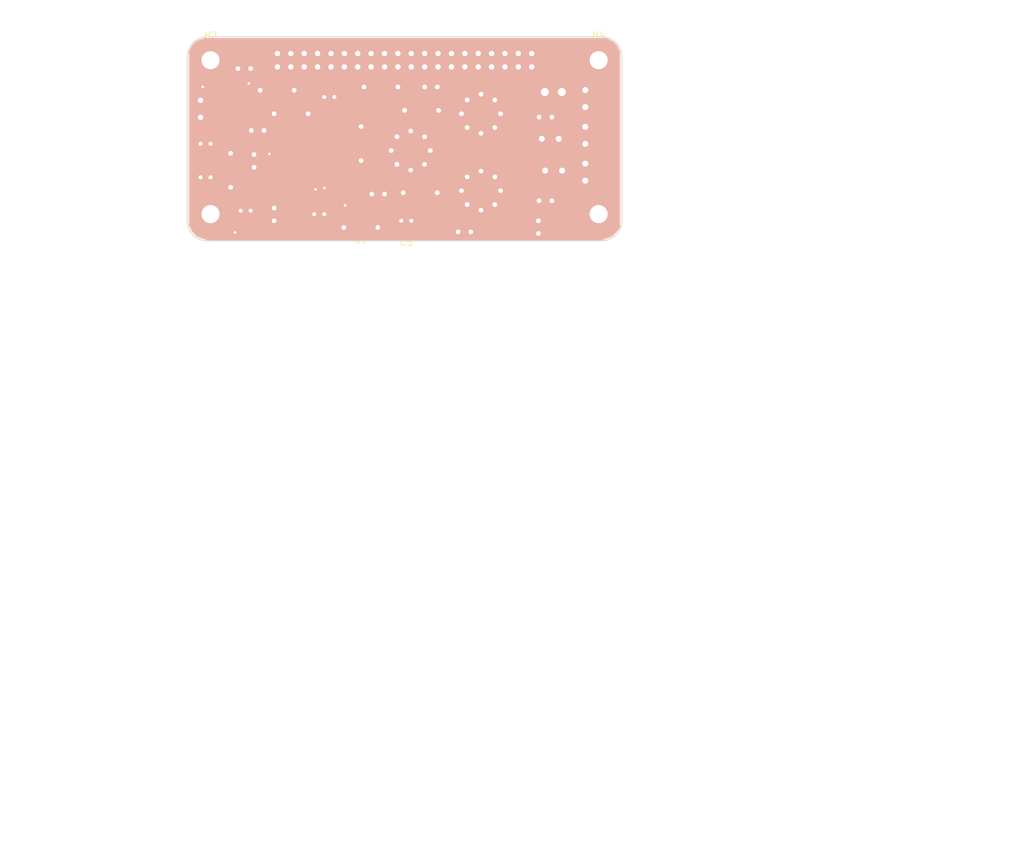
<source format=kicad_pcb>
(kicad_pcb (version 20171130) (host pcbnew "(5.1.10-1-10_14)")

  (general
    (thickness 1.6)
    (drawings 17)
    (tracks 317)
    (zones 0)
    (modules 41)
    (nets 69)
  )

  (page A4)
  (layers
    (0 F.Cu signal)
    (31 B.Cu signal)
    (32 B.Adhes user)
    (33 F.Adhes user)
    (34 B.Paste user)
    (35 F.Paste user)
    (36 B.SilkS user)
    (37 F.SilkS user)
    (38 B.Mask user)
    (39 F.Mask user)
    (40 Dwgs.User user)
    (41 Cmts.User user)
    (42 Eco1.User user)
    (43 Eco2.User user)
    (44 Edge.Cuts user)
    (45 Margin user)
    (46 B.CrtYd user)
    (47 F.CrtYd user)
    (48 B.Fab user)
    (49 F.Fab user)
  )

  (setup
    (last_trace_width 0.25)
    (user_trace_width 0.25)
    (trace_clearance 0.2)
    (zone_clearance 0.508)
    (zone_45_only no)
    (trace_min 0.2)
    (via_size 0.8)
    (via_drill 0.4)
    (via_min_size 0.4)
    (via_min_drill 0.3)
    (user_via 0.6 0.5)
    (uvia_size 0.3)
    (uvia_drill 0.1)
    (uvias_allowed no)
    (uvia_min_size 0.2)
    (uvia_min_drill 0.1)
    (edge_width 0.1)
    (segment_width 0.2)
    (pcb_text_width 0.3)
    (pcb_text_size 1.5 1.5)
    (mod_edge_width 0.15)
    (mod_text_size 1 1)
    (mod_text_width 0.15)
    (pad_size 1.524 1.524)
    (pad_drill 0.762)
    (pad_to_mask_clearance 0)
    (aux_axis_origin 67 37)
    (visible_elements FFFFFF7F)
    (pcbplotparams
      (layerselection 0x012fc_ffffffff)
      (usegerberextensions false)
      (usegerberattributes true)
      (usegerberadvancedattributes true)
      (creategerberjobfile true)
      (excludeedgelayer true)
      (linewidth 0.100000)
      (plotframeref true)
      (viasonmask false)
      (mode 1)
      (useauxorigin false)
      (hpglpennumber 1)
      (hpglpenspeed 20)
      (hpglpendiameter 15.000000)
      (psnegative false)
      (psa4output false)
      (plotreference true)
      (plotvalue true)
      (plotinvisibletext false)
      (padsonsilk false)
      (subtractmaskfromsilk false)
      (outputformat 1)
      (mirror false)
      (drillshape 0)
      (scaleselection 1)
      (outputdirectory ""))
  )

  (net 0 "")
  (net 1 "Net-(Buck/Boost1-Pad1)")
  (net 2 "Net-(Buck/Boost1-Pad2)")
  (net 3 GND)
  (net 4 "Net-(Buck/Boost1-Pad4)")
  (net 5 "Net-(Buck/Boost1-Pad6)")
  (net 6 "Net-(Buck/Boost1-Pad7)")
  (net 7 /Vreg)
  (net 8 Vin)
  (net 9 "Net-(Buck/Boost1-Pad11)")
  (net 10 "Net-(Buck/Boost1-Pad12)")
  (net 11 "Net-(C3-Pad2)")
  (net 12 "Net-(C5-Pad1)")
  (net 13 "Net-(D1-Pad1)")
  (net 14 "Net-(D1-Pad2)")
  (net 15 "Net-(D2-Pad2)")
  (net 16 "Net-(D2-Pad1)")
  (net 17 "Net-(D3-Pad1)")
  (net 18 "Net-(D3-Pad2)")
  (net 19 "Net-(J1-Pad2)")
  (net 20 "Net-(J1-Pad3)")
  (net 21 "Net-(J1-Pad4)")
  (net 22 "Net-(J1-Pad5)")
  (net 23 "Net-(J1-Pad7)")
  (net 24 "Net-(J1-Pad8)")
  (net 25 "Net-(J1-Pad9)")
  (net 26 "Net-(J1-Pad10)")
  (net 27 "Net-(J1-Pad11)")
  (net 28 "Net-(J1-Pad12)")
  (net 29 "Net-(J1-Pad13)")
  (net 30 "Net-(J1-Pad14)")
  (net 31 "Net-(J1-Pad15)")
  (net 32 "Net-(J1-Pad16)")
  (net 33 "Net-(J1-Pad17)")
  (net 34 "Net-(J1-Pad18)")
  (net 35 "Net-(J1-Pad19)")
  (net 36 "Net-(J1-Pad20)")
  (net 37 "Net-(J1-Pad21)")
  (net 38 "Net-(J1-Pad22)")
  (net 39 "Net-(J1-Pad23)")
  (net 40 "Net-(J1-Pad24)")
  (net 41 "Net-(J1-Pad25)")
  (net 42 "Net-(J1-Pad26)")
  (net 43 "Net-(J1-Pad27)")
  (net 44 "Net-(J1-Pad28)")
  (net 45 "Net-(J1-Pad29)")
  (net 46 "Net-(J1-Pad30)")
  (net 47 "Net-(J1-Pad31)")
  (net 48 "Net-(J1-Pad32)")
  (net 49 "Net-(J1-Pad33)")
  (net 50 "Net-(J1-Pad34)")
  (net 51 "Net-(J1-Pad35)")
  (net 52 "Net-(J1-Pad36)")
  (net 53 "Net-(J1-Pad37)")
  (net 54 "Net-(J1-Pad38)")
  (net 55 "Net-(J1-Pad39)")
  (net 56 "Net-(J1-Pad40)")
  (net 57 "Net-(LED1-Pad1)")
  (net 58 "Net-(LED2-Pad1)")
  (net 59 "Net-(LED3-Pad1)")
  (net 60 "Net-(OP1-Pad2)")
  (net 61 "Net-(OP1-Pad3)")
  (net 62 "Net-(OP1-Pad5)")
  (net 63 "Net-(OP2-Pad5)")
  (net 64 "Net-(OP2-Pad2)")
  (net 65 "Net-(OP3-Pad2)")
  (net 66 "Net-(OP3-Pad5)")
  (net 67 "Net-(R3-Pad2)")
  (net 68 /Vtemp)

  (net_class Default "This is the default net class."
    (clearance 0.2)
    (trace_width 0.25)
    (via_dia 0.8)
    (via_drill 0.4)
    (uvia_dia 0.3)
    (uvia_drill 0.1)
    (add_net /Vreg)
    (add_net /Vtemp)
    (add_net GND)
    (add_net "Net-(Buck/Boost1-Pad1)")
    (add_net "Net-(Buck/Boost1-Pad11)")
    (add_net "Net-(Buck/Boost1-Pad12)")
    (add_net "Net-(Buck/Boost1-Pad2)")
    (add_net "Net-(Buck/Boost1-Pad4)")
    (add_net "Net-(Buck/Boost1-Pad6)")
    (add_net "Net-(Buck/Boost1-Pad7)")
    (add_net "Net-(C3-Pad2)")
    (add_net "Net-(C5-Pad1)")
    (add_net "Net-(D1-Pad1)")
    (add_net "Net-(D1-Pad2)")
    (add_net "Net-(D2-Pad1)")
    (add_net "Net-(D2-Pad2)")
    (add_net "Net-(D3-Pad1)")
    (add_net "Net-(D3-Pad2)")
    (add_net "Net-(J1-Pad10)")
    (add_net "Net-(J1-Pad11)")
    (add_net "Net-(J1-Pad12)")
    (add_net "Net-(J1-Pad13)")
    (add_net "Net-(J1-Pad14)")
    (add_net "Net-(J1-Pad15)")
    (add_net "Net-(J1-Pad16)")
    (add_net "Net-(J1-Pad17)")
    (add_net "Net-(J1-Pad18)")
    (add_net "Net-(J1-Pad19)")
    (add_net "Net-(J1-Pad2)")
    (add_net "Net-(J1-Pad20)")
    (add_net "Net-(J1-Pad21)")
    (add_net "Net-(J1-Pad22)")
    (add_net "Net-(J1-Pad23)")
    (add_net "Net-(J1-Pad24)")
    (add_net "Net-(J1-Pad25)")
    (add_net "Net-(J1-Pad26)")
    (add_net "Net-(J1-Pad27)")
    (add_net "Net-(J1-Pad28)")
    (add_net "Net-(J1-Pad29)")
    (add_net "Net-(J1-Pad3)")
    (add_net "Net-(J1-Pad30)")
    (add_net "Net-(J1-Pad31)")
    (add_net "Net-(J1-Pad32)")
    (add_net "Net-(J1-Pad33)")
    (add_net "Net-(J1-Pad34)")
    (add_net "Net-(J1-Pad35)")
    (add_net "Net-(J1-Pad36)")
    (add_net "Net-(J1-Pad37)")
    (add_net "Net-(J1-Pad38)")
    (add_net "Net-(J1-Pad39)")
    (add_net "Net-(J1-Pad4)")
    (add_net "Net-(J1-Pad40)")
    (add_net "Net-(J1-Pad5)")
    (add_net "Net-(J1-Pad7)")
    (add_net "Net-(J1-Pad8)")
    (add_net "Net-(J1-Pad9)")
    (add_net "Net-(LED1-Pad1)")
    (add_net "Net-(LED2-Pad1)")
    (add_net "Net-(LED3-Pad1)")
    (add_net "Net-(OP1-Pad2)")
    (add_net "Net-(OP1-Pad3)")
    (add_net "Net-(OP1-Pad5)")
    (add_net "Net-(OP2-Pad2)")
    (add_net "Net-(OP2-Pad5)")
    (add_net "Net-(OP3-Pad2)")
    (add_net "Net-(OP3-Pad5)")
    (add_net "Net-(R3-Pad2)")
    (add_net Vin)
  )

  (module Resistor_THT:R_Axial_DIN0204_L3.6mm_D1.6mm_P1.90mm_Vertical (layer F.Cu) (tedit 5AE5139B) (tstamp 60CABCAA)
    (at 137.292 101.346)
    (descr "Resistor, Axial_DIN0204 series, Axial, Vertical, pin pitch=1.9mm, 0.167W, length*diameter=3.6*1.6mm^2, http://cdn-reichelt.de/documents/datenblatt/B400/1_4W%23YAG.pdf")
    (tags "Resistor Axial_DIN0204 series Axial Vertical pin pitch 1.9mm 0.167W length 3.6mm diameter 1.6mm")
    (path /60B8C37B)
    (fp_text reference R17 (at 0.95 -1.92) (layer F.SilkS)
      (effects (font (size 1 1) (thickness 0.15)))
    )
    (fp_text value 19.53k (at -3.688 0) (layer F.Fab)
      (effects (font (size 1 1) (thickness 0.15)))
    )
    (fp_circle (center 0 0) (end 0.8 0) (layer F.Fab) (width 0.1))
    (fp_line (start 0 0) (end 1.9 0) (layer F.Fab) (width 0.1))
    (fp_line (start -1.05 -1.05) (end -1.05 1.05) (layer F.CrtYd) (width 0.05))
    (fp_line (start -1.05 1.05) (end 2.86 1.05) (layer F.CrtYd) (width 0.05))
    (fp_line (start 2.86 1.05) (end 2.86 -1.05) (layer F.CrtYd) (width 0.05))
    (fp_line (start 2.86 -1.05) (end -1.05 -1.05) (layer F.CrtYd) (width 0.05))
    (fp_text user %R (at 0.95 -1.92) (layer F.Fab)
      (effects (font (size 1 1) (thickness 0.15)))
    )
    (fp_arc (start 0 0) (end 0.417133 -0.7) (angle -233.92106) (layer F.SilkS) (width 0.12))
    (pad 2 thru_hole oval (at 1.9 0) (size 1.4 1.4) (drill 0.7) (layers *.Cu *.Mask)
      (net 65 "Net-(OP3-Pad2)"))
    (pad 1 thru_hole circle (at 0 0) (size 1.4 1.4) (drill 0.7) (layers *.Cu *.Mask)
      (net 7 /Vreg))
    (model ${KISYS3DMOD}/Resistor_THT.3dshapes/R_Axial_DIN0204_L3.6mm_D1.6mm_P1.90mm_Vertical.wrl
      (at (xyz 0 0 0))
      (scale (xyz 1 1 1))
      (rotate (xyz 0 0 0))
    )
  )

  (module Resistor_THT:R_Axial_DIN0204_L3.6mm_D1.6mm_P5.08mm_Horizontal (layer F.Cu) (tedit 5AE5139B) (tstamp 60CABBE4)
    (at 112.8 80.2 180)
    (descr "Resistor, Axial_DIN0204 series, Axial, Horizontal, pin pitch=5.08mm, 0.167W, length*diameter=3.6*1.6mm^2, http://cdn-reichelt.de/documents/datenblatt/B400/1_4W%23YAG.pdf")
    (tags "Resistor Axial_DIN0204 series Axial Horizontal pin pitch 5.08mm 0.167W length 3.6mm diameter 1.6mm")
    (path /60BAD3DF)
    (fp_text reference R5 (at 2.54 -1.92) (layer F.SilkS)
      (effects (font (size 1 1) (thickness 0.15)))
    )
    (fp_text value 15k (at 2.54 1.92) (layer F.Fab)
      (effects (font (size 1 1) (thickness 0.15)))
    )
    (fp_line (start 0.74 -0.8) (end 0.74 0.8) (layer F.Fab) (width 0.1))
    (fp_line (start 0.74 0.8) (end 4.34 0.8) (layer F.Fab) (width 0.1))
    (fp_line (start 4.34 0.8) (end 4.34 -0.8) (layer F.Fab) (width 0.1))
    (fp_line (start 4.34 -0.8) (end 0.74 -0.8) (layer F.Fab) (width 0.1))
    (fp_line (start 0 0) (end 0.74 0) (layer F.Fab) (width 0.1))
    (fp_line (start 5.08 0) (end 4.34 0) (layer F.Fab) (width 0.1))
    (fp_line (start 0.62 -0.92) (end 4.46 -0.92) (layer F.SilkS) (width 0.12))
    (fp_line (start 0.62 0.92) (end 4.46 0.92) (layer F.SilkS) (width 0.12))
    (fp_line (start -0.95 -1.05) (end -0.95 1.05) (layer F.CrtYd) (width 0.05))
    (fp_line (start -0.95 1.05) (end 6.03 1.05) (layer F.CrtYd) (width 0.05))
    (fp_line (start 6.03 1.05) (end 6.03 -1.05) (layer F.CrtYd) (width 0.05))
    (fp_line (start 6.03 -1.05) (end -0.95 -1.05) (layer F.CrtYd) (width 0.05))
    (fp_text user %R (at 2.54 0) (layer F.Fab)
      (effects (font (size 0.72 0.72) (thickness 0.108)))
    )
    (pad 2 thru_hole oval (at 5.08 0 180) (size 1.4 1.4) (drill 0.7) (layers *.Cu *.Mask)
      (net 9 "Net-(Buck/Boost1-Pad11)"))
    (pad 1 thru_hole circle (at 0 0 180) (size 1.4 1.4) (drill 0.7) (layers *.Cu *.Mask)
      (net 11 "Net-(C3-Pad2)"))
    (model ${KISYS3DMOD}/Resistor_THT.3dshapes/R_Axial_DIN0204_L3.6mm_D1.6mm_P5.08mm_Horizontal.wrl
      (at (xyz 0 0 0))
      (scale (xyz 1 1 1))
      (rotate (xyz 0 0 0))
    )
  )

  (module Resistor_THT:R_Axial_DIN0204_L3.6mm_D1.6mm_P5.08mm_Horizontal (layer F.Cu) (tedit 5AE5139B) (tstamp 60CABBD1)
    (at 109.8 83.7)
    (descr "Resistor, Axial_DIN0204 series, Axial, Horizontal, pin pitch=5.08mm, 0.167W, length*diameter=3.6*1.6mm^2, http://cdn-reichelt.de/documents/datenblatt/B400/1_4W%23YAG.pdf")
    (tags "Resistor Axial_DIN0204 series Axial Horizontal pin pitch 5.08mm 0.167W length 3.6mm diameter 1.6mm")
    (path /60BAF6C3)
    (fp_text reference R4 (at 2.54 -1.92) (layer F.SilkS)
      (effects (font (size 1 1) (thickness 0.15)))
    )
    (fp_text value 200k (at 2.54 1.92) (layer F.Fab)
      (effects (font (size 1 1) (thickness 0.15)))
    )
    (fp_line (start 6.03 -1.05) (end -0.95 -1.05) (layer F.CrtYd) (width 0.05))
    (fp_line (start 6.03 1.05) (end 6.03 -1.05) (layer F.CrtYd) (width 0.05))
    (fp_line (start -0.95 1.05) (end 6.03 1.05) (layer F.CrtYd) (width 0.05))
    (fp_line (start -0.95 -1.05) (end -0.95 1.05) (layer F.CrtYd) (width 0.05))
    (fp_line (start 0.62 0.92) (end 4.46 0.92) (layer F.SilkS) (width 0.12))
    (fp_line (start 0.62 -0.92) (end 4.46 -0.92) (layer F.SilkS) (width 0.12))
    (fp_line (start 5.08 0) (end 4.34 0) (layer F.Fab) (width 0.1))
    (fp_line (start 0 0) (end 0.74 0) (layer F.Fab) (width 0.1))
    (fp_line (start 4.34 -0.8) (end 0.74 -0.8) (layer F.Fab) (width 0.1))
    (fp_line (start 4.34 0.8) (end 4.34 -0.8) (layer F.Fab) (width 0.1))
    (fp_line (start 0.74 0.8) (end 4.34 0.8) (layer F.Fab) (width 0.1))
    (fp_line (start 0.74 -0.8) (end 0.74 0.8) (layer F.Fab) (width 0.1))
    (fp_text user %R (at 2.54 0) (layer F.Fab)
      (effects (font (size 0.72 0.72) (thickness 0.108)))
    )
    (pad 1 thru_hole circle (at 0 0) (size 1.4 1.4) (drill 0.7) (layers *.Cu *.Mask)
      (net 6 "Net-(Buck/Boost1-Pad7)"))
    (pad 2 thru_hole oval (at 5.08 0) (size 1.4 1.4) (drill 0.7) (layers *.Cu *.Mask)
      (net 3 GND))
    (model ${KISYS3DMOD}/Resistor_THT.3dshapes/R_Axial_DIN0204_L3.6mm_D1.6mm_P5.08mm_Horizontal.wrl
      (at (xyz 0 0 0))
      (scale (xyz 1 1 1))
      (rotate (xyz 0 0 0))
    )
  )

  (module Package_DFN_QFN:DFN-12-1EP_3x4mm_P0.5mm_EP1.7x3.3mm (layer F.Cu) (tedit 5EA4BF85) (tstamp 60CAB7A3)
    (at 103.3 81.7)
    (descr "DE/UE Package; 12-Lead Plastic DFN (4mm x 3mm) (see Linear Technology DFN_12_05-08-1695.pdf)")
    (tags "DFN 0.5")
    (path /60B95DB1)
    (attr smd)
    (fp_text reference Buck/Boost1 (at 0 -3.05) (layer F.SilkS)
      (effects (font (size 1 1) (thickness 0.15)))
    )
    (fp_text value LTC3442 (at 0 3.05) (layer F.Fab)
      (effects (font (size 1 1) (thickness 0.15)))
    )
    (fp_line (start 0 -2.125) (end 1.5 -2.125) (layer F.SilkS) (width 0.15))
    (fp_line (start -1.5 2.125) (end 1.5 2.125) (layer F.SilkS) (width 0.15))
    (fp_line (start -2.05 2.3) (end 2.05 2.3) (layer F.CrtYd) (width 0.05))
    (fp_line (start -2.05 -2.3) (end 2.05 -2.3) (layer F.CrtYd) (width 0.05))
    (fp_line (start 2.05 -2.3) (end 2.05 2.3) (layer F.CrtYd) (width 0.05))
    (fp_line (start -2.05 -2.3) (end -2.05 2.3) (layer F.CrtYd) (width 0.05))
    (fp_line (start -1.5 -1) (end -0.5 -2) (layer F.Fab) (width 0.15))
    (fp_line (start -1.5 2) (end -1.5 -1) (layer F.Fab) (width 0.15))
    (fp_line (start 1.5 2) (end -1.5 2) (layer F.Fab) (width 0.15))
    (fp_line (start 1.5 -2) (end 1.5 2) (layer F.Fab) (width 0.15))
    (fp_line (start -0.5 -2) (end 1.5 -2) (layer F.Fab) (width 0.15))
    (fp_text user %R (at 0 0) (layer F.Fab)
      (effects (font (size 0.7 0.7) (thickness 0.105)))
    )
    (pad 1 smd rect (at -1.45 -1.25) (size 0.7 0.25) (layers F.Cu F.Paste F.Mask)
      (net 1 "Net-(Buck/Boost1-Pad1)"))
    (pad 2 smd rect (at -1.45 -0.75) (size 0.7 0.25) (layers F.Cu F.Paste F.Mask)
      (net 2 "Net-(Buck/Boost1-Pad2)"))
    (pad 3 smd rect (at -1.45 -0.25) (size 0.7 0.25) (layers F.Cu F.Paste F.Mask)
      (net 3 GND))
    (pad 4 smd rect (at -1.45 0.25) (size 0.7 0.25) (layers F.Cu F.Paste F.Mask)
      (net 4 "Net-(Buck/Boost1-Pad4)"))
    (pad 5 smd rect (at -1.45 0.75) (size 0.7 0.25) (layers F.Cu F.Paste F.Mask)
      (net 3 GND))
    (pad 6 smd rect (at -1.45 1.25) (size 0.7 0.25) (layers F.Cu F.Paste F.Mask)
      (net 5 "Net-(Buck/Boost1-Pad6)"))
    (pad 7 smd rect (at 1.45 1.25) (size 0.7 0.25) (layers F.Cu F.Paste F.Mask)
      (net 6 "Net-(Buck/Boost1-Pad7)"))
    (pad 8 smd rect (at 1.45 0.75) (size 0.7 0.25) (layers F.Cu F.Paste F.Mask)
      (net 7 /Vreg))
    (pad 9 smd rect (at 1.45 0.25) (size 0.7 0.25) (layers F.Cu F.Paste F.Mask)
      (net 8 Vin))
    (pad 10 smd rect (at 1.45 -0.25) (size 0.7 0.25) (layers F.Cu F.Paste F.Mask)
      (net 3 GND))
    (pad 11 smd rect (at 1.45 -0.75) (size 0.7 0.25) (layers F.Cu F.Paste F.Mask)
      (net 9 "Net-(Buck/Boost1-Pad11)"))
    (pad 12 smd rect (at 1.45 -1.25) (size 0.7 0.25) (layers F.Cu F.Paste F.Mask)
      (net 10 "Net-(Buck/Boost1-Pad12)"))
    (pad 13 smd rect (at 0 0) (size 1.7 3.3) (layers F.Cu F.Mask)
      (net 3 GND))
    (pad "" smd rect (at -0.425 -1.2375) (size 0.685 0.67) (layers F.Paste))
    (pad "" smd rect (at 0.425 -1.2375) (size 0.685 0.67) (layers F.Paste))
    (pad "" smd rect (at 0.425 -0.4125) (size 0.685 0.67) (layers F.Paste))
    (pad "" smd rect (at -0.425 -0.4125) (size 0.685 0.67) (layers F.Paste))
    (pad "" smd rect (at 0.425 0.4125) (size 0.685 0.67) (layers F.Paste))
    (pad "" smd rect (at -0.425 0.4125) (size 0.685 0.67) (layers F.Paste))
    (pad "" smd rect (at 0.425 1.2375) (size 0.685 0.67) (layers F.Paste))
    (pad "" smd rect (at -0.425 1.2375) (size 0.685 0.67) (layers F.Paste))
    (model ${KISYS3DMOD}/Package_DFN_QFN.3dshapes/DFN-12-1EP_3x4mm_P0.5mm_EP1.7x3.3mm.wrl
      (at (xyz 0 0 0))
      (scale (xyz 1 1 1))
      (rotate (xyz 0 0 0))
    )
  )

  (module Capacitor_THT:CP_Radial_D4.0mm_P1.50mm (layer F.Cu) (tedit 5AE50EF0) (tstamp 60CAB80E)
    (at 98.8 88.2)
    (descr "CP, Radial series, Radial, pin pitch=1.50mm, , diameter=4mm, Electrolytic Capacitor")
    (tags "CP Radial series Radial pin pitch 1.50mm  diameter 4mm Electrolytic Capacitor")
    (path /60BB7A61)
    (fp_text reference C1 (at 0.75 -3.25) (layer F.SilkS)
      (effects (font (size 1 1) (thickness 0.15)))
    )
    (fp_text value 0.001u (at 0.75 3.25) (layer F.Fab)
      (effects (font (size 1 1) (thickness 0.15)))
    )
    (fp_circle (center 0.75 0) (end 2.75 0) (layer F.Fab) (width 0.1))
    (fp_circle (center 0.75 0) (end 2.87 0) (layer F.SilkS) (width 0.12))
    (fp_circle (center 0.75 0) (end 3 0) (layer F.CrtYd) (width 0.05))
    (fp_line (start -0.952554 -0.8675) (end -0.552554 -0.8675) (layer F.Fab) (width 0.1))
    (fp_line (start -0.752554 -1.0675) (end -0.752554 -0.6675) (layer F.Fab) (width 0.1))
    (fp_line (start 0.75 0.84) (end 0.75 2.08) (layer F.SilkS) (width 0.12))
    (fp_line (start 0.75 -2.08) (end 0.75 -0.84) (layer F.SilkS) (width 0.12))
    (fp_line (start 0.79 0.84) (end 0.79 2.08) (layer F.SilkS) (width 0.12))
    (fp_line (start 0.79 -2.08) (end 0.79 -0.84) (layer F.SilkS) (width 0.12))
    (fp_line (start 0.83 0.84) (end 0.83 2.079) (layer F.SilkS) (width 0.12))
    (fp_line (start 0.83 -2.079) (end 0.83 -0.84) (layer F.SilkS) (width 0.12))
    (fp_line (start 0.87 -2.077) (end 0.87 -0.84) (layer F.SilkS) (width 0.12))
    (fp_line (start 0.87 0.84) (end 0.87 2.077) (layer F.SilkS) (width 0.12))
    (fp_line (start 0.91 -2.074) (end 0.91 -0.84) (layer F.SilkS) (width 0.12))
    (fp_line (start 0.91 0.84) (end 0.91 2.074) (layer F.SilkS) (width 0.12))
    (fp_line (start 0.95 -2.071) (end 0.95 -0.84) (layer F.SilkS) (width 0.12))
    (fp_line (start 0.95 0.84) (end 0.95 2.071) (layer F.SilkS) (width 0.12))
    (fp_line (start 0.99 -2.067) (end 0.99 -0.84) (layer F.SilkS) (width 0.12))
    (fp_line (start 0.99 0.84) (end 0.99 2.067) (layer F.SilkS) (width 0.12))
    (fp_line (start 1.03 -2.062) (end 1.03 -0.84) (layer F.SilkS) (width 0.12))
    (fp_line (start 1.03 0.84) (end 1.03 2.062) (layer F.SilkS) (width 0.12))
    (fp_line (start 1.07 -2.056) (end 1.07 -0.84) (layer F.SilkS) (width 0.12))
    (fp_line (start 1.07 0.84) (end 1.07 2.056) (layer F.SilkS) (width 0.12))
    (fp_line (start 1.11 -2.05) (end 1.11 -0.84) (layer F.SilkS) (width 0.12))
    (fp_line (start 1.11 0.84) (end 1.11 2.05) (layer F.SilkS) (width 0.12))
    (fp_line (start 1.15 -2.042) (end 1.15 -0.84) (layer F.SilkS) (width 0.12))
    (fp_line (start 1.15 0.84) (end 1.15 2.042) (layer F.SilkS) (width 0.12))
    (fp_line (start 1.19 -2.034) (end 1.19 -0.84) (layer F.SilkS) (width 0.12))
    (fp_line (start 1.19 0.84) (end 1.19 2.034) (layer F.SilkS) (width 0.12))
    (fp_line (start 1.23 -2.025) (end 1.23 -0.84) (layer F.SilkS) (width 0.12))
    (fp_line (start 1.23 0.84) (end 1.23 2.025) (layer F.SilkS) (width 0.12))
    (fp_line (start 1.27 -2.016) (end 1.27 -0.84) (layer F.SilkS) (width 0.12))
    (fp_line (start 1.27 0.84) (end 1.27 2.016) (layer F.SilkS) (width 0.12))
    (fp_line (start 1.31 -2.005) (end 1.31 -0.84) (layer F.SilkS) (width 0.12))
    (fp_line (start 1.31 0.84) (end 1.31 2.005) (layer F.SilkS) (width 0.12))
    (fp_line (start 1.35 -1.994) (end 1.35 -0.84) (layer F.SilkS) (width 0.12))
    (fp_line (start 1.35 0.84) (end 1.35 1.994) (layer F.SilkS) (width 0.12))
    (fp_line (start 1.39 -1.982) (end 1.39 -0.84) (layer F.SilkS) (width 0.12))
    (fp_line (start 1.39 0.84) (end 1.39 1.982) (layer F.SilkS) (width 0.12))
    (fp_line (start 1.43 -1.968) (end 1.43 -0.84) (layer F.SilkS) (width 0.12))
    (fp_line (start 1.43 0.84) (end 1.43 1.968) (layer F.SilkS) (width 0.12))
    (fp_line (start 1.471 -1.954) (end 1.471 -0.84) (layer F.SilkS) (width 0.12))
    (fp_line (start 1.471 0.84) (end 1.471 1.954) (layer F.SilkS) (width 0.12))
    (fp_line (start 1.511 -1.94) (end 1.511 -0.84) (layer F.SilkS) (width 0.12))
    (fp_line (start 1.511 0.84) (end 1.511 1.94) (layer F.SilkS) (width 0.12))
    (fp_line (start 1.551 -1.924) (end 1.551 -0.84) (layer F.SilkS) (width 0.12))
    (fp_line (start 1.551 0.84) (end 1.551 1.924) (layer F.SilkS) (width 0.12))
    (fp_line (start 1.591 -1.907) (end 1.591 -0.84) (layer F.SilkS) (width 0.12))
    (fp_line (start 1.591 0.84) (end 1.591 1.907) (layer F.SilkS) (width 0.12))
    (fp_line (start 1.631 -1.889) (end 1.631 -0.84) (layer F.SilkS) (width 0.12))
    (fp_line (start 1.631 0.84) (end 1.631 1.889) (layer F.SilkS) (width 0.12))
    (fp_line (start 1.671 -1.87) (end 1.671 -0.84) (layer F.SilkS) (width 0.12))
    (fp_line (start 1.671 0.84) (end 1.671 1.87) (layer F.SilkS) (width 0.12))
    (fp_line (start 1.711 -1.851) (end 1.711 -0.84) (layer F.SilkS) (width 0.12))
    (fp_line (start 1.711 0.84) (end 1.711 1.851) (layer F.SilkS) (width 0.12))
    (fp_line (start 1.751 -1.83) (end 1.751 -0.84) (layer F.SilkS) (width 0.12))
    (fp_line (start 1.751 0.84) (end 1.751 1.83) (layer F.SilkS) (width 0.12))
    (fp_line (start 1.791 -1.808) (end 1.791 -0.84) (layer F.SilkS) (width 0.12))
    (fp_line (start 1.791 0.84) (end 1.791 1.808) (layer F.SilkS) (width 0.12))
    (fp_line (start 1.831 -1.785) (end 1.831 -0.84) (layer F.SilkS) (width 0.12))
    (fp_line (start 1.831 0.84) (end 1.831 1.785) (layer F.SilkS) (width 0.12))
    (fp_line (start 1.871 -1.76) (end 1.871 -0.84) (layer F.SilkS) (width 0.12))
    (fp_line (start 1.871 0.84) (end 1.871 1.76) (layer F.SilkS) (width 0.12))
    (fp_line (start 1.911 -1.735) (end 1.911 -0.84) (layer F.SilkS) (width 0.12))
    (fp_line (start 1.911 0.84) (end 1.911 1.735) (layer F.SilkS) (width 0.12))
    (fp_line (start 1.951 -1.708) (end 1.951 -0.84) (layer F.SilkS) (width 0.12))
    (fp_line (start 1.951 0.84) (end 1.951 1.708) (layer F.SilkS) (width 0.12))
    (fp_line (start 1.991 -1.68) (end 1.991 -0.84) (layer F.SilkS) (width 0.12))
    (fp_line (start 1.991 0.84) (end 1.991 1.68) (layer F.SilkS) (width 0.12))
    (fp_line (start 2.031 -1.65) (end 2.031 -0.84) (layer F.SilkS) (width 0.12))
    (fp_line (start 2.031 0.84) (end 2.031 1.65) (layer F.SilkS) (width 0.12))
    (fp_line (start 2.071 -1.619) (end 2.071 -0.84) (layer F.SilkS) (width 0.12))
    (fp_line (start 2.071 0.84) (end 2.071 1.619) (layer F.SilkS) (width 0.12))
    (fp_line (start 2.111 -1.587) (end 2.111 -0.84) (layer F.SilkS) (width 0.12))
    (fp_line (start 2.111 0.84) (end 2.111 1.587) (layer F.SilkS) (width 0.12))
    (fp_line (start 2.151 -1.552) (end 2.151 -0.84) (layer F.SilkS) (width 0.12))
    (fp_line (start 2.151 0.84) (end 2.151 1.552) (layer F.SilkS) (width 0.12))
    (fp_line (start 2.191 -1.516) (end 2.191 -0.84) (layer F.SilkS) (width 0.12))
    (fp_line (start 2.191 0.84) (end 2.191 1.516) (layer F.SilkS) (width 0.12))
    (fp_line (start 2.231 -1.478) (end 2.231 -0.84) (layer F.SilkS) (width 0.12))
    (fp_line (start 2.231 0.84) (end 2.231 1.478) (layer F.SilkS) (width 0.12))
    (fp_line (start 2.271 -1.438) (end 2.271 -0.84) (layer F.SilkS) (width 0.12))
    (fp_line (start 2.271 0.84) (end 2.271 1.438) (layer F.SilkS) (width 0.12))
    (fp_line (start 2.311 -1.396) (end 2.311 -0.84) (layer F.SilkS) (width 0.12))
    (fp_line (start 2.311 0.84) (end 2.311 1.396) (layer F.SilkS) (width 0.12))
    (fp_line (start 2.351 -1.351) (end 2.351 1.351) (layer F.SilkS) (width 0.12))
    (fp_line (start 2.391 -1.304) (end 2.391 1.304) (layer F.SilkS) (width 0.12))
    (fp_line (start 2.431 -1.254) (end 2.431 1.254) (layer F.SilkS) (width 0.12))
    (fp_line (start 2.471 -1.2) (end 2.471 1.2) (layer F.SilkS) (width 0.12))
    (fp_line (start 2.511 -1.142) (end 2.511 1.142) (layer F.SilkS) (width 0.12))
    (fp_line (start 2.551 -1.08) (end 2.551 1.08) (layer F.SilkS) (width 0.12))
    (fp_line (start 2.591 -1.013) (end 2.591 1.013) (layer F.SilkS) (width 0.12))
    (fp_line (start 2.631 -0.94) (end 2.631 0.94) (layer F.SilkS) (width 0.12))
    (fp_line (start 2.671 -0.859) (end 2.671 0.859) (layer F.SilkS) (width 0.12))
    (fp_line (start 2.711 -0.768) (end 2.711 0.768) (layer F.SilkS) (width 0.12))
    (fp_line (start 2.751 -0.664) (end 2.751 0.664) (layer F.SilkS) (width 0.12))
    (fp_line (start 2.791 -0.537) (end 2.791 0.537) (layer F.SilkS) (width 0.12))
    (fp_line (start 2.831 -0.37) (end 2.831 0.37) (layer F.SilkS) (width 0.12))
    (fp_line (start -1.519801 -1.195) (end -1.119801 -1.195) (layer F.SilkS) (width 0.12))
    (fp_line (start -1.319801 -1.395) (end -1.319801 -0.995) (layer F.SilkS) (width 0.12))
    (fp_text user %R (at 0.75 0) (layer F.Fab)
      (effects (font (size 0.8 0.8) (thickness 0.12)))
    )
    (pad 2 thru_hole circle (at 1.5 0) (size 1.2 1.2) (drill 0.6) (layers *.Cu *.Mask)
      (net 3 GND))
    (pad 1 thru_hole rect (at 0 0) (size 1.2 1.2) (drill 0.6) (layers *.Cu *.Mask)
      (net 1 "Net-(Buck/Boost1-Pad1)"))
    (model ${KISYS3DMOD}/Capacitor_THT.3dshapes/CP_Radial_D4.0mm_P1.50mm.wrl
      (at (xyz 0 0 0))
      (scale (xyz 1 1 1))
      (rotate (xyz 0 0 0))
    )
  )

  (module Capacitor_THT:CP_Radial_D4.0mm_P1.50mm (layer F.Cu) (tedit 5AE50EF0) (tstamp 60CAB879)
    (at 115.8 98.7)
    (descr "CP, Radial series, Radial, pin pitch=1.50mm, , diameter=4mm, Electrolytic Capacitor")
    (tags "CP Radial series Radial pin pitch 1.50mm  diameter 4mm Electrolytic Capacitor")
    (path /60BB639B)
    (fp_text reference C2 (at 0.75 -3.25) (layer F.SilkS)
      (effects (font (size 1 1) (thickness 0.15)))
    )
    (fp_text value 10u (at 0.75 3.25) (layer F.Fab)
      (effects (font (size 1 1) (thickness 0.15)))
    )
    (fp_line (start -1.319801 -1.395) (end -1.319801 -0.995) (layer F.SilkS) (width 0.12))
    (fp_line (start -1.519801 -1.195) (end -1.119801 -1.195) (layer F.SilkS) (width 0.12))
    (fp_line (start 2.831 -0.37) (end 2.831 0.37) (layer F.SilkS) (width 0.12))
    (fp_line (start 2.791 -0.537) (end 2.791 0.537) (layer F.SilkS) (width 0.12))
    (fp_line (start 2.751 -0.664) (end 2.751 0.664) (layer F.SilkS) (width 0.12))
    (fp_line (start 2.711 -0.768) (end 2.711 0.768) (layer F.SilkS) (width 0.12))
    (fp_line (start 2.671 -0.859) (end 2.671 0.859) (layer F.SilkS) (width 0.12))
    (fp_line (start 2.631 -0.94) (end 2.631 0.94) (layer F.SilkS) (width 0.12))
    (fp_line (start 2.591 -1.013) (end 2.591 1.013) (layer F.SilkS) (width 0.12))
    (fp_line (start 2.551 -1.08) (end 2.551 1.08) (layer F.SilkS) (width 0.12))
    (fp_line (start 2.511 -1.142) (end 2.511 1.142) (layer F.SilkS) (width 0.12))
    (fp_line (start 2.471 -1.2) (end 2.471 1.2) (layer F.SilkS) (width 0.12))
    (fp_line (start 2.431 -1.254) (end 2.431 1.254) (layer F.SilkS) (width 0.12))
    (fp_line (start 2.391 -1.304) (end 2.391 1.304) (layer F.SilkS) (width 0.12))
    (fp_line (start 2.351 -1.351) (end 2.351 1.351) (layer F.SilkS) (width 0.12))
    (fp_line (start 2.311 0.84) (end 2.311 1.396) (layer F.SilkS) (width 0.12))
    (fp_line (start 2.311 -1.396) (end 2.311 -0.84) (layer F.SilkS) (width 0.12))
    (fp_line (start 2.271 0.84) (end 2.271 1.438) (layer F.SilkS) (width 0.12))
    (fp_line (start 2.271 -1.438) (end 2.271 -0.84) (layer F.SilkS) (width 0.12))
    (fp_line (start 2.231 0.84) (end 2.231 1.478) (layer F.SilkS) (width 0.12))
    (fp_line (start 2.231 -1.478) (end 2.231 -0.84) (layer F.SilkS) (width 0.12))
    (fp_line (start 2.191 0.84) (end 2.191 1.516) (layer F.SilkS) (width 0.12))
    (fp_line (start 2.191 -1.516) (end 2.191 -0.84) (layer F.SilkS) (width 0.12))
    (fp_line (start 2.151 0.84) (end 2.151 1.552) (layer F.SilkS) (width 0.12))
    (fp_line (start 2.151 -1.552) (end 2.151 -0.84) (layer F.SilkS) (width 0.12))
    (fp_line (start 2.111 0.84) (end 2.111 1.587) (layer F.SilkS) (width 0.12))
    (fp_line (start 2.111 -1.587) (end 2.111 -0.84) (layer F.SilkS) (width 0.12))
    (fp_line (start 2.071 0.84) (end 2.071 1.619) (layer F.SilkS) (width 0.12))
    (fp_line (start 2.071 -1.619) (end 2.071 -0.84) (layer F.SilkS) (width 0.12))
    (fp_line (start 2.031 0.84) (end 2.031 1.65) (layer F.SilkS) (width 0.12))
    (fp_line (start 2.031 -1.65) (end 2.031 -0.84) (layer F.SilkS) (width 0.12))
    (fp_line (start 1.991 0.84) (end 1.991 1.68) (layer F.SilkS) (width 0.12))
    (fp_line (start 1.991 -1.68) (end 1.991 -0.84) (layer F.SilkS) (width 0.12))
    (fp_line (start 1.951 0.84) (end 1.951 1.708) (layer F.SilkS) (width 0.12))
    (fp_line (start 1.951 -1.708) (end 1.951 -0.84) (layer F.SilkS) (width 0.12))
    (fp_line (start 1.911 0.84) (end 1.911 1.735) (layer F.SilkS) (width 0.12))
    (fp_line (start 1.911 -1.735) (end 1.911 -0.84) (layer F.SilkS) (width 0.12))
    (fp_line (start 1.871 0.84) (end 1.871 1.76) (layer F.SilkS) (width 0.12))
    (fp_line (start 1.871 -1.76) (end 1.871 -0.84) (layer F.SilkS) (width 0.12))
    (fp_line (start 1.831 0.84) (end 1.831 1.785) (layer F.SilkS) (width 0.12))
    (fp_line (start 1.831 -1.785) (end 1.831 -0.84) (layer F.SilkS) (width 0.12))
    (fp_line (start 1.791 0.84) (end 1.791 1.808) (layer F.SilkS) (width 0.12))
    (fp_line (start 1.791 -1.808) (end 1.791 -0.84) (layer F.SilkS) (width 0.12))
    (fp_line (start 1.751 0.84) (end 1.751 1.83) (layer F.SilkS) (width 0.12))
    (fp_line (start 1.751 -1.83) (end 1.751 -0.84) (layer F.SilkS) (width 0.12))
    (fp_line (start 1.711 0.84) (end 1.711 1.851) (layer F.SilkS) (width 0.12))
    (fp_line (start 1.711 -1.851) (end 1.711 -0.84) (layer F.SilkS) (width 0.12))
    (fp_line (start 1.671 0.84) (end 1.671 1.87) (layer F.SilkS) (width 0.12))
    (fp_line (start 1.671 -1.87) (end 1.671 -0.84) (layer F.SilkS) (width 0.12))
    (fp_line (start 1.631 0.84) (end 1.631 1.889) (layer F.SilkS) (width 0.12))
    (fp_line (start 1.631 -1.889) (end 1.631 -0.84) (layer F.SilkS) (width 0.12))
    (fp_line (start 1.591 0.84) (end 1.591 1.907) (layer F.SilkS) (width 0.12))
    (fp_line (start 1.591 -1.907) (end 1.591 -0.84) (layer F.SilkS) (width 0.12))
    (fp_line (start 1.551 0.84) (end 1.551 1.924) (layer F.SilkS) (width 0.12))
    (fp_line (start 1.551 -1.924) (end 1.551 -0.84) (layer F.SilkS) (width 0.12))
    (fp_line (start 1.511 0.84) (end 1.511 1.94) (layer F.SilkS) (width 0.12))
    (fp_line (start 1.511 -1.94) (end 1.511 -0.84) (layer F.SilkS) (width 0.12))
    (fp_line (start 1.471 0.84) (end 1.471 1.954) (layer F.SilkS) (width 0.12))
    (fp_line (start 1.471 -1.954) (end 1.471 -0.84) (layer F.SilkS) (width 0.12))
    (fp_line (start 1.43 0.84) (end 1.43 1.968) (layer F.SilkS) (width 0.12))
    (fp_line (start 1.43 -1.968) (end 1.43 -0.84) (layer F.SilkS) (width 0.12))
    (fp_line (start 1.39 0.84) (end 1.39 1.982) (layer F.SilkS) (width 0.12))
    (fp_line (start 1.39 -1.982) (end 1.39 -0.84) (layer F.SilkS) (width 0.12))
    (fp_line (start 1.35 0.84) (end 1.35 1.994) (layer F.SilkS) (width 0.12))
    (fp_line (start 1.35 -1.994) (end 1.35 -0.84) (layer F.SilkS) (width 0.12))
    (fp_line (start 1.31 0.84) (end 1.31 2.005) (layer F.SilkS) (width 0.12))
    (fp_line (start 1.31 -2.005) (end 1.31 -0.84) (layer F.SilkS) (width 0.12))
    (fp_line (start 1.27 0.84) (end 1.27 2.016) (layer F.SilkS) (width 0.12))
    (fp_line (start 1.27 -2.016) (end 1.27 -0.84) (layer F.SilkS) (width 0.12))
    (fp_line (start 1.23 0.84) (end 1.23 2.025) (layer F.SilkS) (width 0.12))
    (fp_line (start 1.23 -2.025) (end 1.23 -0.84) (layer F.SilkS) (width 0.12))
    (fp_line (start 1.19 0.84) (end 1.19 2.034) (layer F.SilkS) (width 0.12))
    (fp_line (start 1.19 -2.034) (end 1.19 -0.84) (layer F.SilkS) (width 0.12))
    (fp_line (start 1.15 0.84) (end 1.15 2.042) (layer F.SilkS) (width 0.12))
    (fp_line (start 1.15 -2.042) (end 1.15 -0.84) (layer F.SilkS) (width 0.12))
    (fp_line (start 1.11 0.84) (end 1.11 2.05) (layer F.SilkS) (width 0.12))
    (fp_line (start 1.11 -2.05) (end 1.11 -0.84) (layer F.SilkS) (width 0.12))
    (fp_line (start 1.07 0.84) (end 1.07 2.056) (layer F.SilkS) (width 0.12))
    (fp_line (start 1.07 -2.056) (end 1.07 -0.84) (layer F.SilkS) (width 0.12))
    (fp_line (start 1.03 0.84) (end 1.03 2.062) (layer F.SilkS) (width 0.12))
    (fp_line (start 1.03 -2.062) (end 1.03 -0.84) (layer F.SilkS) (width 0.12))
    (fp_line (start 0.99 0.84) (end 0.99 2.067) (layer F.SilkS) (width 0.12))
    (fp_line (start 0.99 -2.067) (end 0.99 -0.84) (layer F.SilkS) (width 0.12))
    (fp_line (start 0.95 0.84) (end 0.95 2.071) (layer F.SilkS) (width 0.12))
    (fp_line (start 0.95 -2.071) (end 0.95 -0.84) (layer F.SilkS) (width 0.12))
    (fp_line (start 0.91 0.84) (end 0.91 2.074) (layer F.SilkS) (width 0.12))
    (fp_line (start 0.91 -2.074) (end 0.91 -0.84) (layer F.SilkS) (width 0.12))
    (fp_line (start 0.87 0.84) (end 0.87 2.077) (layer F.SilkS) (width 0.12))
    (fp_line (start 0.87 -2.077) (end 0.87 -0.84) (layer F.SilkS) (width 0.12))
    (fp_line (start 0.83 -2.079) (end 0.83 -0.84) (layer F.SilkS) (width 0.12))
    (fp_line (start 0.83 0.84) (end 0.83 2.079) (layer F.SilkS) (width 0.12))
    (fp_line (start 0.79 -2.08) (end 0.79 -0.84) (layer F.SilkS) (width 0.12))
    (fp_line (start 0.79 0.84) (end 0.79 2.08) (layer F.SilkS) (width 0.12))
    (fp_line (start 0.75 -2.08) (end 0.75 -0.84) (layer F.SilkS) (width 0.12))
    (fp_line (start 0.75 0.84) (end 0.75 2.08) (layer F.SilkS) (width 0.12))
    (fp_line (start -0.752554 -1.0675) (end -0.752554 -0.6675) (layer F.Fab) (width 0.1))
    (fp_line (start -0.952554 -0.8675) (end -0.552554 -0.8675) (layer F.Fab) (width 0.1))
    (fp_circle (center 0.75 0) (end 3 0) (layer F.CrtYd) (width 0.05))
    (fp_circle (center 0.75 0) (end 2.87 0) (layer F.SilkS) (width 0.12))
    (fp_circle (center 0.75 0) (end 2.75 0) (layer F.Fab) (width 0.1))
    (fp_text user %R (at 0.75 0) (layer F.Fab)
      (effects (font (size 0.8 0.8) (thickness 0.12)))
    )
    (pad 1 thru_hole rect (at 0 0) (size 1.2 1.2) (drill 0.6) (layers *.Cu *.Mask)
      (net 8 Vin))
    (pad 2 thru_hole circle (at 1.5 0) (size 1.2 1.2) (drill 0.6) (layers *.Cu *.Mask)
      (net 3 GND))
    (model ${KISYS3DMOD}/Capacitor_THT.3dshapes/CP_Radial_D4.0mm_P1.50mm.wrl
      (at (xyz 0 0 0))
      (scale (xyz 1 1 1))
      (rotate (xyz 0 0 0))
    )
  )

  (module Capacitor_THT:CP_Radial_D4.0mm_P1.50mm (layer F.Cu) (tedit 5AE50EF0) (tstamp 60CAB8E4)
    (at 118.8 81.2 180)
    (descr "CP, Radial series, Radial, pin pitch=1.50mm, , diameter=4mm, Electrolytic Capacitor")
    (tags "CP Radial series Radial pin pitch 1.50mm  diameter 4mm Electrolytic Capacitor")
    (path /60BBE59D)
    (fp_text reference C3 (at 0.75 -3.25) (layer F.SilkS)
      (effects (font (size 1 1) (thickness 0.15)))
    )
    (fp_text value 470p (at 0.75 3.25) (layer F.Fab)
      (effects (font (size 1 1) (thickness 0.15)))
    )
    (fp_line (start -1.319801 -1.395) (end -1.319801 -0.995) (layer F.SilkS) (width 0.12))
    (fp_line (start -1.519801 -1.195) (end -1.119801 -1.195) (layer F.SilkS) (width 0.12))
    (fp_line (start 2.831 -0.37) (end 2.831 0.37) (layer F.SilkS) (width 0.12))
    (fp_line (start 2.791 -0.537) (end 2.791 0.537) (layer F.SilkS) (width 0.12))
    (fp_line (start 2.751 -0.664) (end 2.751 0.664) (layer F.SilkS) (width 0.12))
    (fp_line (start 2.711 -0.768) (end 2.711 0.768) (layer F.SilkS) (width 0.12))
    (fp_line (start 2.671 -0.859) (end 2.671 0.859) (layer F.SilkS) (width 0.12))
    (fp_line (start 2.631 -0.94) (end 2.631 0.94) (layer F.SilkS) (width 0.12))
    (fp_line (start 2.591 -1.013) (end 2.591 1.013) (layer F.SilkS) (width 0.12))
    (fp_line (start 2.551 -1.08) (end 2.551 1.08) (layer F.SilkS) (width 0.12))
    (fp_line (start 2.511 -1.142) (end 2.511 1.142) (layer F.SilkS) (width 0.12))
    (fp_line (start 2.471 -1.2) (end 2.471 1.2) (layer F.SilkS) (width 0.12))
    (fp_line (start 2.431 -1.254) (end 2.431 1.254) (layer F.SilkS) (width 0.12))
    (fp_line (start 2.391 -1.304) (end 2.391 1.304) (layer F.SilkS) (width 0.12))
    (fp_line (start 2.351 -1.351) (end 2.351 1.351) (layer F.SilkS) (width 0.12))
    (fp_line (start 2.311 0.84) (end 2.311 1.396) (layer F.SilkS) (width 0.12))
    (fp_line (start 2.311 -1.396) (end 2.311 -0.84) (layer F.SilkS) (width 0.12))
    (fp_line (start 2.271 0.84) (end 2.271 1.438) (layer F.SilkS) (width 0.12))
    (fp_line (start 2.271 -1.438) (end 2.271 -0.84) (layer F.SilkS) (width 0.12))
    (fp_line (start 2.231 0.84) (end 2.231 1.478) (layer F.SilkS) (width 0.12))
    (fp_line (start 2.231 -1.478) (end 2.231 -0.84) (layer F.SilkS) (width 0.12))
    (fp_line (start 2.191 0.84) (end 2.191 1.516) (layer F.SilkS) (width 0.12))
    (fp_line (start 2.191 -1.516) (end 2.191 -0.84) (layer F.SilkS) (width 0.12))
    (fp_line (start 2.151 0.84) (end 2.151 1.552) (layer F.SilkS) (width 0.12))
    (fp_line (start 2.151 -1.552) (end 2.151 -0.84) (layer F.SilkS) (width 0.12))
    (fp_line (start 2.111 0.84) (end 2.111 1.587) (layer F.SilkS) (width 0.12))
    (fp_line (start 2.111 -1.587) (end 2.111 -0.84) (layer F.SilkS) (width 0.12))
    (fp_line (start 2.071 0.84) (end 2.071 1.619) (layer F.SilkS) (width 0.12))
    (fp_line (start 2.071 -1.619) (end 2.071 -0.84) (layer F.SilkS) (width 0.12))
    (fp_line (start 2.031 0.84) (end 2.031 1.65) (layer F.SilkS) (width 0.12))
    (fp_line (start 2.031 -1.65) (end 2.031 -0.84) (layer F.SilkS) (width 0.12))
    (fp_line (start 1.991 0.84) (end 1.991 1.68) (layer F.SilkS) (width 0.12))
    (fp_line (start 1.991 -1.68) (end 1.991 -0.84) (layer F.SilkS) (width 0.12))
    (fp_line (start 1.951 0.84) (end 1.951 1.708) (layer F.SilkS) (width 0.12))
    (fp_line (start 1.951 -1.708) (end 1.951 -0.84) (layer F.SilkS) (width 0.12))
    (fp_line (start 1.911 0.84) (end 1.911 1.735) (layer F.SilkS) (width 0.12))
    (fp_line (start 1.911 -1.735) (end 1.911 -0.84) (layer F.SilkS) (width 0.12))
    (fp_line (start 1.871 0.84) (end 1.871 1.76) (layer F.SilkS) (width 0.12))
    (fp_line (start 1.871 -1.76) (end 1.871 -0.84) (layer F.SilkS) (width 0.12))
    (fp_line (start 1.831 0.84) (end 1.831 1.785) (layer F.SilkS) (width 0.12))
    (fp_line (start 1.831 -1.785) (end 1.831 -0.84) (layer F.SilkS) (width 0.12))
    (fp_line (start 1.791 0.84) (end 1.791 1.808) (layer F.SilkS) (width 0.12))
    (fp_line (start 1.791 -1.808) (end 1.791 -0.84) (layer F.SilkS) (width 0.12))
    (fp_line (start 1.751 0.84) (end 1.751 1.83) (layer F.SilkS) (width 0.12))
    (fp_line (start 1.751 -1.83) (end 1.751 -0.84) (layer F.SilkS) (width 0.12))
    (fp_line (start 1.711 0.84) (end 1.711 1.851) (layer F.SilkS) (width 0.12))
    (fp_line (start 1.711 -1.851) (end 1.711 -0.84) (layer F.SilkS) (width 0.12))
    (fp_line (start 1.671 0.84) (end 1.671 1.87) (layer F.SilkS) (width 0.12))
    (fp_line (start 1.671 -1.87) (end 1.671 -0.84) (layer F.SilkS) (width 0.12))
    (fp_line (start 1.631 0.84) (end 1.631 1.889) (layer F.SilkS) (width 0.12))
    (fp_line (start 1.631 -1.889) (end 1.631 -0.84) (layer F.SilkS) (width 0.12))
    (fp_line (start 1.591 0.84) (end 1.591 1.907) (layer F.SilkS) (width 0.12))
    (fp_line (start 1.591 -1.907) (end 1.591 -0.84) (layer F.SilkS) (width 0.12))
    (fp_line (start 1.551 0.84) (end 1.551 1.924) (layer F.SilkS) (width 0.12))
    (fp_line (start 1.551 -1.924) (end 1.551 -0.84) (layer F.SilkS) (width 0.12))
    (fp_line (start 1.511 0.84) (end 1.511 1.94) (layer F.SilkS) (width 0.12))
    (fp_line (start 1.511 -1.94) (end 1.511 -0.84) (layer F.SilkS) (width 0.12))
    (fp_line (start 1.471 0.84) (end 1.471 1.954) (layer F.SilkS) (width 0.12))
    (fp_line (start 1.471 -1.954) (end 1.471 -0.84) (layer F.SilkS) (width 0.12))
    (fp_line (start 1.43 0.84) (end 1.43 1.968) (layer F.SilkS) (width 0.12))
    (fp_line (start 1.43 -1.968) (end 1.43 -0.84) (layer F.SilkS) (width 0.12))
    (fp_line (start 1.39 0.84) (end 1.39 1.982) (layer F.SilkS) (width 0.12))
    (fp_line (start 1.39 -1.982) (end 1.39 -0.84) (layer F.SilkS) (width 0.12))
    (fp_line (start 1.35 0.84) (end 1.35 1.994) (layer F.SilkS) (width 0.12))
    (fp_line (start 1.35 -1.994) (end 1.35 -0.84) (layer F.SilkS) (width 0.12))
    (fp_line (start 1.31 0.84) (end 1.31 2.005) (layer F.SilkS) (width 0.12))
    (fp_line (start 1.31 -2.005) (end 1.31 -0.84) (layer F.SilkS) (width 0.12))
    (fp_line (start 1.27 0.84) (end 1.27 2.016) (layer F.SilkS) (width 0.12))
    (fp_line (start 1.27 -2.016) (end 1.27 -0.84) (layer F.SilkS) (width 0.12))
    (fp_line (start 1.23 0.84) (end 1.23 2.025) (layer F.SilkS) (width 0.12))
    (fp_line (start 1.23 -2.025) (end 1.23 -0.84) (layer F.SilkS) (width 0.12))
    (fp_line (start 1.19 0.84) (end 1.19 2.034) (layer F.SilkS) (width 0.12))
    (fp_line (start 1.19 -2.034) (end 1.19 -0.84) (layer F.SilkS) (width 0.12))
    (fp_line (start 1.15 0.84) (end 1.15 2.042) (layer F.SilkS) (width 0.12))
    (fp_line (start 1.15 -2.042) (end 1.15 -0.84) (layer F.SilkS) (width 0.12))
    (fp_line (start 1.11 0.84) (end 1.11 2.05) (layer F.SilkS) (width 0.12))
    (fp_line (start 1.11 -2.05) (end 1.11 -0.84) (layer F.SilkS) (width 0.12))
    (fp_line (start 1.07 0.84) (end 1.07 2.056) (layer F.SilkS) (width 0.12))
    (fp_line (start 1.07 -2.056) (end 1.07 -0.84) (layer F.SilkS) (width 0.12))
    (fp_line (start 1.03 0.84) (end 1.03 2.062) (layer F.SilkS) (width 0.12))
    (fp_line (start 1.03 -2.062) (end 1.03 -0.84) (layer F.SilkS) (width 0.12))
    (fp_line (start 0.99 0.84) (end 0.99 2.067) (layer F.SilkS) (width 0.12))
    (fp_line (start 0.99 -2.067) (end 0.99 -0.84) (layer F.SilkS) (width 0.12))
    (fp_line (start 0.95 0.84) (end 0.95 2.071) (layer F.SilkS) (width 0.12))
    (fp_line (start 0.95 -2.071) (end 0.95 -0.84) (layer F.SilkS) (width 0.12))
    (fp_line (start 0.91 0.84) (end 0.91 2.074) (layer F.SilkS) (width 0.12))
    (fp_line (start 0.91 -2.074) (end 0.91 -0.84) (layer F.SilkS) (width 0.12))
    (fp_line (start 0.87 0.84) (end 0.87 2.077) (layer F.SilkS) (width 0.12))
    (fp_line (start 0.87 -2.077) (end 0.87 -0.84) (layer F.SilkS) (width 0.12))
    (fp_line (start 0.83 -2.079) (end 0.83 -0.84) (layer F.SilkS) (width 0.12))
    (fp_line (start 0.83 0.84) (end 0.83 2.079) (layer F.SilkS) (width 0.12))
    (fp_line (start 0.79 -2.08) (end 0.79 -0.84) (layer F.SilkS) (width 0.12))
    (fp_line (start 0.79 0.84) (end 0.79 2.08) (layer F.SilkS) (width 0.12))
    (fp_line (start 0.75 -2.08) (end 0.75 -0.84) (layer F.SilkS) (width 0.12))
    (fp_line (start 0.75 0.84) (end 0.75 2.08) (layer F.SilkS) (width 0.12))
    (fp_line (start -0.752554 -1.0675) (end -0.752554 -0.6675) (layer F.Fab) (width 0.1))
    (fp_line (start -0.952554 -0.8675) (end -0.552554 -0.8675) (layer F.Fab) (width 0.1))
    (fp_circle (center 0.75 0) (end 3 0) (layer F.CrtYd) (width 0.05))
    (fp_circle (center 0.75 0) (end 2.87 0) (layer F.SilkS) (width 0.12))
    (fp_circle (center 0.75 0) (end 2.75 0) (layer F.Fab) (width 0.1))
    (fp_text user %R (at 0.75 0) (layer F.Fab)
      (effects (font (size 0.8 0.8) (thickness 0.12)))
    )
    (pad 1 thru_hole rect (at 0 0 180) (size 1.2 1.2) (drill 0.6) (layers *.Cu *.Mask)
      (net 10 "Net-(Buck/Boost1-Pad12)"))
    (pad 2 thru_hole circle (at 1.5 0 180) (size 1.2 1.2) (drill 0.6) (layers *.Cu *.Mask)
      (net 11 "Net-(C3-Pad2)"))
    (model ${KISYS3DMOD}/Capacitor_THT.3dshapes/CP_Radial_D4.0mm_P1.50mm.wrl
      (at (xyz 0 0 0))
      (scale (xyz 1 1 1))
      (rotate (xyz 0 0 0))
    )
  )

  (module Capacitor_THT:CP_Radial_D4.0mm_P1.50mm (layer F.Cu) (tedit 5AE50EF0) (tstamp 60CAB94F)
    (at 98.8 93.2)
    (descr "CP, Radial series, Radial, pin pitch=1.50mm, , diameter=4mm, Electrolytic Capacitor")
    (tags "CP Radial series Radial pin pitch 1.50mm  diameter 4mm Electrolytic Capacitor")
    (path /60BC6C32)
    (fp_text reference C4 (at 0.75 -3.25) (layer F.SilkS)
      (effects (font (size 1 1) (thickness 0.15)))
    )
    (fp_text value 0.01u (at 0.75 3.25) (layer F.Fab)
      (effects (font (size 1 1) (thickness 0.15)))
    )
    (fp_circle (center 0.75 0) (end 2.75 0) (layer F.Fab) (width 0.1))
    (fp_circle (center 0.75 0) (end 2.87 0) (layer F.SilkS) (width 0.12))
    (fp_circle (center 0.75 0) (end 3 0) (layer F.CrtYd) (width 0.05))
    (fp_line (start -0.952554 -0.8675) (end -0.552554 -0.8675) (layer F.Fab) (width 0.1))
    (fp_line (start -0.752554 -1.0675) (end -0.752554 -0.6675) (layer F.Fab) (width 0.1))
    (fp_line (start 0.75 0.84) (end 0.75 2.08) (layer F.SilkS) (width 0.12))
    (fp_line (start 0.75 -2.08) (end 0.75 -0.84) (layer F.SilkS) (width 0.12))
    (fp_line (start 0.79 0.84) (end 0.79 2.08) (layer F.SilkS) (width 0.12))
    (fp_line (start 0.79 -2.08) (end 0.79 -0.84) (layer F.SilkS) (width 0.12))
    (fp_line (start 0.83 0.84) (end 0.83 2.079) (layer F.SilkS) (width 0.12))
    (fp_line (start 0.83 -2.079) (end 0.83 -0.84) (layer F.SilkS) (width 0.12))
    (fp_line (start 0.87 -2.077) (end 0.87 -0.84) (layer F.SilkS) (width 0.12))
    (fp_line (start 0.87 0.84) (end 0.87 2.077) (layer F.SilkS) (width 0.12))
    (fp_line (start 0.91 -2.074) (end 0.91 -0.84) (layer F.SilkS) (width 0.12))
    (fp_line (start 0.91 0.84) (end 0.91 2.074) (layer F.SilkS) (width 0.12))
    (fp_line (start 0.95 -2.071) (end 0.95 -0.84) (layer F.SilkS) (width 0.12))
    (fp_line (start 0.95 0.84) (end 0.95 2.071) (layer F.SilkS) (width 0.12))
    (fp_line (start 0.99 -2.067) (end 0.99 -0.84) (layer F.SilkS) (width 0.12))
    (fp_line (start 0.99 0.84) (end 0.99 2.067) (layer F.SilkS) (width 0.12))
    (fp_line (start 1.03 -2.062) (end 1.03 -0.84) (layer F.SilkS) (width 0.12))
    (fp_line (start 1.03 0.84) (end 1.03 2.062) (layer F.SilkS) (width 0.12))
    (fp_line (start 1.07 -2.056) (end 1.07 -0.84) (layer F.SilkS) (width 0.12))
    (fp_line (start 1.07 0.84) (end 1.07 2.056) (layer F.SilkS) (width 0.12))
    (fp_line (start 1.11 -2.05) (end 1.11 -0.84) (layer F.SilkS) (width 0.12))
    (fp_line (start 1.11 0.84) (end 1.11 2.05) (layer F.SilkS) (width 0.12))
    (fp_line (start 1.15 -2.042) (end 1.15 -0.84) (layer F.SilkS) (width 0.12))
    (fp_line (start 1.15 0.84) (end 1.15 2.042) (layer F.SilkS) (width 0.12))
    (fp_line (start 1.19 -2.034) (end 1.19 -0.84) (layer F.SilkS) (width 0.12))
    (fp_line (start 1.19 0.84) (end 1.19 2.034) (layer F.SilkS) (width 0.12))
    (fp_line (start 1.23 -2.025) (end 1.23 -0.84) (layer F.SilkS) (width 0.12))
    (fp_line (start 1.23 0.84) (end 1.23 2.025) (layer F.SilkS) (width 0.12))
    (fp_line (start 1.27 -2.016) (end 1.27 -0.84) (layer F.SilkS) (width 0.12))
    (fp_line (start 1.27 0.84) (end 1.27 2.016) (layer F.SilkS) (width 0.12))
    (fp_line (start 1.31 -2.005) (end 1.31 -0.84) (layer F.SilkS) (width 0.12))
    (fp_line (start 1.31 0.84) (end 1.31 2.005) (layer F.SilkS) (width 0.12))
    (fp_line (start 1.35 -1.994) (end 1.35 -0.84) (layer F.SilkS) (width 0.12))
    (fp_line (start 1.35 0.84) (end 1.35 1.994) (layer F.SilkS) (width 0.12))
    (fp_line (start 1.39 -1.982) (end 1.39 -0.84) (layer F.SilkS) (width 0.12))
    (fp_line (start 1.39 0.84) (end 1.39 1.982) (layer F.SilkS) (width 0.12))
    (fp_line (start 1.43 -1.968) (end 1.43 -0.84) (layer F.SilkS) (width 0.12))
    (fp_line (start 1.43 0.84) (end 1.43 1.968) (layer F.SilkS) (width 0.12))
    (fp_line (start 1.471 -1.954) (end 1.471 -0.84) (layer F.SilkS) (width 0.12))
    (fp_line (start 1.471 0.84) (end 1.471 1.954) (layer F.SilkS) (width 0.12))
    (fp_line (start 1.511 -1.94) (end 1.511 -0.84) (layer F.SilkS) (width 0.12))
    (fp_line (start 1.511 0.84) (end 1.511 1.94) (layer F.SilkS) (width 0.12))
    (fp_line (start 1.551 -1.924) (end 1.551 -0.84) (layer F.SilkS) (width 0.12))
    (fp_line (start 1.551 0.84) (end 1.551 1.924) (layer F.SilkS) (width 0.12))
    (fp_line (start 1.591 -1.907) (end 1.591 -0.84) (layer F.SilkS) (width 0.12))
    (fp_line (start 1.591 0.84) (end 1.591 1.907) (layer F.SilkS) (width 0.12))
    (fp_line (start 1.631 -1.889) (end 1.631 -0.84) (layer F.SilkS) (width 0.12))
    (fp_line (start 1.631 0.84) (end 1.631 1.889) (layer F.SilkS) (width 0.12))
    (fp_line (start 1.671 -1.87) (end 1.671 -0.84) (layer F.SilkS) (width 0.12))
    (fp_line (start 1.671 0.84) (end 1.671 1.87) (layer F.SilkS) (width 0.12))
    (fp_line (start 1.711 -1.851) (end 1.711 -0.84) (layer F.SilkS) (width 0.12))
    (fp_line (start 1.711 0.84) (end 1.711 1.851) (layer F.SilkS) (width 0.12))
    (fp_line (start 1.751 -1.83) (end 1.751 -0.84) (layer F.SilkS) (width 0.12))
    (fp_line (start 1.751 0.84) (end 1.751 1.83) (layer F.SilkS) (width 0.12))
    (fp_line (start 1.791 -1.808) (end 1.791 -0.84) (layer F.SilkS) (width 0.12))
    (fp_line (start 1.791 0.84) (end 1.791 1.808) (layer F.SilkS) (width 0.12))
    (fp_line (start 1.831 -1.785) (end 1.831 -0.84) (layer F.SilkS) (width 0.12))
    (fp_line (start 1.831 0.84) (end 1.831 1.785) (layer F.SilkS) (width 0.12))
    (fp_line (start 1.871 -1.76) (end 1.871 -0.84) (layer F.SilkS) (width 0.12))
    (fp_line (start 1.871 0.84) (end 1.871 1.76) (layer F.SilkS) (width 0.12))
    (fp_line (start 1.911 -1.735) (end 1.911 -0.84) (layer F.SilkS) (width 0.12))
    (fp_line (start 1.911 0.84) (end 1.911 1.735) (layer F.SilkS) (width 0.12))
    (fp_line (start 1.951 -1.708) (end 1.951 -0.84) (layer F.SilkS) (width 0.12))
    (fp_line (start 1.951 0.84) (end 1.951 1.708) (layer F.SilkS) (width 0.12))
    (fp_line (start 1.991 -1.68) (end 1.991 -0.84) (layer F.SilkS) (width 0.12))
    (fp_line (start 1.991 0.84) (end 1.991 1.68) (layer F.SilkS) (width 0.12))
    (fp_line (start 2.031 -1.65) (end 2.031 -0.84) (layer F.SilkS) (width 0.12))
    (fp_line (start 2.031 0.84) (end 2.031 1.65) (layer F.SilkS) (width 0.12))
    (fp_line (start 2.071 -1.619) (end 2.071 -0.84) (layer F.SilkS) (width 0.12))
    (fp_line (start 2.071 0.84) (end 2.071 1.619) (layer F.SilkS) (width 0.12))
    (fp_line (start 2.111 -1.587) (end 2.111 -0.84) (layer F.SilkS) (width 0.12))
    (fp_line (start 2.111 0.84) (end 2.111 1.587) (layer F.SilkS) (width 0.12))
    (fp_line (start 2.151 -1.552) (end 2.151 -0.84) (layer F.SilkS) (width 0.12))
    (fp_line (start 2.151 0.84) (end 2.151 1.552) (layer F.SilkS) (width 0.12))
    (fp_line (start 2.191 -1.516) (end 2.191 -0.84) (layer F.SilkS) (width 0.12))
    (fp_line (start 2.191 0.84) (end 2.191 1.516) (layer F.SilkS) (width 0.12))
    (fp_line (start 2.231 -1.478) (end 2.231 -0.84) (layer F.SilkS) (width 0.12))
    (fp_line (start 2.231 0.84) (end 2.231 1.478) (layer F.SilkS) (width 0.12))
    (fp_line (start 2.271 -1.438) (end 2.271 -0.84) (layer F.SilkS) (width 0.12))
    (fp_line (start 2.271 0.84) (end 2.271 1.438) (layer F.SilkS) (width 0.12))
    (fp_line (start 2.311 -1.396) (end 2.311 -0.84) (layer F.SilkS) (width 0.12))
    (fp_line (start 2.311 0.84) (end 2.311 1.396) (layer F.SilkS) (width 0.12))
    (fp_line (start 2.351 -1.351) (end 2.351 1.351) (layer F.SilkS) (width 0.12))
    (fp_line (start 2.391 -1.304) (end 2.391 1.304) (layer F.SilkS) (width 0.12))
    (fp_line (start 2.431 -1.254) (end 2.431 1.254) (layer F.SilkS) (width 0.12))
    (fp_line (start 2.471 -1.2) (end 2.471 1.2) (layer F.SilkS) (width 0.12))
    (fp_line (start 2.511 -1.142) (end 2.511 1.142) (layer F.SilkS) (width 0.12))
    (fp_line (start 2.551 -1.08) (end 2.551 1.08) (layer F.SilkS) (width 0.12))
    (fp_line (start 2.591 -1.013) (end 2.591 1.013) (layer F.SilkS) (width 0.12))
    (fp_line (start 2.631 -0.94) (end 2.631 0.94) (layer F.SilkS) (width 0.12))
    (fp_line (start 2.671 -0.859) (end 2.671 0.859) (layer F.SilkS) (width 0.12))
    (fp_line (start 2.711 -0.768) (end 2.711 0.768) (layer F.SilkS) (width 0.12))
    (fp_line (start 2.751 -0.664) (end 2.751 0.664) (layer F.SilkS) (width 0.12))
    (fp_line (start 2.791 -0.537) (end 2.791 0.537) (layer F.SilkS) (width 0.12))
    (fp_line (start 2.831 -0.37) (end 2.831 0.37) (layer F.SilkS) (width 0.12))
    (fp_line (start -1.519801 -1.195) (end -1.119801 -1.195) (layer F.SilkS) (width 0.12))
    (fp_line (start -1.319801 -1.395) (end -1.319801 -0.995) (layer F.SilkS) (width 0.12))
    (fp_text user %R (at 0.75 0) (layer F.Fab)
      (effects (font (size 0.8 0.8) (thickness 0.12)))
    )
    (pad 2 thru_hole circle (at 1.5 0) (size 1.2 1.2) (drill 0.6) (layers *.Cu *.Mask)
      (net 3 GND))
    (pad 1 thru_hole rect (at 0 0) (size 1.2 1.2) (drill 0.6) (layers *.Cu *.Mask)
      (net 6 "Net-(Buck/Boost1-Pad7)"))
    (model ${KISYS3DMOD}/Capacitor_THT.3dshapes/CP_Radial_D4.0mm_P1.50mm.wrl
      (at (xyz 0 0 0))
      (scale (xyz 1 1 1))
      (rotate (xyz 0 0 0))
    )
  )

  (module Capacitor_THT:CP_Radial_D4.0mm_P1.50mm (layer F.Cu) (tedit 5AE50EF0) (tstamp 60CAB9BA)
    (at 130.3 99.7 180)
    (descr "CP, Radial series, Radial, pin pitch=1.50mm, , diameter=4mm, Electrolytic Capacitor")
    (tags "CP Radial series Radial pin pitch 1.50mm  diameter 4mm Electrolytic Capacitor")
    (path /60BBDCB0)
    (fp_text reference C5 (at 0.75 -3.25) (layer F.SilkS)
      (effects (font (size 1 1) (thickness 0.15)))
    )
    (fp_text value 220p (at 0.75 3.25) (layer F.Fab)
      (effects (font (size 1 1) (thickness 0.15)))
    )
    (fp_circle (center 0.75 0) (end 2.75 0) (layer F.Fab) (width 0.1))
    (fp_circle (center 0.75 0) (end 2.87 0) (layer F.SilkS) (width 0.12))
    (fp_circle (center 0.75 0) (end 3 0) (layer F.CrtYd) (width 0.05))
    (fp_line (start -0.952554 -0.8675) (end -0.552554 -0.8675) (layer F.Fab) (width 0.1))
    (fp_line (start -0.752554 -1.0675) (end -0.752554 -0.6675) (layer F.Fab) (width 0.1))
    (fp_line (start 0.75 0.84) (end 0.75 2.08) (layer F.SilkS) (width 0.12))
    (fp_line (start 0.75 -2.08) (end 0.75 -0.84) (layer F.SilkS) (width 0.12))
    (fp_line (start 0.79 0.84) (end 0.79 2.08) (layer F.SilkS) (width 0.12))
    (fp_line (start 0.79 -2.08) (end 0.79 -0.84) (layer F.SilkS) (width 0.12))
    (fp_line (start 0.83 0.84) (end 0.83 2.079) (layer F.SilkS) (width 0.12))
    (fp_line (start 0.83 -2.079) (end 0.83 -0.84) (layer F.SilkS) (width 0.12))
    (fp_line (start 0.87 -2.077) (end 0.87 -0.84) (layer F.SilkS) (width 0.12))
    (fp_line (start 0.87 0.84) (end 0.87 2.077) (layer F.SilkS) (width 0.12))
    (fp_line (start 0.91 -2.074) (end 0.91 -0.84) (layer F.SilkS) (width 0.12))
    (fp_line (start 0.91 0.84) (end 0.91 2.074) (layer F.SilkS) (width 0.12))
    (fp_line (start 0.95 -2.071) (end 0.95 -0.84) (layer F.SilkS) (width 0.12))
    (fp_line (start 0.95 0.84) (end 0.95 2.071) (layer F.SilkS) (width 0.12))
    (fp_line (start 0.99 -2.067) (end 0.99 -0.84) (layer F.SilkS) (width 0.12))
    (fp_line (start 0.99 0.84) (end 0.99 2.067) (layer F.SilkS) (width 0.12))
    (fp_line (start 1.03 -2.062) (end 1.03 -0.84) (layer F.SilkS) (width 0.12))
    (fp_line (start 1.03 0.84) (end 1.03 2.062) (layer F.SilkS) (width 0.12))
    (fp_line (start 1.07 -2.056) (end 1.07 -0.84) (layer F.SilkS) (width 0.12))
    (fp_line (start 1.07 0.84) (end 1.07 2.056) (layer F.SilkS) (width 0.12))
    (fp_line (start 1.11 -2.05) (end 1.11 -0.84) (layer F.SilkS) (width 0.12))
    (fp_line (start 1.11 0.84) (end 1.11 2.05) (layer F.SilkS) (width 0.12))
    (fp_line (start 1.15 -2.042) (end 1.15 -0.84) (layer F.SilkS) (width 0.12))
    (fp_line (start 1.15 0.84) (end 1.15 2.042) (layer F.SilkS) (width 0.12))
    (fp_line (start 1.19 -2.034) (end 1.19 -0.84) (layer F.SilkS) (width 0.12))
    (fp_line (start 1.19 0.84) (end 1.19 2.034) (layer F.SilkS) (width 0.12))
    (fp_line (start 1.23 -2.025) (end 1.23 -0.84) (layer F.SilkS) (width 0.12))
    (fp_line (start 1.23 0.84) (end 1.23 2.025) (layer F.SilkS) (width 0.12))
    (fp_line (start 1.27 -2.016) (end 1.27 -0.84) (layer F.SilkS) (width 0.12))
    (fp_line (start 1.27 0.84) (end 1.27 2.016) (layer F.SilkS) (width 0.12))
    (fp_line (start 1.31 -2.005) (end 1.31 -0.84) (layer F.SilkS) (width 0.12))
    (fp_line (start 1.31 0.84) (end 1.31 2.005) (layer F.SilkS) (width 0.12))
    (fp_line (start 1.35 -1.994) (end 1.35 -0.84) (layer F.SilkS) (width 0.12))
    (fp_line (start 1.35 0.84) (end 1.35 1.994) (layer F.SilkS) (width 0.12))
    (fp_line (start 1.39 -1.982) (end 1.39 -0.84) (layer F.SilkS) (width 0.12))
    (fp_line (start 1.39 0.84) (end 1.39 1.982) (layer F.SilkS) (width 0.12))
    (fp_line (start 1.43 -1.968) (end 1.43 -0.84) (layer F.SilkS) (width 0.12))
    (fp_line (start 1.43 0.84) (end 1.43 1.968) (layer F.SilkS) (width 0.12))
    (fp_line (start 1.471 -1.954) (end 1.471 -0.84) (layer F.SilkS) (width 0.12))
    (fp_line (start 1.471 0.84) (end 1.471 1.954) (layer F.SilkS) (width 0.12))
    (fp_line (start 1.511 -1.94) (end 1.511 -0.84) (layer F.SilkS) (width 0.12))
    (fp_line (start 1.511 0.84) (end 1.511 1.94) (layer F.SilkS) (width 0.12))
    (fp_line (start 1.551 -1.924) (end 1.551 -0.84) (layer F.SilkS) (width 0.12))
    (fp_line (start 1.551 0.84) (end 1.551 1.924) (layer F.SilkS) (width 0.12))
    (fp_line (start 1.591 -1.907) (end 1.591 -0.84) (layer F.SilkS) (width 0.12))
    (fp_line (start 1.591 0.84) (end 1.591 1.907) (layer F.SilkS) (width 0.12))
    (fp_line (start 1.631 -1.889) (end 1.631 -0.84) (layer F.SilkS) (width 0.12))
    (fp_line (start 1.631 0.84) (end 1.631 1.889) (layer F.SilkS) (width 0.12))
    (fp_line (start 1.671 -1.87) (end 1.671 -0.84) (layer F.SilkS) (width 0.12))
    (fp_line (start 1.671 0.84) (end 1.671 1.87) (layer F.SilkS) (width 0.12))
    (fp_line (start 1.711 -1.851) (end 1.711 -0.84) (layer F.SilkS) (width 0.12))
    (fp_line (start 1.711 0.84) (end 1.711 1.851) (layer F.SilkS) (width 0.12))
    (fp_line (start 1.751 -1.83) (end 1.751 -0.84) (layer F.SilkS) (width 0.12))
    (fp_line (start 1.751 0.84) (end 1.751 1.83) (layer F.SilkS) (width 0.12))
    (fp_line (start 1.791 -1.808) (end 1.791 -0.84) (layer F.SilkS) (width 0.12))
    (fp_line (start 1.791 0.84) (end 1.791 1.808) (layer F.SilkS) (width 0.12))
    (fp_line (start 1.831 -1.785) (end 1.831 -0.84) (layer F.SilkS) (width 0.12))
    (fp_line (start 1.831 0.84) (end 1.831 1.785) (layer F.SilkS) (width 0.12))
    (fp_line (start 1.871 -1.76) (end 1.871 -0.84) (layer F.SilkS) (width 0.12))
    (fp_line (start 1.871 0.84) (end 1.871 1.76) (layer F.SilkS) (width 0.12))
    (fp_line (start 1.911 -1.735) (end 1.911 -0.84) (layer F.SilkS) (width 0.12))
    (fp_line (start 1.911 0.84) (end 1.911 1.735) (layer F.SilkS) (width 0.12))
    (fp_line (start 1.951 -1.708) (end 1.951 -0.84) (layer F.SilkS) (width 0.12))
    (fp_line (start 1.951 0.84) (end 1.951 1.708) (layer F.SilkS) (width 0.12))
    (fp_line (start 1.991 -1.68) (end 1.991 -0.84) (layer F.SilkS) (width 0.12))
    (fp_line (start 1.991 0.84) (end 1.991 1.68) (layer F.SilkS) (width 0.12))
    (fp_line (start 2.031 -1.65) (end 2.031 -0.84) (layer F.SilkS) (width 0.12))
    (fp_line (start 2.031 0.84) (end 2.031 1.65) (layer F.SilkS) (width 0.12))
    (fp_line (start 2.071 -1.619) (end 2.071 -0.84) (layer F.SilkS) (width 0.12))
    (fp_line (start 2.071 0.84) (end 2.071 1.619) (layer F.SilkS) (width 0.12))
    (fp_line (start 2.111 -1.587) (end 2.111 -0.84) (layer F.SilkS) (width 0.12))
    (fp_line (start 2.111 0.84) (end 2.111 1.587) (layer F.SilkS) (width 0.12))
    (fp_line (start 2.151 -1.552) (end 2.151 -0.84) (layer F.SilkS) (width 0.12))
    (fp_line (start 2.151 0.84) (end 2.151 1.552) (layer F.SilkS) (width 0.12))
    (fp_line (start 2.191 -1.516) (end 2.191 -0.84) (layer F.SilkS) (width 0.12))
    (fp_line (start 2.191 0.84) (end 2.191 1.516) (layer F.SilkS) (width 0.12))
    (fp_line (start 2.231 -1.478) (end 2.231 -0.84) (layer F.SilkS) (width 0.12))
    (fp_line (start 2.231 0.84) (end 2.231 1.478) (layer F.SilkS) (width 0.12))
    (fp_line (start 2.271 -1.438) (end 2.271 -0.84) (layer F.SilkS) (width 0.12))
    (fp_line (start 2.271 0.84) (end 2.271 1.438) (layer F.SilkS) (width 0.12))
    (fp_line (start 2.311 -1.396) (end 2.311 -0.84) (layer F.SilkS) (width 0.12))
    (fp_line (start 2.311 0.84) (end 2.311 1.396) (layer F.SilkS) (width 0.12))
    (fp_line (start 2.351 -1.351) (end 2.351 1.351) (layer F.SilkS) (width 0.12))
    (fp_line (start 2.391 -1.304) (end 2.391 1.304) (layer F.SilkS) (width 0.12))
    (fp_line (start 2.431 -1.254) (end 2.431 1.254) (layer F.SilkS) (width 0.12))
    (fp_line (start 2.471 -1.2) (end 2.471 1.2) (layer F.SilkS) (width 0.12))
    (fp_line (start 2.511 -1.142) (end 2.511 1.142) (layer F.SilkS) (width 0.12))
    (fp_line (start 2.551 -1.08) (end 2.551 1.08) (layer F.SilkS) (width 0.12))
    (fp_line (start 2.591 -1.013) (end 2.591 1.013) (layer F.SilkS) (width 0.12))
    (fp_line (start 2.631 -0.94) (end 2.631 0.94) (layer F.SilkS) (width 0.12))
    (fp_line (start 2.671 -0.859) (end 2.671 0.859) (layer F.SilkS) (width 0.12))
    (fp_line (start 2.711 -0.768) (end 2.711 0.768) (layer F.SilkS) (width 0.12))
    (fp_line (start 2.751 -0.664) (end 2.751 0.664) (layer F.SilkS) (width 0.12))
    (fp_line (start 2.791 -0.537) (end 2.791 0.537) (layer F.SilkS) (width 0.12))
    (fp_line (start 2.831 -0.37) (end 2.831 0.37) (layer F.SilkS) (width 0.12))
    (fp_line (start -1.519801 -1.195) (end -1.119801 -1.195) (layer F.SilkS) (width 0.12))
    (fp_line (start -1.319801 -1.395) (end -1.319801 -0.995) (layer F.SilkS) (width 0.12))
    (fp_text user %R (at 0.75 0) (layer F.Fab)
      (effects (font (size 0.8 0.8) (thickness 0.12)))
    )
    (pad 2 thru_hole circle (at 1.5 0 180) (size 1.2 1.2) (drill 0.6) (layers *.Cu *.Mask)
      (net 10 "Net-(Buck/Boost1-Pad12)"))
    (pad 1 thru_hole rect (at 0 0 180) (size 1.2 1.2) (drill 0.6) (layers *.Cu *.Mask)
      (net 12 "Net-(C5-Pad1)"))
    (model ${KISYS3DMOD}/Capacitor_THT.3dshapes/CP_Radial_D4.0mm_P1.50mm.wrl
      (at (xyz 0 0 0))
      (scale (xyz 1 1 1))
      (rotate (xyz 0 0 0))
    )
  )

  (module Capacitor_THT:CP_Radial_D4.0mm_P1.50mm (layer F.Cu) (tedit 5AE50EF0) (tstamp 60CABA25)
    (at 104.8 98.2)
    (descr "CP, Radial series, Radial, pin pitch=1.50mm, , diameter=4mm, Electrolytic Capacitor")
    (tags "CP Radial series Radial pin pitch 1.50mm  diameter 4mm Electrolytic Capacitor")
    (path /60BBB6DE)
    (fp_text reference C6 (at 0.75 -3.25) (layer F.SilkS)
      (effects (font (size 1 1) (thickness 0.15)))
    )
    (fp_text value 22u (at 0.75 3.25) (layer F.Fab)
      (effects (font (size 1 1) (thickness 0.15)))
    )
    (fp_line (start -1.319801 -1.395) (end -1.319801 -0.995) (layer F.SilkS) (width 0.12))
    (fp_line (start -1.519801 -1.195) (end -1.119801 -1.195) (layer F.SilkS) (width 0.12))
    (fp_line (start 2.831 -0.37) (end 2.831 0.37) (layer F.SilkS) (width 0.12))
    (fp_line (start 2.791 -0.537) (end 2.791 0.537) (layer F.SilkS) (width 0.12))
    (fp_line (start 2.751 -0.664) (end 2.751 0.664) (layer F.SilkS) (width 0.12))
    (fp_line (start 2.711 -0.768) (end 2.711 0.768) (layer F.SilkS) (width 0.12))
    (fp_line (start 2.671 -0.859) (end 2.671 0.859) (layer F.SilkS) (width 0.12))
    (fp_line (start 2.631 -0.94) (end 2.631 0.94) (layer F.SilkS) (width 0.12))
    (fp_line (start 2.591 -1.013) (end 2.591 1.013) (layer F.SilkS) (width 0.12))
    (fp_line (start 2.551 -1.08) (end 2.551 1.08) (layer F.SilkS) (width 0.12))
    (fp_line (start 2.511 -1.142) (end 2.511 1.142) (layer F.SilkS) (width 0.12))
    (fp_line (start 2.471 -1.2) (end 2.471 1.2) (layer F.SilkS) (width 0.12))
    (fp_line (start 2.431 -1.254) (end 2.431 1.254) (layer F.SilkS) (width 0.12))
    (fp_line (start 2.391 -1.304) (end 2.391 1.304) (layer F.SilkS) (width 0.12))
    (fp_line (start 2.351 -1.351) (end 2.351 1.351) (layer F.SilkS) (width 0.12))
    (fp_line (start 2.311 0.84) (end 2.311 1.396) (layer F.SilkS) (width 0.12))
    (fp_line (start 2.311 -1.396) (end 2.311 -0.84) (layer F.SilkS) (width 0.12))
    (fp_line (start 2.271 0.84) (end 2.271 1.438) (layer F.SilkS) (width 0.12))
    (fp_line (start 2.271 -1.438) (end 2.271 -0.84) (layer F.SilkS) (width 0.12))
    (fp_line (start 2.231 0.84) (end 2.231 1.478) (layer F.SilkS) (width 0.12))
    (fp_line (start 2.231 -1.478) (end 2.231 -0.84) (layer F.SilkS) (width 0.12))
    (fp_line (start 2.191 0.84) (end 2.191 1.516) (layer F.SilkS) (width 0.12))
    (fp_line (start 2.191 -1.516) (end 2.191 -0.84) (layer F.SilkS) (width 0.12))
    (fp_line (start 2.151 0.84) (end 2.151 1.552) (layer F.SilkS) (width 0.12))
    (fp_line (start 2.151 -1.552) (end 2.151 -0.84) (layer F.SilkS) (width 0.12))
    (fp_line (start 2.111 0.84) (end 2.111 1.587) (layer F.SilkS) (width 0.12))
    (fp_line (start 2.111 -1.587) (end 2.111 -0.84) (layer F.SilkS) (width 0.12))
    (fp_line (start 2.071 0.84) (end 2.071 1.619) (layer F.SilkS) (width 0.12))
    (fp_line (start 2.071 -1.619) (end 2.071 -0.84) (layer F.SilkS) (width 0.12))
    (fp_line (start 2.031 0.84) (end 2.031 1.65) (layer F.SilkS) (width 0.12))
    (fp_line (start 2.031 -1.65) (end 2.031 -0.84) (layer F.SilkS) (width 0.12))
    (fp_line (start 1.991 0.84) (end 1.991 1.68) (layer F.SilkS) (width 0.12))
    (fp_line (start 1.991 -1.68) (end 1.991 -0.84) (layer F.SilkS) (width 0.12))
    (fp_line (start 1.951 0.84) (end 1.951 1.708) (layer F.SilkS) (width 0.12))
    (fp_line (start 1.951 -1.708) (end 1.951 -0.84) (layer F.SilkS) (width 0.12))
    (fp_line (start 1.911 0.84) (end 1.911 1.735) (layer F.SilkS) (width 0.12))
    (fp_line (start 1.911 -1.735) (end 1.911 -0.84) (layer F.SilkS) (width 0.12))
    (fp_line (start 1.871 0.84) (end 1.871 1.76) (layer F.SilkS) (width 0.12))
    (fp_line (start 1.871 -1.76) (end 1.871 -0.84) (layer F.SilkS) (width 0.12))
    (fp_line (start 1.831 0.84) (end 1.831 1.785) (layer F.SilkS) (width 0.12))
    (fp_line (start 1.831 -1.785) (end 1.831 -0.84) (layer F.SilkS) (width 0.12))
    (fp_line (start 1.791 0.84) (end 1.791 1.808) (layer F.SilkS) (width 0.12))
    (fp_line (start 1.791 -1.808) (end 1.791 -0.84) (layer F.SilkS) (width 0.12))
    (fp_line (start 1.751 0.84) (end 1.751 1.83) (layer F.SilkS) (width 0.12))
    (fp_line (start 1.751 -1.83) (end 1.751 -0.84) (layer F.SilkS) (width 0.12))
    (fp_line (start 1.711 0.84) (end 1.711 1.851) (layer F.SilkS) (width 0.12))
    (fp_line (start 1.711 -1.851) (end 1.711 -0.84) (layer F.SilkS) (width 0.12))
    (fp_line (start 1.671 0.84) (end 1.671 1.87) (layer F.SilkS) (width 0.12))
    (fp_line (start 1.671 -1.87) (end 1.671 -0.84) (layer F.SilkS) (width 0.12))
    (fp_line (start 1.631 0.84) (end 1.631 1.889) (layer F.SilkS) (width 0.12))
    (fp_line (start 1.631 -1.889) (end 1.631 -0.84) (layer F.SilkS) (width 0.12))
    (fp_line (start 1.591 0.84) (end 1.591 1.907) (layer F.SilkS) (width 0.12))
    (fp_line (start 1.591 -1.907) (end 1.591 -0.84) (layer F.SilkS) (width 0.12))
    (fp_line (start 1.551 0.84) (end 1.551 1.924) (layer F.SilkS) (width 0.12))
    (fp_line (start 1.551 -1.924) (end 1.551 -0.84) (layer F.SilkS) (width 0.12))
    (fp_line (start 1.511 0.84) (end 1.511 1.94) (layer F.SilkS) (width 0.12))
    (fp_line (start 1.511 -1.94) (end 1.511 -0.84) (layer F.SilkS) (width 0.12))
    (fp_line (start 1.471 0.84) (end 1.471 1.954) (layer F.SilkS) (width 0.12))
    (fp_line (start 1.471 -1.954) (end 1.471 -0.84) (layer F.SilkS) (width 0.12))
    (fp_line (start 1.43 0.84) (end 1.43 1.968) (layer F.SilkS) (width 0.12))
    (fp_line (start 1.43 -1.968) (end 1.43 -0.84) (layer F.SilkS) (width 0.12))
    (fp_line (start 1.39 0.84) (end 1.39 1.982) (layer F.SilkS) (width 0.12))
    (fp_line (start 1.39 -1.982) (end 1.39 -0.84) (layer F.SilkS) (width 0.12))
    (fp_line (start 1.35 0.84) (end 1.35 1.994) (layer F.SilkS) (width 0.12))
    (fp_line (start 1.35 -1.994) (end 1.35 -0.84) (layer F.SilkS) (width 0.12))
    (fp_line (start 1.31 0.84) (end 1.31 2.005) (layer F.SilkS) (width 0.12))
    (fp_line (start 1.31 -2.005) (end 1.31 -0.84) (layer F.SilkS) (width 0.12))
    (fp_line (start 1.27 0.84) (end 1.27 2.016) (layer F.SilkS) (width 0.12))
    (fp_line (start 1.27 -2.016) (end 1.27 -0.84) (layer F.SilkS) (width 0.12))
    (fp_line (start 1.23 0.84) (end 1.23 2.025) (layer F.SilkS) (width 0.12))
    (fp_line (start 1.23 -2.025) (end 1.23 -0.84) (layer F.SilkS) (width 0.12))
    (fp_line (start 1.19 0.84) (end 1.19 2.034) (layer F.SilkS) (width 0.12))
    (fp_line (start 1.19 -2.034) (end 1.19 -0.84) (layer F.SilkS) (width 0.12))
    (fp_line (start 1.15 0.84) (end 1.15 2.042) (layer F.SilkS) (width 0.12))
    (fp_line (start 1.15 -2.042) (end 1.15 -0.84) (layer F.SilkS) (width 0.12))
    (fp_line (start 1.11 0.84) (end 1.11 2.05) (layer F.SilkS) (width 0.12))
    (fp_line (start 1.11 -2.05) (end 1.11 -0.84) (layer F.SilkS) (width 0.12))
    (fp_line (start 1.07 0.84) (end 1.07 2.056) (layer F.SilkS) (width 0.12))
    (fp_line (start 1.07 -2.056) (end 1.07 -0.84) (layer F.SilkS) (width 0.12))
    (fp_line (start 1.03 0.84) (end 1.03 2.062) (layer F.SilkS) (width 0.12))
    (fp_line (start 1.03 -2.062) (end 1.03 -0.84) (layer F.SilkS) (width 0.12))
    (fp_line (start 0.99 0.84) (end 0.99 2.067) (layer F.SilkS) (width 0.12))
    (fp_line (start 0.99 -2.067) (end 0.99 -0.84) (layer F.SilkS) (width 0.12))
    (fp_line (start 0.95 0.84) (end 0.95 2.071) (layer F.SilkS) (width 0.12))
    (fp_line (start 0.95 -2.071) (end 0.95 -0.84) (layer F.SilkS) (width 0.12))
    (fp_line (start 0.91 0.84) (end 0.91 2.074) (layer F.SilkS) (width 0.12))
    (fp_line (start 0.91 -2.074) (end 0.91 -0.84) (layer F.SilkS) (width 0.12))
    (fp_line (start 0.87 0.84) (end 0.87 2.077) (layer F.SilkS) (width 0.12))
    (fp_line (start 0.87 -2.077) (end 0.87 -0.84) (layer F.SilkS) (width 0.12))
    (fp_line (start 0.83 -2.079) (end 0.83 -0.84) (layer F.SilkS) (width 0.12))
    (fp_line (start 0.83 0.84) (end 0.83 2.079) (layer F.SilkS) (width 0.12))
    (fp_line (start 0.79 -2.08) (end 0.79 -0.84) (layer F.SilkS) (width 0.12))
    (fp_line (start 0.79 0.84) (end 0.79 2.08) (layer F.SilkS) (width 0.12))
    (fp_line (start 0.75 -2.08) (end 0.75 -0.84) (layer F.SilkS) (width 0.12))
    (fp_line (start 0.75 0.84) (end 0.75 2.08) (layer F.SilkS) (width 0.12))
    (fp_line (start -0.752554 -1.0675) (end -0.752554 -0.6675) (layer F.Fab) (width 0.1))
    (fp_line (start -0.952554 -0.8675) (end -0.552554 -0.8675) (layer F.Fab) (width 0.1))
    (fp_circle (center 0.75 0) (end 3 0) (layer F.CrtYd) (width 0.05))
    (fp_circle (center 0.75 0) (end 2.87 0) (layer F.SilkS) (width 0.12))
    (fp_circle (center 0.75 0) (end 2.75 0) (layer F.Fab) (width 0.1))
    (fp_text user %R (at 0.75 0) (layer F.Fab)
      (effects (font (size 0.8 0.8) (thickness 0.12)))
    )
    (pad 1 thru_hole rect (at 0 0) (size 1.2 1.2) (drill 0.6) (layers *.Cu *.Mask)
      (net 7 /Vreg))
    (pad 2 thru_hole circle (at 1.5 0) (size 1.2 1.2) (drill 0.6) (layers *.Cu *.Mask)
      (net 3 GND))
    (model ${KISYS3DMOD}/Capacitor_THT.3dshapes/CP_Radial_D4.0mm_P1.50mm.wrl
      (at (xyz 0 0 0))
      (scale (xyz 1 1 1))
      (rotate (xyz 0 0 0))
    )
  )

  (module Diode_THT:D_DO-15_P2.54mm_Vertical_AnodeUp (layer F.Cu) (tedit 5AE50CD5) (tstamp 60CABA35)
    (at 150.26 80.45)
    (descr "Diode, DO-15 series, Axial, Vertical, pin pitch=2.54mm, , length*diameter=7.6*3.6mm^2, , http://www.diodes.com/_files/packages/DO-15.pdf")
    (tags "Diode DO-15 series Axial Vertical pin pitch 2.54mm  length 7.6mm diameter 3.6mm")
    (path /60BBE60C)
    (fp_text reference D1 (at 1.27 -2.92) (layer F.SilkS)
      (effects (font (size 1 1) (thickness 0.15)))
    )
    (fp_text value DIODE (at 1.27 3.809) (layer F.Fab)
      (effects (font (size 1 1) (thickness 0.15)))
    )
    (fp_line (start 3.91 -2.05) (end -2.05 -2.05) (layer F.CrtYd) (width 0.05))
    (fp_line (start 3.91 2.05) (end 3.91 -2.05) (layer F.CrtYd) (width 0.05))
    (fp_line (start -2.05 2.05) (end 3.91 2.05) (layer F.CrtYd) (width 0.05))
    (fp_line (start -2.05 -2.05) (end -2.05 2.05) (layer F.CrtYd) (width 0.05))
    (fp_line (start 0 0) (end 2.54 0) (layer F.Fab) (width 0.1))
    (fp_circle (center 0 0) (end 1.8 0) (layer F.Fab) (width 0.1))
    (fp_arc (start 0 0) (end 1.514596 -1.12) (angle -284.154462) (layer F.SilkS) (width 0.12))
    (fp_text user %R (at 1.27 -2.92) (layer F.Fab)
      (effects (font (size 1 1) (thickness 0.15)))
    )
    (fp_text user A (at 4.66 0) (layer F.Fab)
      (effects (font (size 1 1) (thickness 0.15)))
    )
    (fp_text user A (at 4.66 0) (layer F.SilkS)
      (effects (font (size 1 1) (thickness 0.15)))
    )
    (pad 1 thru_hole rect (at 0 0) (size 2.24 2.24) (drill 1.2) (layers *.Cu *.Mask)
      (net 13 "Net-(D1-Pad1)"))
    (pad 2 thru_hole oval (at 2.54 0) (size 2.24 2.24) (drill 1.2) (layers *.Cu *.Mask)
      (net 14 "Net-(D1-Pad2)"))
    (model ${KISYS3DMOD}/Diode_THT.3dshapes/D_DO-15_P2.54mm_Vertical_AnodeUp.wrl
      (at (xyz 0 0 0))
      (scale (xyz 1 1 1))
      (rotate (xyz 0 0 0))
    )
  )

  (module Diode_THT:D_A-405_P2.54mm_Vertical_AnodeUp (layer F.Cu) (tedit 5AE50CD5) (tstamp 60CABA45)
    (at 149.8 87.45)
    (descr "Diode, A-405 series, Axial, Vertical, pin pitch=2.54mm, , length*diameter=5.2*2.7mm^2, , http://www.diodes.com/_files/packages/A-405.pdf")
    (tags "Diode A-405 series Axial Vertical pin pitch 2.54mm  length 5.2mm diameter 2.7mm")
    (path /60BA5514)
    (fp_text reference D2 (at 1.27 -2.47) (layer F.SilkS)
      (effects (font (size 1 1) (thickness 0.15)))
    )
    (fp_text value DIODE (at 1.27 3.359) (layer F.Fab)
      (effects (font (size 1 1) (thickness 0.15)))
    )
    (fp_line (start 3.69 -1.6) (end -1.6 -1.6) (layer F.CrtYd) (width 0.05))
    (fp_line (start 3.69 1.6) (end 3.69 -1.6) (layer F.CrtYd) (width 0.05))
    (fp_line (start -1.6 1.6) (end 3.69 1.6) (layer F.CrtYd) (width 0.05))
    (fp_line (start -1.6 -1.6) (end -1.6 1.6) (layer F.CrtYd) (width 0.05))
    (fp_line (start 0 0) (end 2.54 0) (layer F.Fab) (width 0.1))
    (fp_circle (center 0 0) (end 1.35 0) (layer F.Fab) (width 0.1))
    (fp_arc (start 0 0) (end 1.113239 -0.9) (angle -278.451986) (layer F.SilkS) (width 0.12))
    (fp_text user %R (at 1.27 -2.47) (layer F.Fab)
      (effects (font (size 1 1) (thickness 0.15)))
    )
    (fp_text user A (at 4.44 0) (layer F.Fab)
      (effects (font (size 1 1) (thickness 0.15)))
    )
    (fp_text user A (at 4.44 0) (layer F.SilkS)
      (effects (font (size 1 1) (thickness 0.15)))
    )
    (pad 1 thru_hole rect (at 0 0) (size 1.8 1.8) (drill 0.9) (layers *.Cu *.Mask)
      (net 16 "Net-(D2-Pad1)"))
    (pad 2 thru_hole oval (at 2.54 0) (size 1.8 1.8) (drill 0.9) (layers *.Cu *.Mask)
      (net 15 "Net-(D2-Pad2)"))
    (model ${KISYS3DMOD}/Diode_THT.3dshapes/D_A-405_P2.54mm_Vertical_AnodeUp.wrl
      (at (xyz 0 0 0))
      (scale (xyz 1 1 1))
      (rotate (xyz 0 0 0))
    )
  )

  (module Diode_THT:D_A-405_P2.54mm_Vertical_AnodeUp (layer F.Cu) (tedit 5AE50CD5) (tstamp 60CABA55)
    (at 150.3 92.2)
    (descr "Diode, A-405 series, Axial, Vertical, pin pitch=2.54mm, , length*diameter=5.2*2.7mm^2, , http://www.diodes.com/_files/packages/A-405.pdf")
    (tags "Diode A-405 series Axial Vertical pin pitch 2.54mm  length 5.2mm diameter 2.7mm")
    (path /60B93080)
    (fp_text reference D3 (at 1.27 -2.47) (layer F.SilkS)
      (effects (font (size 1 1) (thickness 0.15)))
    )
    (fp_text value DIODE (at 1.27 3.359) (layer F.Fab)
      (effects (font (size 1 1) (thickness 0.15)))
    )
    (fp_circle (center 0 0) (end 1.35 0) (layer F.Fab) (width 0.1))
    (fp_line (start 0 0) (end 2.54 0) (layer F.Fab) (width 0.1))
    (fp_line (start -1.6 -1.6) (end -1.6 1.6) (layer F.CrtYd) (width 0.05))
    (fp_line (start -1.6 1.6) (end 3.69 1.6) (layer F.CrtYd) (width 0.05))
    (fp_line (start 3.69 1.6) (end 3.69 -1.6) (layer F.CrtYd) (width 0.05))
    (fp_line (start 3.69 -1.6) (end -1.6 -1.6) (layer F.CrtYd) (width 0.05))
    (fp_text user A (at 4.44 0) (layer F.SilkS)
      (effects (font (size 1 1) (thickness 0.15)))
    )
    (fp_text user A (at 4.44 0) (layer F.Fab)
      (effects (font (size 1 1) (thickness 0.15)))
    )
    (fp_text user %R (at 1.27 -2.47) (layer F.Fab)
      (effects (font (size 1 1) (thickness 0.15)))
    )
    (fp_arc (start 0 0) (end 1.113239 -0.9) (angle -278.451986) (layer F.SilkS) (width 0.12))
    (pad 2 thru_hole oval (at 2.54 0) (size 1.8 1.8) (drill 0.9) (layers *.Cu *.Mask)
      (net 18 "Net-(D3-Pad2)"))
    (pad 1 thru_hole rect (at 0 0) (size 1.8 1.8) (drill 0.9) (layers *.Cu *.Mask)
      (net 17 "Net-(D3-Pad1)"))
    (model ${KISYS3DMOD}/Diode_THT.3dshapes/D_A-405_P2.54mm_Vertical_AnodeUp.wrl
      (at (xyz 0 0 0))
      (scale (xyz 1 1 1))
      (rotate (xyz 0 0 0))
    )
  )

  (module MountingHole:MountingHole_2.7mm (layer F.Cu) (tedit 56D1B4CB) (tstamp 60CABA5D)
    (at 158.3 98.7)
    (descr "Mounting Hole 2.7mm, no annular")
    (tags "mounting hole 2.7mm no annular")
    (path /60CDDAD9)
    (attr virtual)
    (fp_text reference H1 (at 0 -3.7) (layer F.SilkS)
      (effects (font (size 1 1) (thickness 0.15)))
    )
    (fp_text value MountingHole (at 0 3.7) (layer F.Fab)
      (effects (font (size 1 1) (thickness 0.15)))
    )
    (fp_circle (center 0 0) (end 2.95 0) (layer F.CrtYd) (width 0.05))
    (fp_circle (center 0 0) (end 2.7 0) (layer Cmts.User) (width 0.15))
    (fp_text user %R (at 0.3 0) (layer F.Fab)
      (effects (font (size 1 1) (thickness 0.15)))
    )
    (pad 1 np_thru_hole circle (at 0 0) (size 2.7 2.7) (drill 2.7) (layers *.Cu *.Mask))
  )

  (module MountingHole:MountingHole_2.7mm (layer F.Cu) (tedit 56D1B4CB) (tstamp 60CABA65)
    (at 100.3 75.7)
    (descr "Mounting Hole 2.7mm, no annular")
    (tags "mounting hole 2.7mm no annular")
    (path /60CDE6CF)
    (attr virtual)
    (fp_text reference H2 (at 0 -3.7) (layer F.SilkS)
      (effects (font (size 1 1) (thickness 0.15)))
    )
    (fp_text value MountingHole (at 0 3.7) (layer F.Fab)
      (effects (font (size 1 1) (thickness 0.15)))
    )
    (fp_circle (center 0 0) (end 2.7 0) (layer Cmts.User) (width 0.15))
    (fp_circle (center 0 0) (end 2.95 0) (layer F.CrtYd) (width 0.05))
    (fp_text user %R (at 0.3 0) (layer F.Fab)
      (effects (font (size 1 1) (thickness 0.15)))
    )
    (pad 1 np_thru_hole circle (at 0 0) (size 2.7 2.7) (drill 2.7) (layers *.Cu *.Mask))
  )

  (module MountingHole:MountingHole_2.7mm (layer F.Cu) (tedit 56D1B4CB) (tstamp 60CABA6D)
    (at 100.3 98.7)
    (descr "Mounting Hole 2.7mm, no annular")
    (tags "mounting hole 2.7mm no annular")
    (path /60CDEDF2)
    (attr virtual)
    (fp_text reference H3 (at 0 -3.7) (layer F.SilkS)
      (effects (font (size 1 1) (thickness 0.15)))
    )
    (fp_text value MountingHole (at 0 3.7) (layer F.Fab)
      (effects (font (size 1 1) (thickness 0.15)))
    )
    (fp_circle (center 0 0) (end 2.95 0) (layer F.CrtYd) (width 0.05))
    (fp_circle (center 0 0) (end 2.7 0) (layer Cmts.User) (width 0.15))
    (fp_text user %R (at 0.3 0) (layer F.Fab)
      (effects (font (size 1 1) (thickness 0.15)))
    )
    (pad 1 np_thru_hole circle (at 0 0) (size 2.7 2.7) (drill 2.7) (layers *.Cu *.Mask))
  )

  (module MountingHole:MountingHole_2.7mm (layer F.Cu) (tedit 56D1B4CB) (tstamp 60CABA75)
    (at 158.3 75.7)
    (descr "Mounting Hole 2.7mm, no annular")
    (tags "mounting hole 2.7mm no annular")
    (path /60CDF58B)
    (attr virtual)
    (fp_text reference H4 (at 0 -3.7) (layer F.SilkS)
      (effects (font (size 1 1) (thickness 0.15)))
    )
    (fp_text value MountingHole (at 0 3.7) (layer F.Fab)
      (effects (font (size 1 1) (thickness 0.15)))
    )
    (fp_circle (center 0 0) (end 2.7 0) (layer Cmts.User) (width 0.15))
    (fp_circle (center 0 0) (end 2.95 0) (layer F.CrtYd) (width 0.05))
    (fp_text user %R (at 0.3 0) (layer F.Fab)
      (effects (font (size 1 1) (thickness 0.15)))
    )
    (pad 1 np_thru_hole circle (at 0 0) (size 2.7 2.7) (drill 2.7) (layers *.Cu *.Mask))
  )

  (module Connector_PinHeader_2.00mm:PinHeader_2x20_P2.00mm_Vertical (layer F.Cu) (tedit 59FED667) (tstamp 60CABAB3)
    (at 110.3 76.7 90)
    (descr "Through hole straight pin header, 2x20, 2.00mm pitch, double rows")
    (tags "Through hole pin header THT 2x20 2.00mm double row")
    (path /60CD43E2)
    (fp_text reference J1 (at 1 -2.06 90) (layer F.SilkS)
      (effects (font (size 1 1) (thickness 0.15)))
    )
    (fp_text value Conn_02x20_Odd_Even (at 1 40.06 90) (layer F.Fab)
      (effects (font (size 1 1) (thickness 0.15)))
    )
    (fp_line (start 3.5 -1.5) (end -1.5 -1.5) (layer F.CrtYd) (width 0.05))
    (fp_line (start 3.5 39.5) (end 3.5 -1.5) (layer F.CrtYd) (width 0.05))
    (fp_line (start -1.5 39.5) (end 3.5 39.5) (layer F.CrtYd) (width 0.05))
    (fp_line (start -1.5 -1.5) (end -1.5 39.5) (layer F.CrtYd) (width 0.05))
    (fp_line (start -1.06 -1.06) (end 0 -1.06) (layer F.SilkS) (width 0.12))
    (fp_line (start -1.06 0) (end -1.06 -1.06) (layer F.SilkS) (width 0.12))
    (fp_line (start 1 -1.06) (end 3.06 -1.06) (layer F.SilkS) (width 0.12))
    (fp_line (start 1 1) (end 1 -1.06) (layer F.SilkS) (width 0.12))
    (fp_line (start -1.06 1) (end 1 1) (layer F.SilkS) (width 0.12))
    (fp_line (start 3.06 -1.06) (end 3.06 39.06) (layer F.SilkS) (width 0.12))
    (fp_line (start -1.06 1) (end -1.06 39.06) (layer F.SilkS) (width 0.12))
    (fp_line (start -1.06 39.06) (end 3.06 39.06) (layer F.SilkS) (width 0.12))
    (fp_line (start -1 0) (end 0 -1) (layer F.Fab) (width 0.1))
    (fp_line (start -1 39) (end -1 0) (layer F.Fab) (width 0.1))
    (fp_line (start 3 39) (end -1 39) (layer F.Fab) (width 0.1))
    (fp_line (start 3 -1) (end 3 39) (layer F.Fab) (width 0.1))
    (fp_line (start 0 -1) (end 3 -1) (layer F.Fab) (width 0.1))
    (fp_text user %R (at 1 19) (layer F.Fab)
      (effects (font (size 1 1) (thickness 0.15)))
    )
    (pad 1 thru_hole rect (at 0 0 90) (size 1.35 1.35) (drill 0.8) (layers *.Cu *.Mask)
      (net 8 Vin))
    (pad 2 thru_hole oval (at 2 0 90) (size 1.35 1.35) (drill 0.8) (layers *.Cu *.Mask)
      (net 19 "Net-(J1-Pad2)"))
    (pad 3 thru_hole oval (at 0 2 90) (size 1.35 1.35) (drill 0.8) (layers *.Cu *.Mask)
      (net 20 "Net-(J1-Pad3)"))
    (pad 4 thru_hole oval (at 2 2 90) (size 1.35 1.35) (drill 0.8) (layers *.Cu *.Mask)
      (net 21 "Net-(J1-Pad4)"))
    (pad 5 thru_hole oval (at 0 4 90) (size 1.35 1.35) (drill 0.8) (layers *.Cu *.Mask)
      (net 22 "Net-(J1-Pad5)"))
    (pad 6 thru_hole oval (at 2 4 90) (size 1.35 1.35) (drill 0.8) (layers *.Cu *.Mask)
      (net 3 GND))
    (pad 7 thru_hole oval (at 0 6 90) (size 1.35 1.35) (drill 0.8) (layers *.Cu *.Mask)
      (net 23 "Net-(J1-Pad7)"))
    (pad 8 thru_hole oval (at 2 6 90) (size 1.35 1.35) (drill 0.8) (layers *.Cu *.Mask)
      (net 24 "Net-(J1-Pad8)"))
    (pad 9 thru_hole oval (at 0 8 90) (size 1.35 1.35) (drill 0.8) (layers *.Cu *.Mask)
      (net 25 "Net-(J1-Pad9)"))
    (pad 10 thru_hole oval (at 2 8 90) (size 1.35 1.35) (drill 0.8) (layers *.Cu *.Mask)
      (net 26 "Net-(J1-Pad10)"))
    (pad 11 thru_hole oval (at 0 10 90) (size 1.35 1.35) (drill 0.8) (layers *.Cu *.Mask)
      (net 27 "Net-(J1-Pad11)"))
    (pad 12 thru_hole oval (at 2 10 90) (size 1.35 1.35) (drill 0.8) (layers *.Cu *.Mask)
      (net 28 "Net-(J1-Pad12)"))
    (pad 13 thru_hole oval (at 0 12 90) (size 1.35 1.35) (drill 0.8) (layers *.Cu *.Mask)
      (net 29 "Net-(J1-Pad13)"))
    (pad 14 thru_hole oval (at 2 12 90) (size 1.35 1.35) (drill 0.8) (layers *.Cu *.Mask)
      (net 30 "Net-(J1-Pad14)"))
    (pad 15 thru_hole oval (at 0 14 90) (size 1.35 1.35) (drill 0.8) (layers *.Cu *.Mask)
      (net 31 "Net-(J1-Pad15)"))
    (pad 16 thru_hole oval (at 2 14 90) (size 1.35 1.35) (drill 0.8) (layers *.Cu *.Mask)
      (net 32 "Net-(J1-Pad16)"))
    (pad 17 thru_hole oval (at 0 16 90) (size 1.35 1.35) (drill 0.8) (layers *.Cu *.Mask)
      (net 33 "Net-(J1-Pad17)"))
    (pad 18 thru_hole oval (at 2 16 90) (size 1.35 1.35) (drill 0.8) (layers *.Cu *.Mask)
      (net 34 "Net-(J1-Pad18)"))
    (pad 19 thru_hole oval (at 0 18 90) (size 1.35 1.35) (drill 0.8) (layers *.Cu *.Mask)
      (net 35 "Net-(J1-Pad19)"))
    (pad 20 thru_hole oval (at 2 18 90) (size 1.35 1.35) (drill 0.8) (layers *.Cu *.Mask)
      (net 36 "Net-(J1-Pad20)"))
    (pad 21 thru_hole oval (at 0 20 90) (size 1.35 1.35) (drill 0.8) (layers *.Cu *.Mask)
      (net 37 "Net-(J1-Pad21)"))
    (pad 22 thru_hole oval (at 2 20 90) (size 1.35 1.35) (drill 0.8) (layers *.Cu *.Mask)
      (net 38 "Net-(J1-Pad22)"))
    (pad 23 thru_hole oval (at 0 22 90) (size 1.35 1.35) (drill 0.8) (layers *.Cu *.Mask)
      (net 39 "Net-(J1-Pad23)"))
    (pad 24 thru_hole oval (at 2 22 90) (size 1.35 1.35) (drill 0.8) (layers *.Cu *.Mask)
      (net 40 "Net-(J1-Pad24)"))
    (pad 25 thru_hole oval (at 0 24 90) (size 1.35 1.35) (drill 0.8) (layers *.Cu *.Mask)
      (net 41 "Net-(J1-Pad25)"))
    (pad 26 thru_hole oval (at 2 24 90) (size 1.35 1.35) (drill 0.8) (layers *.Cu *.Mask)
      (net 42 "Net-(J1-Pad26)"))
    (pad 27 thru_hole oval (at 0 26 90) (size 1.35 1.35) (drill 0.8) (layers *.Cu *.Mask)
      (net 43 "Net-(J1-Pad27)"))
    (pad 28 thru_hole oval (at 2 26 90) (size 1.35 1.35) (drill 0.8) (layers *.Cu *.Mask)
      (net 44 "Net-(J1-Pad28)"))
    (pad 29 thru_hole oval (at 0 28 90) (size 1.35 1.35) (drill 0.8) (layers *.Cu *.Mask)
      (net 45 "Net-(J1-Pad29)"))
    (pad 30 thru_hole oval (at 2 28 90) (size 1.35 1.35) (drill 0.8) (layers *.Cu *.Mask)
      (net 46 "Net-(J1-Pad30)"))
    (pad 31 thru_hole oval (at 0 30 90) (size 1.35 1.35) (drill 0.8) (layers *.Cu *.Mask)
      (net 47 "Net-(J1-Pad31)"))
    (pad 32 thru_hole oval (at 2 30 90) (size 1.35 1.35) (drill 0.8) (layers *.Cu *.Mask)
      (net 48 "Net-(J1-Pad32)"))
    (pad 33 thru_hole oval (at 0 32 90) (size 1.35 1.35) (drill 0.8) (layers *.Cu *.Mask)
      (net 49 "Net-(J1-Pad33)"))
    (pad 34 thru_hole oval (at 2 32 90) (size 1.35 1.35) (drill 0.8) (layers *.Cu *.Mask)
      (net 50 "Net-(J1-Pad34)"))
    (pad 35 thru_hole oval (at 0 34 90) (size 1.35 1.35) (drill 0.8) (layers *.Cu *.Mask)
      (net 51 "Net-(J1-Pad35)"))
    (pad 36 thru_hole oval (at 2 34 90) (size 1.35 1.35) (drill 0.8) (layers *.Cu *.Mask)
      (net 52 "Net-(J1-Pad36)"))
    (pad 37 thru_hole oval (at 0 36 90) (size 1.35 1.35) (drill 0.8) (layers *.Cu *.Mask)
      (net 53 "Net-(J1-Pad37)"))
    (pad 38 thru_hole oval (at 2 36 90) (size 1.35 1.35) (drill 0.8) (layers *.Cu *.Mask)
      (net 54 "Net-(J1-Pad38)"))
    (pad 39 thru_hole oval (at 0 38 90) (size 1.35 1.35) (drill 0.8) (layers *.Cu *.Mask)
      (net 55 "Net-(J1-Pad39)"))
    (pad 40 thru_hole oval (at 2 38 90) (size 1.35 1.35) (drill 0.8) (layers *.Cu *.Mask)
      (net 56 "Net-(J1-Pad40)"))
    (model ${KISYS3DMOD}/Connector_PinHeader_2.00mm.3dshapes/PinHeader_2x20_P2.00mm_Vertical.wrl
      (at (xyz 0 0 0))
      (scale (xyz 1 1 1))
      (rotate (xyz 0 0 0))
    )
  )

  (module Inductor_THT:L_Axial_L5.3mm_D2.2mm_P2.54mm_Vertical_Vishay_IM-1 (layer F.Cu) (tedit 5AE59B05) (tstamp 60CABAC2)
    (at 98.8 81.7 270)
    (descr "Inductor, Axial series, Axial, Vertical, pin pitch=2.54mm, , length*diameter=5.3*2.2mm^2, Vishay, IM-1, http://www.vishay.com/docs/34030/im.pdf")
    (tags "Inductor Axial series Axial Vertical pin pitch 2.54mm  length 5.3mm diameter 2.2mm Vishay IM-1")
    (path /60B9F53E)
    (fp_text reference L1 (at 1.27 -2.22 90) (layer F.SilkS)
      (effects (font (size 1 1) (thickness 0.15)))
    )
    (fp_text value 4.7u (at 1.27 2.22 90) (layer F.Fab)
      (effects (font (size 1 1) (thickness 0.15)))
    )
    (fp_line (start 3.59 -1.35) (end -1.35 -1.35) (layer F.CrtYd) (width 0.05))
    (fp_line (start 3.59 1.35) (end 3.59 -1.35) (layer F.CrtYd) (width 0.05))
    (fp_line (start -1.35 1.35) (end 3.59 1.35) (layer F.CrtYd) (width 0.05))
    (fp_line (start -1.35 -1.35) (end -1.35 1.35) (layer F.CrtYd) (width 0.05))
    (fp_line (start 1.22 0) (end 1.44 0) (layer F.SilkS) (width 0.12))
    (fp_line (start 0 0) (end 2.54 0) (layer F.Fab) (width 0.1))
    (fp_circle (center 0 0) (end 1.22 0) (layer F.SilkS) (width 0.12))
    (fp_circle (center 0 0) (end 1.1 0) (layer F.Fab) (width 0.1))
    (fp_text user %R (at 1.27 -2.22 90) (layer F.Fab)
      (effects (font (size 1 1) (thickness 0.15)))
    )
    (pad 1 thru_hole circle (at 0 0 270) (size 1.6 1.6) (drill 0.8) (layers *.Cu *.Mask)
      (net 4 "Net-(Buck/Boost1-Pad4)"))
    (pad 2 thru_hole oval (at 2.54 0 270) (size 1.6 1.6) (drill 0.8) (layers *.Cu *.Mask)
      (net 5 "Net-(Buck/Boost1-Pad6)"))
    (model ${KISYS3DMOD}/Inductor_THT.3dshapes/L_Axial_L5.3mm_D2.2mm_P2.54mm_Vertical_Vishay_IM-1.wrl
      (at (xyz 0 0 0))
      (scale (xyz 1 1 1))
      (rotate (xyz 0 0 0))
    )
  )

  (module LED_THT:LED_D1.8mm_W1.8mm_H2.4mm_Horizontal_O1.27mm_Z1.6mm (layer F.Cu) (tedit 5880A863) (tstamp 60CABAEE)
    (at 156.3 82.7 90)
    (descr "LED, ,  diameter 1.8mm size 1.8x2.4mm^2 z-position of LED center 1.6mm, 2 pins")
    (tags "LED   diameter 1.8mm size 1.8x2.4mm^2 z-position of LED center 1.6mm 2 pins")
    (path /60BBE612)
    (fp_text reference LED1 (at 1.27 -1.96 90) (layer F.SilkS)
      (effects (font (size 1 1) (thickness 0.15)))
    )
    (fp_text value LED (at 1.27 5.33 90) (layer F.Fab)
      (effects (font (size 1 1) (thickness 0.15)))
    )
    (fp_line (start 3.75 -1.25) (end -1.25 -1.25) (layer F.CrtYd) (width 0.05))
    (fp_line (start 3.75 4.6) (end 3.75 -1.25) (layer F.CrtYd) (width 0.05))
    (fp_line (start -1.25 4.6) (end 3.75 4.6) (layer F.CrtYd) (width 0.05))
    (fp_line (start -1.25 -1.25) (end -1.25 4.6) (layer F.CrtYd) (width 0.05))
    (fp_line (start 2.54 1.08) (end 2.54 1.08) (layer F.SilkS) (width 0.12))
    (fp_line (start 2.54 1.21) (end 2.54 1.08) (layer F.SilkS) (width 0.12))
    (fp_line (start 2.54 1.21) (end 2.54 1.21) (layer F.SilkS) (width 0.12))
    (fp_line (start 2.54 1.08) (end 2.54 1.21) (layer F.SilkS) (width 0.12))
    (fp_line (start 0 1.08) (end 0 1.08) (layer F.SilkS) (width 0.12))
    (fp_line (start 0 1.21) (end 0 1.08) (layer F.SilkS) (width 0.12))
    (fp_line (start 0 1.21) (end 0 1.21) (layer F.SilkS) (width 0.12))
    (fp_line (start 0 1.08) (end 0 1.21) (layer F.SilkS) (width 0.12))
    (fp_line (start 2.23 2.93) (end 0.31 2.93) (layer F.SilkS) (width 0.12))
    (fp_line (start 2.23 4.33) (end 2.23 2.93) (layer F.SilkS) (width 0.12))
    (fp_line (start 0.31 4.33) (end 2.23 4.33) (layer F.SilkS) (width 0.12))
    (fp_line (start 0.31 2.93) (end 0.31 4.33) (layer F.SilkS) (width 0.12))
    (fp_line (start -0.2 1.21) (end -0.2 2.93) (layer F.SilkS) (width 0.12))
    (fp_line (start -0.32 1.21) (end -0.32 2.93) (layer F.SilkS) (width 0.12))
    (fp_line (start 2.98 1.21) (end -0.44 1.21) (layer F.SilkS) (width 0.12))
    (fp_line (start 2.98 2.93) (end 2.98 1.21) (layer F.SilkS) (width 0.12))
    (fp_line (start -0.44 2.93) (end 2.98 2.93) (layer F.SilkS) (width 0.12))
    (fp_line (start -0.44 1.21) (end -0.44 2.93) (layer F.SilkS) (width 0.12))
    (fp_line (start 2.54 0) (end 2.54 0) (layer F.Fab) (width 0.1))
    (fp_line (start 2.54 1.27) (end 2.54 0) (layer F.Fab) (width 0.1))
    (fp_line (start 2.54 1.27) (end 2.54 1.27) (layer F.Fab) (width 0.1))
    (fp_line (start 2.54 0) (end 2.54 1.27) (layer F.Fab) (width 0.1))
    (fp_line (start 0 0) (end 0 0) (layer F.Fab) (width 0.1))
    (fp_line (start 0 1.27) (end 0 0) (layer F.Fab) (width 0.1))
    (fp_line (start 0 1.27) (end 0 1.27) (layer F.Fab) (width 0.1))
    (fp_line (start 0 0) (end 0 1.27) (layer F.Fab) (width 0.1))
    (fp_line (start 2.17 2.87) (end 0.37 2.87) (layer F.Fab) (width 0.1))
    (fp_line (start 2.17 4.27) (end 2.17 2.87) (layer F.Fab) (width 0.1))
    (fp_line (start 0.37 4.27) (end 2.17 4.27) (layer F.Fab) (width 0.1))
    (fp_line (start 0.37 2.87) (end 0.37 4.27) (layer F.Fab) (width 0.1))
    (fp_line (start 2.92 1.27) (end -0.38 1.27) (layer F.Fab) (width 0.1))
    (fp_line (start 2.92 2.87) (end 2.92 1.27) (layer F.Fab) (width 0.1))
    (fp_line (start -0.38 2.87) (end 2.92 2.87) (layer F.Fab) (width 0.1))
    (fp_line (start -0.38 1.27) (end -0.38 2.87) (layer F.Fab) (width 0.1))
    (pad 1 thru_hole rect (at 0 0 90) (size 1.8 1.8) (drill 0.9) (layers *.Cu *.Mask)
      (net 57 "Net-(LED1-Pad1)"))
    (pad 2 thru_hole circle (at 2.54 0 90) (size 1.8 1.8) (drill 0.9) (layers *.Cu *.Mask)
      (net 14 "Net-(D1-Pad2)"))
    (model ${KISYS3DMOD}/LED_THT.3dshapes/LED_D1.8mm_W1.8mm_H2.4mm_Horizontal_O1.27mm_Z1.6mm.wrl
      (at (xyz 0 0 0))
      (scale (xyz 1 1 1))
      (rotate (xyz 0 0 0))
    )
  )

  (module LED_THT:LED_D1.8mm_W1.8mm_H2.4mm_Horizontal_O1.27mm_Z1.6mm (layer F.Cu) (tedit 5880A863) (tstamp 60CABB1A)
    (at 156.3 88.2 90)
    (descr "LED, ,  diameter 1.8mm size 1.8x2.4mm^2 z-position of LED center 1.6mm, 2 pins")
    (tags "LED   diameter 1.8mm size 1.8x2.4mm^2 z-position of LED center 1.6mm 2 pins")
    (path /60BA551A)
    (fp_text reference LED2 (at 1.27 -1.96 90) (layer F.SilkS)
      (effects (font (size 1 1) (thickness 0.15)))
    )
    (fp_text value LED (at 1.27 5.33 90) (layer F.Fab)
      (effects (font (size 1 1) (thickness 0.15)))
    )
    (fp_line (start -0.38 1.27) (end -0.38 2.87) (layer F.Fab) (width 0.1))
    (fp_line (start -0.38 2.87) (end 2.92 2.87) (layer F.Fab) (width 0.1))
    (fp_line (start 2.92 2.87) (end 2.92 1.27) (layer F.Fab) (width 0.1))
    (fp_line (start 2.92 1.27) (end -0.38 1.27) (layer F.Fab) (width 0.1))
    (fp_line (start 0.37 2.87) (end 0.37 4.27) (layer F.Fab) (width 0.1))
    (fp_line (start 0.37 4.27) (end 2.17 4.27) (layer F.Fab) (width 0.1))
    (fp_line (start 2.17 4.27) (end 2.17 2.87) (layer F.Fab) (width 0.1))
    (fp_line (start 2.17 2.87) (end 0.37 2.87) (layer F.Fab) (width 0.1))
    (fp_line (start 0 0) (end 0 1.27) (layer F.Fab) (width 0.1))
    (fp_line (start 0 1.27) (end 0 1.27) (layer F.Fab) (width 0.1))
    (fp_line (start 0 1.27) (end 0 0) (layer F.Fab) (width 0.1))
    (fp_line (start 0 0) (end 0 0) (layer F.Fab) (width 0.1))
    (fp_line (start 2.54 0) (end 2.54 1.27) (layer F.Fab) (width 0.1))
    (fp_line (start 2.54 1.27) (end 2.54 1.27) (layer F.Fab) (width 0.1))
    (fp_line (start 2.54 1.27) (end 2.54 0) (layer F.Fab) (width 0.1))
    (fp_line (start 2.54 0) (end 2.54 0) (layer F.Fab) (width 0.1))
    (fp_line (start -0.44 1.21) (end -0.44 2.93) (layer F.SilkS) (width 0.12))
    (fp_line (start -0.44 2.93) (end 2.98 2.93) (layer F.SilkS) (width 0.12))
    (fp_line (start 2.98 2.93) (end 2.98 1.21) (layer F.SilkS) (width 0.12))
    (fp_line (start 2.98 1.21) (end -0.44 1.21) (layer F.SilkS) (width 0.12))
    (fp_line (start -0.32 1.21) (end -0.32 2.93) (layer F.SilkS) (width 0.12))
    (fp_line (start -0.2 1.21) (end -0.2 2.93) (layer F.SilkS) (width 0.12))
    (fp_line (start 0.31 2.93) (end 0.31 4.33) (layer F.SilkS) (width 0.12))
    (fp_line (start 0.31 4.33) (end 2.23 4.33) (layer F.SilkS) (width 0.12))
    (fp_line (start 2.23 4.33) (end 2.23 2.93) (layer F.SilkS) (width 0.12))
    (fp_line (start 2.23 2.93) (end 0.31 2.93) (layer F.SilkS) (width 0.12))
    (fp_line (start 0 1.08) (end 0 1.21) (layer F.SilkS) (width 0.12))
    (fp_line (start 0 1.21) (end 0 1.21) (layer F.SilkS) (width 0.12))
    (fp_line (start 0 1.21) (end 0 1.08) (layer F.SilkS) (width 0.12))
    (fp_line (start 0 1.08) (end 0 1.08) (layer F.SilkS) (width 0.12))
    (fp_line (start 2.54 1.08) (end 2.54 1.21) (layer F.SilkS) (width 0.12))
    (fp_line (start 2.54 1.21) (end 2.54 1.21) (layer F.SilkS) (width 0.12))
    (fp_line (start 2.54 1.21) (end 2.54 1.08) (layer F.SilkS) (width 0.12))
    (fp_line (start 2.54 1.08) (end 2.54 1.08) (layer F.SilkS) (width 0.12))
    (fp_line (start -1.25 -1.25) (end -1.25 4.6) (layer F.CrtYd) (width 0.05))
    (fp_line (start -1.25 4.6) (end 3.75 4.6) (layer F.CrtYd) (width 0.05))
    (fp_line (start 3.75 4.6) (end 3.75 -1.25) (layer F.CrtYd) (width 0.05))
    (fp_line (start 3.75 -1.25) (end -1.25 -1.25) (layer F.CrtYd) (width 0.05))
    (pad 2 thru_hole circle (at 2.54 0 90) (size 1.8 1.8) (drill 0.9) (layers *.Cu *.Mask)
      (net 15 "Net-(D2-Pad2)"))
    (pad 1 thru_hole rect (at 0 0 90) (size 1.8 1.8) (drill 0.9) (layers *.Cu *.Mask)
      (net 58 "Net-(LED2-Pad1)"))
    (model ${KISYS3DMOD}/LED_THT.3dshapes/LED_D1.8mm_W1.8mm_H2.4mm_Horizontal_O1.27mm_Z1.6mm.wrl
      (at (xyz 0 0 0))
      (scale (xyz 1 1 1))
      (rotate (xyz 0 0 0))
    )
  )

  (module LED_THT:LED_D1.8mm_W1.8mm_H2.4mm_Horizontal_O1.27mm_Z1.6mm (layer F.Cu) (tedit 5880A863) (tstamp 60CABB46)
    (at 156.3 93.7 90)
    (descr "LED, ,  diameter 1.8mm size 1.8x2.4mm^2 z-position of LED center 1.6mm, 2 pins")
    (tags "LED   diameter 1.8mm size 1.8x2.4mm^2 z-position of LED center 1.6mm 2 pins")
    (path /60B943E6)
    (fp_text reference LED3 (at 1.27 -1.96 90) (layer F.SilkS)
      (effects (font (size 1 1) (thickness 0.15)))
    )
    (fp_text value LED (at 1.27 5.33 90) (layer F.Fab)
      (effects (font (size 1 1) (thickness 0.15)))
    )
    (fp_line (start 3.75 -1.25) (end -1.25 -1.25) (layer F.CrtYd) (width 0.05))
    (fp_line (start 3.75 4.6) (end 3.75 -1.25) (layer F.CrtYd) (width 0.05))
    (fp_line (start -1.25 4.6) (end 3.75 4.6) (layer F.CrtYd) (width 0.05))
    (fp_line (start -1.25 -1.25) (end -1.25 4.6) (layer F.CrtYd) (width 0.05))
    (fp_line (start 2.54 1.08) (end 2.54 1.08) (layer F.SilkS) (width 0.12))
    (fp_line (start 2.54 1.21) (end 2.54 1.08) (layer F.SilkS) (width 0.12))
    (fp_line (start 2.54 1.21) (end 2.54 1.21) (layer F.SilkS) (width 0.12))
    (fp_line (start 2.54 1.08) (end 2.54 1.21) (layer F.SilkS) (width 0.12))
    (fp_line (start 0 1.08) (end 0 1.08) (layer F.SilkS) (width 0.12))
    (fp_line (start 0 1.21) (end 0 1.08) (layer F.SilkS) (width 0.12))
    (fp_line (start 0 1.21) (end 0 1.21) (layer F.SilkS) (width 0.12))
    (fp_line (start 0 1.08) (end 0 1.21) (layer F.SilkS) (width 0.12))
    (fp_line (start 2.23 2.93) (end 0.31 2.93) (layer F.SilkS) (width 0.12))
    (fp_line (start 2.23 4.33) (end 2.23 2.93) (layer F.SilkS) (width 0.12))
    (fp_line (start 0.31 4.33) (end 2.23 4.33) (layer F.SilkS) (width 0.12))
    (fp_line (start 0.31 2.93) (end 0.31 4.33) (layer F.SilkS) (width 0.12))
    (fp_line (start -0.2 1.21) (end -0.2 2.93) (layer F.SilkS) (width 0.12))
    (fp_line (start -0.32 1.21) (end -0.32 2.93) (layer F.SilkS) (width 0.12))
    (fp_line (start 2.98 1.21) (end -0.44 1.21) (layer F.SilkS) (width 0.12))
    (fp_line (start 2.98 2.93) (end 2.98 1.21) (layer F.SilkS) (width 0.12))
    (fp_line (start -0.44 2.93) (end 2.98 2.93) (layer F.SilkS) (width 0.12))
    (fp_line (start -0.44 1.21) (end -0.44 2.93) (layer F.SilkS) (width 0.12))
    (fp_line (start 2.54 0) (end 2.54 0) (layer F.Fab) (width 0.1))
    (fp_line (start 2.54 1.27) (end 2.54 0) (layer F.Fab) (width 0.1))
    (fp_line (start 2.54 1.27) (end 2.54 1.27) (layer F.Fab) (width 0.1))
    (fp_line (start 2.54 0) (end 2.54 1.27) (layer F.Fab) (width 0.1))
    (fp_line (start 0 0) (end 0 0) (layer F.Fab) (width 0.1))
    (fp_line (start 0 1.27) (end 0 0) (layer F.Fab) (width 0.1))
    (fp_line (start 0 1.27) (end 0 1.27) (layer F.Fab) (width 0.1))
    (fp_line (start 0 0) (end 0 1.27) (layer F.Fab) (width 0.1))
    (fp_line (start 2.17 2.87) (end 0.37 2.87) (layer F.Fab) (width 0.1))
    (fp_line (start 2.17 4.27) (end 2.17 2.87) (layer F.Fab) (width 0.1))
    (fp_line (start 0.37 4.27) (end 2.17 4.27) (layer F.Fab) (width 0.1))
    (fp_line (start 0.37 2.87) (end 0.37 4.27) (layer F.Fab) (width 0.1))
    (fp_line (start 2.92 1.27) (end -0.38 1.27) (layer F.Fab) (width 0.1))
    (fp_line (start 2.92 2.87) (end 2.92 1.27) (layer F.Fab) (width 0.1))
    (fp_line (start -0.38 2.87) (end 2.92 2.87) (layer F.Fab) (width 0.1))
    (fp_line (start -0.38 1.27) (end -0.38 2.87) (layer F.Fab) (width 0.1))
    (pad 1 thru_hole rect (at 0 0 90) (size 1.8 1.8) (drill 0.9) (layers *.Cu *.Mask)
      (net 59 "Net-(LED3-Pad1)"))
    (pad 2 thru_hole circle (at 2.54 0 90) (size 1.8 1.8) (drill 0.9) (layers *.Cu *.Mask)
      (net 18 "Net-(D3-Pad2)"))
    (model ${KISYS3DMOD}/LED_THT.3dshapes/LED_D1.8mm_W1.8mm_H2.4mm_Horizontal_O1.27mm_Z1.6mm.wrl
      (at (xyz 0 0 0))
      (scale (xyz 1 1 1))
      (rotate (xyz 0 0 0))
    )
  )

  (module Package_TO_SOT_THT:TO-5-8 (layer F.Cu) (tedit 5A02FF81) (tstamp 60CABB60)
    (at 137.8 83.7)
    (descr TO-5-8)
    (tags TO-5-8)
    (path /60BBE602)
    (fp_text reference OP1 (at 2.92 -5.82) (layer F.SilkS)
      (effects (font (size 1 1) (thickness 0.15)))
    )
    (fp_text value OP07 (at 2.92 5.82) (layer F.Fab)
      (effects (font (size 1 1) (thickness 0.15)))
    )
    (fp_circle (center 2.92 0) (end 7.17 0) (layer F.Fab) (width 0.1))
    (fp_line (start 7.87 -4.95) (end -2.04 -4.95) (layer F.CrtYd) (width 0.05))
    (fp_line (start 7.87 4.95) (end 7.87 -4.95) (layer F.CrtYd) (width 0.05))
    (fp_line (start -2.04 4.95) (end 7.87 4.95) (layer F.CrtYd) (width 0.05))
    (fp_line (start -2.04 -4.95) (end -2.04 4.95) (layer F.CrtYd) (width 0.05))
    (fp_line (start -1.745856 -3.888039) (end -0.854902 -2.997084) (layer F.SilkS) (width 0.12))
    (fp_line (start -0.968039 -4.665856) (end -1.745856 -3.888039) (layer F.SilkS) (width 0.12))
    (fp_line (start -0.077084 -3.774902) (end -0.968039 -4.665856) (layer F.SilkS) (width 0.12))
    (fp_line (start -1.499621 -3.81151) (end -0.69352 -3.005408) (layer F.Fab) (width 0.1))
    (fp_line (start -0.89151 -4.419621) (end -1.499621 -3.81151) (layer F.Fab) (width 0.1))
    (fp_line (start -0.085408 -3.61352) (end -0.89151 -4.419621) (layer F.Fab) (width 0.1))
    (fp_text user %R (at 2.92 -5.82) (layer F.Fab)
      (effects (font (size 1 1) (thickness 0.15)))
    )
    (fp_arc (start 2.92 0) (end -0.085408 -3.61352) (angle 349.5) (layer F.Fab) (width 0.1))
    (fp_arc (start 2.92 0) (end -0.077084 -3.774902) (angle 346.9) (layer F.SilkS) (width 0.12))
    (pad 1 thru_hole oval (at 0 0) (size 1.6 1.2) (drill 0.7) (layers *.Cu *.Mask)
      (net 3 GND))
    (pad 2 thru_hole oval (at 0.855248 2.064752) (size 1.2 1.2) (drill 0.7) (layers *.Cu *.Mask)
      (net 60 "Net-(OP1-Pad2)"))
    (pad 3 thru_hole oval (at 2.92 2.92) (size 1.2 1.2) (drill 0.7) (layers *.Cu *.Mask)
      (net 61 "Net-(OP1-Pad3)"))
    (pad 4 thru_hole oval (at 4.984752 2.064752) (size 1.2 1.2) (drill 0.7) (layers *.Cu *.Mask)
      (net 3 GND))
    (pad 5 thru_hole oval (at 5.84 0) (size 1.2 1.2) (drill 0.7) (layers *.Cu *.Mask)
      (net 62 "Net-(OP1-Pad5)"))
    (pad 6 thru_hole oval (at 4.984752 -2.064752) (size 1.2 1.2) (drill 0.7) (layers *.Cu *.Mask)
      (net 13 "Net-(D1-Pad1)"))
    (pad 7 thru_hole oval (at 2.92 -2.92) (size 1.2 1.2) (drill 0.7) (layers *.Cu *.Mask)
      (net 8 Vin))
    (pad 8 thru_hole oval (at 0.855248 -2.064752) (size 1.2 1.2) (drill 0.7) (layers *.Cu *.Mask)
      (net 3 GND))
    (model ${KISYS3DMOD}/Package_TO_SOT_THT.3dshapes/TO-5-8.wrl
      (at (xyz 0 0 0))
      (scale (xyz 1 1 1))
      (rotate (xyz 0 0 0))
    )
  )

  (module Package_TO_SOT_THT:TO-5-8 (layer F.Cu) (tedit 5A02FF81) (tstamp 60CABB7A)
    (at 127.3 89.2)
    (descr TO-5-8)
    (tags TO-5-8)
    (path /60BA550A)
    (fp_text reference OP2 (at 2.92 -5.82) (layer F.SilkS)
      (effects (font (size 1 1) (thickness 0.15)))
    )
    (fp_text value OP07 (at 2.92 5.82) (layer F.Fab)
      (effects (font (size 1 1) (thickness 0.15)))
    )
    (fp_line (start -0.085408 -3.61352) (end -0.89151 -4.419621) (layer F.Fab) (width 0.1))
    (fp_line (start -0.89151 -4.419621) (end -1.499621 -3.81151) (layer F.Fab) (width 0.1))
    (fp_line (start -1.499621 -3.81151) (end -0.69352 -3.005408) (layer F.Fab) (width 0.1))
    (fp_line (start -0.077084 -3.774902) (end -0.968039 -4.665856) (layer F.SilkS) (width 0.12))
    (fp_line (start -0.968039 -4.665856) (end -1.745856 -3.888039) (layer F.SilkS) (width 0.12))
    (fp_line (start -1.745856 -3.888039) (end -0.854902 -2.997084) (layer F.SilkS) (width 0.12))
    (fp_line (start -2.04 -4.95) (end -2.04 4.95) (layer F.CrtYd) (width 0.05))
    (fp_line (start -2.04 4.95) (end 7.87 4.95) (layer F.CrtYd) (width 0.05))
    (fp_line (start 7.87 4.95) (end 7.87 -4.95) (layer F.CrtYd) (width 0.05))
    (fp_line (start 7.87 -4.95) (end -2.04 -4.95) (layer F.CrtYd) (width 0.05))
    (fp_circle (center 2.92 0) (end 7.17 0) (layer F.Fab) (width 0.1))
    (fp_arc (start 2.92 0) (end -0.077084 -3.774902) (angle 346.9) (layer F.SilkS) (width 0.12))
    (fp_arc (start 2.92 0) (end -0.085408 -3.61352) (angle 349.5) (layer F.Fab) (width 0.1))
    (fp_text user %R (at 2.92 -5.82) (layer F.Fab)
      (effects (font (size 1 1) (thickness 0.15)))
    )
    (pad 8 thru_hole oval (at 0.855248 -2.064752) (size 1.2 1.2) (drill 0.7) (layers *.Cu *.Mask)
      (net 3 GND))
    (pad 7 thru_hole oval (at 2.92 -2.92) (size 1.2 1.2) (drill 0.7) (layers *.Cu *.Mask)
      (net 8 Vin))
    (pad 6 thru_hole oval (at 4.984752 -2.064752) (size 1.2 1.2) (drill 0.7) (layers *.Cu *.Mask)
      (net 16 "Net-(D2-Pad1)"))
    (pad 5 thru_hole oval (at 5.84 0) (size 1.2 1.2) (drill 0.7) (layers *.Cu *.Mask)
      (net 63 "Net-(OP2-Pad5)"))
    (pad 4 thru_hole oval (at 4.984752 2.064752) (size 1.2 1.2) (drill 0.7) (layers *.Cu *.Mask)
      (net 3 GND))
    (pad 3 thru_hole oval (at 2.92 2.92) (size 1.2 1.2) (drill 0.7) (layers *.Cu *.Mask)
      (net 61 "Net-(OP1-Pad3)"))
    (pad 2 thru_hole oval (at 0.855248 2.064752) (size 1.2 1.2) (drill 0.7) (layers *.Cu *.Mask)
      (net 64 "Net-(OP2-Pad2)"))
    (pad 1 thru_hole oval (at 0 0) (size 1.6 1.2) (drill 0.7) (layers *.Cu *.Mask)
      (net 3 GND))
    (model ${KISYS3DMOD}/Package_TO_SOT_THT.3dshapes/TO-5-8.wrl
      (at (xyz 0 0 0))
      (scale (xyz 1 1 1))
      (rotate (xyz 0 0 0))
    )
  )

  (module Package_TO_SOT_THT:TO-5-8 (layer F.Cu) (tedit 5A02FF81) (tstamp 60CABB94)
    (at 137.8 95.2)
    (descr TO-5-8)
    (tags TO-5-8)
    (path /60B8D32A)
    (fp_text reference OP3 (at 2.92 -5.82) (layer F.SilkS)
      (effects (font (size 1 1) (thickness 0.15)))
    )
    (fp_text value OP07 (at 2.92 5.82) (layer F.Fab)
      (effects (font (size 1 1) (thickness 0.15)))
    )
    (fp_circle (center 2.92 0) (end 7.17 0) (layer F.Fab) (width 0.1))
    (fp_line (start 7.87 -4.95) (end -2.04 -4.95) (layer F.CrtYd) (width 0.05))
    (fp_line (start 7.87 4.95) (end 7.87 -4.95) (layer F.CrtYd) (width 0.05))
    (fp_line (start -2.04 4.95) (end 7.87 4.95) (layer F.CrtYd) (width 0.05))
    (fp_line (start -2.04 -4.95) (end -2.04 4.95) (layer F.CrtYd) (width 0.05))
    (fp_line (start -1.745856 -3.888039) (end -0.854902 -2.997084) (layer F.SilkS) (width 0.12))
    (fp_line (start -0.968039 -4.665856) (end -1.745856 -3.888039) (layer F.SilkS) (width 0.12))
    (fp_line (start -0.077084 -3.774902) (end -0.968039 -4.665856) (layer F.SilkS) (width 0.12))
    (fp_line (start -1.499621 -3.81151) (end -0.69352 -3.005408) (layer F.Fab) (width 0.1))
    (fp_line (start -0.89151 -4.419621) (end -1.499621 -3.81151) (layer F.Fab) (width 0.1))
    (fp_line (start -0.085408 -3.61352) (end -0.89151 -4.419621) (layer F.Fab) (width 0.1))
    (fp_text user %R (at 2.92 -5.82) (layer F.Fab)
      (effects (font (size 1 1) (thickness 0.15)))
    )
    (fp_arc (start 2.92 0) (end -0.085408 -3.61352) (angle 349.5) (layer F.Fab) (width 0.1))
    (fp_arc (start 2.92 0) (end -0.077084 -3.774902) (angle 346.9) (layer F.SilkS) (width 0.12))
    (pad 1 thru_hole oval (at 0 0) (size 1.6 1.2) (drill 0.7) (layers *.Cu *.Mask)
      (net 3 GND))
    (pad 2 thru_hole oval (at 0.855248 2.064752) (size 1.2 1.2) (drill 0.7) (layers *.Cu *.Mask)
      (net 65 "Net-(OP3-Pad2)"))
    (pad 3 thru_hole oval (at 2.92 2.92) (size 1.2 1.2) (drill 0.7) (layers *.Cu *.Mask)
      (net 61 "Net-(OP1-Pad3)"))
    (pad 4 thru_hole oval (at 4.984752 2.064752) (size 1.2 1.2) (drill 0.7) (layers *.Cu *.Mask)
      (net 3 GND))
    (pad 5 thru_hole oval (at 5.84 0) (size 1.2 1.2) (drill 0.7) (layers *.Cu *.Mask)
      (net 66 "Net-(OP3-Pad5)"))
    (pad 6 thru_hole oval (at 4.984752 -2.064752) (size 1.2 1.2) (drill 0.7) (layers *.Cu *.Mask)
      (net 17 "Net-(D3-Pad1)"))
    (pad 7 thru_hole oval (at 2.92 -2.92) (size 1.2 1.2) (drill 0.7) (layers *.Cu *.Mask)
      (net 8 Vin))
    (pad 8 thru_hole oval (at 0.855248 -2.064752) (size 1.2 1.2) (drill 0.7) (layers *.Cu *.Mask)
      (net 3 GND))
    (model ${KISYS3DMOD}/Package_TO_SOT_THT.3dshapes/TO-5-8.wrl
      (at (xyz 0 0 0))
      (scale (xyz 1 1 1))
      (rotate (xyz 0 0 0))
    )
  )

  (module Resistor_THT:R_Axial_DIN0204_L3.6mm_D1.6mm_P1.90mm_Vertical (layer F.Cu) (tedit 5AE5139B) (tstamp 60CABBA2)
    (at 106.3 76.95 180)
    (descr "Resistor, Axial_DIN0204 series, Axial, Vertical, pin pitch=1.9mm, 0.167W, length*diameter=3.6*1.6mm^2, http://cdn-reichelt.de/documents/datenblatt/B400/1_4W%23YAG.pdf")
    (tags "Resistor Axial_DIN0204 series Axial Vertical pin pitch 1.9mm 0.167W length 3.6mm diameter 1.6mm")
    (path /60BA7C3F)
    (fp_text reference R1 (at 0.95 -1.92) (layer F.SilkS)
      (effects (font (size 1 1) (thickness 0.15)))
    )
    (fp_text value 1M (at 0.95 1.92) (layer F.Fab)
      (effects (font (size 1 1) (thickness 0.15)))
    )
    (fp_circle (center 0 0) (end 0.8 0) (layer F.Fab) (width 0.1))
    (fp_line (start 0 0) (end 1.9 0) (layer F.Fab) (width 0.1))
    (fp_line (start -1.05 -1.05) (end -1.05 1.05) (layer F.CrtYd) (width 0.05))
    (fp_line (start -1.05 1.05) (end 2.86 1.05) (layer F.CrtYd) (width 0.05))
    (fp_line (start 2.86 1.05) (end 2.86 -1.05) (layer F.CrtYd) (width 0.05))
    (fp_line (start 2.86 -1.05) (end -1.05 -1.05) (layer F.CrtYd) (width 0.05))
    (fp_text user %R (at 0.95 -1.92) (layer F.Fab)
      (effects (font (size 1 1) (thickness 0.15)))
    )
    (fp_arc (start 0 0) (end 0.417133 -0.7) (angle -233.92106) (layer F.SilkS) (width 0.12))
    (pad 2 thru_hole oval (at 1.9 0 180) (size 1.4 1.4) (drill 0.7) (layers *.Cu *.Mask)
      (net 1 "Net-(Buck/Boost1-Pad1)"))
    (pad 1 thru_hole circle (at 0 0 180) (size 1.4 1.4) (drill 0.7) (layers *.Cu *.Mask)
      (net 8 Vin))
    (model ${KISYS3DMOD}/Resistor_THT.3dshapes/R_Axial_DIN0204_L3.6mm_D1.6mm_P1.90mm_Vertical.wrl
      (at (xyz 0 0 0))
      (scale (xyz 1 1 1))
      (rotate (xyz 0 0 0))
    )
  )

  (module Resistor_THT:R_Axial_DIN0204_L3.6mm_D1.6mm_P1.90mm_Vertical (layer F.Cu) (tedit 5AE5139B) (tstamp 60CABBB0)
    (at 109.8 97.8 270)
    (descr "Resistor, Axial_DIN0204 series, Axial, Vertical, pin pitch=1.9mm, 0.167W, length*diameter=3.6*1.6mm^2, http://cdn-reichelt.de/documents/datenblatt/B400/1_4W%23YAG.pdf")
    (tags "Resistor Axial_DIN0204 series Axial Vertical pin pitch 1.9mm 0.167W length 3.6mm diameter 1.6mm")
    (path /60BA8C77)
    (fp_text reference R2 (at 0.95 -1.92 90) (layer F.SilkS)
      (effects (font (size 1 1) (thickness 0.15)))
    )
    (fp_text value 71.5k (at 0.95 1.92 90) (layer F.Fab)
      (effects (font (size 1 1) (thickness 0.15)))
    )
    (fp_line (start 2.86 -1.05) (end -1.05 -1.05) (layer F.CrtYd) (width 0.05))
    (fp_line (start 2.86 1.05) (end 2.86 -1.05) (layer F.CrtYd) (width 0.05))
    (fp_line (start -1.05 1.05) (end 2.86 1.05) (layer F.CrtYd) (width 0.05))
    (fp_line (start -1.05 -1.05) (end -1.05 1.05) (layer F.CrtYd) (width 0.05))
    (fp_line (start 0 0) (end 1.9 0) (layer F.Fab) (width 0.1))
    (fp_circle (center 0 0) (end 0.8 0) (layer F.Fab) (width 0.1))
    (fp_arc (start 0 0) (end 0.417133 -0.7) (angle -233.92106) (layer F.SilkS) (width 0.12))
    (fp_text user %R (at 0.95 -1.92 90) (layer F.Fab)
      (effects (font (size 1 1) (thickness 0.15)))
    )
    (pad 1 thru_hole circle (at 0 0 270) (size 1.4 1.4) (drill 0.7) (layers *.Cu *.Mask)
      (net 2 "Net-(Buck/Boost1-Pad2)"))
    (pad 2 thru_hole oval (at 1.9 0 270) (size 1.4 1.4) (drill 0.7) (layers *.Cu *.Mask)
      (net 3 GND))
    (model ${KISYS3DMOD}/Resistor_THT.3dshapes/R_Axial_DIN0204_L3.6mm_D1.6mm_P1.90mm_Vertical.wrl
      (at (xyz 0 0 0))
      (scale (xyz 1 1 1))
      (rotate (xyz 0 0 0))
    )
  )

  (module Resistor_THT:R_Axial_DIN0204_L3.6mm_D1.6mm_P1.90mm_Vertical (layer F.Cu) (tedit 5AE5139B) (tstamp 60CABBBE)
    (at 108.3 86.2 180)
    (descr "Resistor, Axial_DIN0204 series, Axial, Vertical, pin pitch=1.9mm, 0.167W, length*diameter=3.6*1.6mm^2, http://cdn-reichelt.de/documents/datenblatt/B400/1_4W%23YAG.pdf")
    (tags "Resistor Axial_DIN0204 series Axial Vertical pin pitch 1.9mm 0.167W length 3.6mm diameter 1.6mm")
    (path /60BD19AC)
    (fp_text reference R3 (at 0.95 -1.92) (layer F.SilkS)
      (effects (font (size 1 1) (thickness 0.15)))
    )
    (fp_text value 1k (at 0.95 1.92) (layer F.Fab)
      (effects (font (size 1 1) (thickness 0.15)))
    )
    (fp_line (start 2.86 -1.05) (end -1.05 -1.05) (layer F.CrtYd) (width 0.05))
    (fp_line (start 2.86 1.05) (end 2.86 -1.05) (layer F.CrtYd) (width 0.05))
    (fp_line (start -1.05 1.05) (end 2.86 1.05) (layer F.CrtYd) (width 0.05))
    (fp_line (start -1.05 -1.05) (end -1.05 1.05) (layer F.CrtYd) (width 0.05))
    (fp_line (start 0 0) (end 1.9 0) (layer F.Fab) (width 0.1))
    (fp_circle (center 0 0) (end 0.8 0) (layer F.Fab) (width 0.1))
    (fp_arc (start 0 0) (end 0.417133 -0.7) (angle -233.92106) (layer F.SilkS) (width 0.12))
    (fp_text user %R (at 0.95 -1.92) (layer F.Fab)
      (effects (font (size 1 1) (thickness 0.15)))
    )
    (pad 1 thru_hole circle (at 0 0 180) (size 1.4 1.4) (drill 0.7) (layers *.Cu *.Mask)
      (net 7 /Vreg))
    (pad 2 thru_hole oval (at 1.9 0 180) (size 1.4 1.4) (drill 0.7) (layers *.Cu *.Mask)
      (net 67 "Net-(R3-Pad2)"))
    (model ${KISYS3DMOD}/Resistor_THT.3dshapes/R_Axial_DIN0204_L3.6mm_D1.6mm_P1.90mm_Vertical.wrl
      (at (xyz 0 0 0))
      (scale (xyz 1 1 1))
      (rotate (xyz 0 0 0))
    )
  )

  (module Resistor_THT:R_Axial_DIN0204_L3.6mm_D1.6mm_P5.08mm_Horizontal (layer F.Cu) (tedit 5AE5139B) (tstamp 60CABBF7)
    (at 128.3 79.7 180)
    (descr "Resistor, Axial_DIN0204 series, Axial, Horizontal, pin pitch=5.08mm, 0.167W, length*diameter=3.6*1.6mm^2, http://cdn-reichelt.de/documents/datenblatt/B400/1_4W%23YAG.pdf")
    (tags "Resistor Axial_DIN0204 series Axial Horizontal pin pitch 5.08mm 0.167W length 3.6mm diameter 1.6mm")
    (path /60BAA0D0)
    (fp_text reference R6 (at 2.54 -1.92) (layer F.SilkS)
      (effects (font (size 1 1) (thickness 0.15)))
    )
    (fp_text value 340k (at 2.54 1.92) (layer F.Fab)
      (effects (font (size 1 1) (thickness 0.15)))
    )
    (fp_line (start 6.03 -1.05) (end -0.95 -1.05) (layer F.CrtYd) (width 0.05))
    (fp_line (start 6.03 1.05) (end 6.03 -1.05) (layer F.CrtYd) (width 0.05))
    (fp_line (start -0.95 1.05) (end 6.03 1.05) (layer F.CrtYd) (width 0.05))
    (fp_line (start -0.95 -1.05) (end -0.95 1.05) (layer F.CrtYd) (width 0.05))
    (fp_line (start 0.62 0.92) (end 4.46 0.92) (layer F.SilkS) (width 0.12))
    (fp_line (start 0.62 -0.92) (end 4.46 -0.92) (layer F.SilkS) (width 0.12))
    (fp_line (start 5.08 0) (end 4.34 0) (layer F.Fab) (width 0.1))
    (fp_line (start 0 0) (end 0.74 0) (layer F.Fab) (width 0.1))
    (fp_line (start 4.34 -0.8) (end 0.74 -0.8) (layer F.Fab) (width 0.1))
    (fp_line (start 4.34 0.8) (end 4.34 -0.8) (layer F.Fab) (width 0.1))
    (fp_line (start 0.74 0.8) (end 4.34 0.8) (layer F.Fab) (width 0.1))
    (fp_line (start 0.74 -0.8) (end 0.74 0.8) (layer F.Fab) (width 0.1))
    (fp_text user %R (at 2.54 0) (layer F.Fab)
      (effects (font (size 0.72 0.72) (thickness 0.108)))
    )
    (pad 1 thru_hole circle (at 0 0 180) (size 1.4 1.4) (drill 0.7) (layers *.Cu *.Mask)
      (net 7 /Vreg))
    (pad 2 thru_hole oval (at 5.08 0 180) (size 1.4 1.4) (drill 0.7) (layers *.Cu *.Mask)
      (net 10 "Net-(Buck/Boost1-Pad12)"))
    (model ${KISYS3DMOD}/Resistor_THT.3dshapes/R_Axial_DIN0204_L3.6mm_D1.6mm_P5.08mm_Horizontal.wrl
      (at (xyz 0 0 0))
      (scale (xyz 1 1 1))
      (rotate (xyz 0 0 0))
    )
  )

  (module Resistor_THT:R_Axial_DIN0204_L3.6mm_D1.6mm_P5.08mm_Horizontal (layer F.Cu) (tedit 5AE5139B) (tstamp 60CABC0A)
    (at 125.3 100.7 180)
    (descr "Resistor, Axial_DIN0204 series, Axial, Horizontal, pin pitch=5.08mm, 0.167W, length*diameter=3.6*1.6mm^2, http://cdn-reichelt.de/documents/datenblatt/B400/1_4W%23YAG.pdf")
    (tags "Resistor Axial_DIN0204 series Axial Horizontal pin pitch 5.08mm 0.167W length 3.6mm diameter 1.6mm")
    (path /60BAE76C)
    (fp_text reference R7 (at 2.54 -1.92) (layer F.SilkS)
      (effects (font (size 1 1) (thickness 0.15)))
    )
    (fp_text value 135k (at 2.54 1.92) (layer F.Fab)
      (effects (font (size 1 1) (thickness 0.15)))
    )
    (fp_line (start 6.03 -1.05) (end -0.95 -1.05) (layer F.CrtYd) (width 0.05))
    (fp_line (start 6.03 1.05) (end 6.03 -1.05) (layer F.CrtYd) (width 0.05))
    (fp_line (start -0.95 1.05) (end 6.03 1.05) (layer F.CrtYd) (width 0.05))
    (fp_line (start -0.95 -1.05) (end -0.95 1.05) (layer F.CrtYd) (width 0.05))
    (fp_line (start 0.62 0.92) (end 4.46 0.92) (layer F.SilkS) (width 0.12))
    (fp_line (start 0.62 -0.92) (end 4.46 -0.92) (layer F.SilkS) (width 0.12))
    (fp_line (start 5.08 0) (end 4.34 0) (layer F.Fab) (width 0.1))
    (fp_line (start 0 0) (end 0.74 0) (layer F.Fab) (width 0.1))
    (fp_line (start 4.34 -0.8) (end 0.74 -0.8) (layer F.Fab) (width 0.1))
    (fp_line (start 4.34 0.8) (end 4.34 -0.8) (layer F.Fab) (width 0.1))
    (fp_line (start 0.74 0.8) (end 4.34 0.8) (layer F.Fab) (width 0.1))
    (fp_line (start 0.74 -0.8) (end 0.74 0.8) (layer F.Fab) (width 0.1))
    (fp_text user %R (at 2.54 0) (layer F.Fab)
      (effects (font (size 0.72 0.72) (thickness 0.108)))
    )
    (pad 1 thru_hole circle (at 0 0 180) (size 1.4 1.4) (drill 0.7) (layers *.Cu *.Mask)
      (net 10 "Net-(Buck/Boost1-Pad12)"))
    (pad 2 thru_hole oval (at 5.08 0 180) (size 1.4 1.4) (drill 0.7) (layers *.Cu *.Mask)
      (net 3 GND))
    (model ${KISYS3DMOD}/Resistor_THT.3dshapes/R_Axial_DIN0204_L3.6mm_D1.6mm_P5.08mm_Horizontal.wrl
      (at (xyz 0 0 0))
      (scale (xyz 1 1 1))
      (rotate (xyz 0 0 0))
    )
  )

  (module Resistor_THT:R_Axial_DIN0204_L3.6mm_D1.6mm_P1.90mm_Vertical (layer F.Cu) (tedit 5AE5139B) (tstamp 60CABC18)
    (at 126.3 95.7 180)
    (descr "Resistor, Axial_DIN0204 series, Axial, Vertical, pin pitch=1.9mm, 0.167W, length*diameter=3.6*1.6mm^2, http://cdn-reichelt.de/documents/datenblatt/B400/1_4W%23YAG.pdf")
    (tags "Resistor Axial_DIN0204 series Axial Vertical pin pitch 1.9mm 0.167W length 3.6mm diameter 1.6mm")
    (path /60BCFC25)
    (fp_text reference R8 (at 0.95 -1.92) (layer F.SilkS)
      (effects (font (size 1 1) (thickness 0.15)))
    )
    (fp_text value 1k (at 0.95 1.92) (layer F.Fab)
      (effects (font (size 1 1) (thickness 0.15)))
    )
    (fp_circle (center 0 0) (end 0.8 0) (layer F.Fab) (width 0.1))
    (fp_line (start 0 0) (end 1.9 0) (layer F.Fab) (width 0.1))
    (fp_line (start -1.05 -1.05) (end -1.05 1.05) (layer F.CrtYd) (width 0.05))
    (fp_line (start -1.05 1.05) (end 2.86 1.05) (layer F.CrtYd) (width 0.05))
    (fp_line (start 2.86 1.05) (end 2.86 -1.05) (layer F.CrtYd) (width 0.05))
    (fp_line (start 2.86 -1.05) (end -1.05 -1.05) (layer F.CrtYd) (width 0.05))
    (fp_text user %R (at 0.95 -1.92) (layer F.Fab)
      (effects (font (size 1 1) (thickness 0.15)))
    )
    (fp_arc (start 0 0) (end 0.417133 -0.7) (angle -233.92106) (layer F.SilkS) (width 0.12))
    (pad 2 thru_hole oval (at 1.9 0 180) (size 1.4 1.4) (drill 0.7) (layers *.Cu *.Mask)
      (net 68 /Vtemp))
    (pad 1 thru_hole circle (at 0 0 180) (size 1.4 1.4) (drill 0.7) (layers *.Cu *.Mask)
      (net 61 "Net-(OP1-Pad3)"))
    (model ${KISYS3DMOD}/Resistor_THT.3dshapes/R_Axial_DIN0204_L3.6mm_D1.6mm_P1.90mm_Vertical.wrl
      (at (xyz 0 0 0))
      (scale (xyz 1 1 1))
      (rotate (xyz 0 0 0))
    )
  )

  (module Resistor_THT:R_Axial_DIN0204_L3.6mm_D1.6mm_P1.90mm_Vertical (layer F.Cu) (tedit 5AE5139B) (tstamp 60CABC26)
    (at 106.8 91.7 90)
    (descr "Resistor, Axial_DIN0204 series, Axial, Vertical, pin pitch=1.9mm, 0.167W, length*diameter=3.6*1.6mm^2, http://cdn-reichelt.de/documents/datenblatt/B400/1_4W%23YAG.pdf")
    (tags "Resistor Axial_DIN0204 series Axial Vertical pin pitch 1.9mm 0.167W length 3.6mm diameter 1.6mm")
    (path /60BAB543)
    (fp_text reference R9 (at 0.95 -1.92 90) (layer F.SilkS)
      (effects (font (size 1 1) (thickness 0.15)))
    )
    (fp_text value 2.2k (at 0.95 1.92 90) (layer F.Fab)
      (effects (font (size 1 1) (thickness 0.15)))
    )
    (fp_circle (center 0 0) (end 0.8 0) (layer F.Fab) (width 0.1))
    (fp_line (start 0 0) (end 1.9 0) (layer F.Fab) (width 0.1))
    (fp_line (start -1.05 -1.05) (end -1.05 1.05) (layer F.CrtYd) (width 0.05))
    (fp_line (start -1.05 1.05) (end 2.86 1.05) (layer F.CrtYd) (width 0.05))
    (fp_line (start 2.86 1.05) (end 2.86 -1.05) (layer F.CrtYd) (width 0.05))
    (fp_line (start 2.86 -1.05) (end -1.05 -1.05) (layer F.CrtYd) (width 0.05))
    (fp_text user %R (at 0.95 -1.92 90) (layer F.Fab)
      (effects (font (size 1 1) (thickness 0.15)))
    )
    (fp_arc (start 0 0) (end 0.417133 -0.7) (angle -233.92106) (layer F.SilkS) (width 0.12))
    (pad 2 thru_hole oval (at 1.9 0 90) (size 1.4 1.4) (drill 0.7) (layers *.Cu *.Mask)
      (net 12 "Net-(C5-Pad1)"))
    (pad 1 thru_hole circle (at 0 0 90) (size 1.4 1.4) (drill 0.7) (layers *.Cu *.Mask)
      (net 7 /Vreg))
    (model ${KISYS3DMOD}/Resistor_THT.3dshapes/R_Axial_DIN0204_L3.6mm_D1.6mm_P1.90mm_Vertical.wrl
      (at (xyz 0 0 0))
      (scale (xyz 1 1 1))
      (rotate (xyz 0 0 0))
    )
  )

  (module Resistor_THT:R_Axial_DIN0204_L3.6mm_D1.6mm_P1.90mm_Vertical (layer F.Cu) (tedit 5AE5139B) (tstamp 60CABC34)
    (at 151.3 84.2 180)
    (descr "Resistor, Axial_DIN0204 series, Axial, Vertical, pin pitch=1.9mm, 0.167W, length*diameter=3.6*1.6mm^2, http://cdn-reichelt.de/documents/datenblatt/B400/1_4W%23YAG.pdf")
    (tags "Resistor Axial_DIN0204 series Axial Vertical pin pitch 1.9mm 0.167W length 3.6mm diameter 1.6mm")
    (path /60BBE5F0)
    (fp_text reference R10 (at 0.95 -1.92) (layer F.SilkS)
      (effects (font (size 1 1) (thickness 0.15)))
    )
    (fp_text value 1k (at 0.95 1.92) (layer F.Fab)
      (effects (font (size 1 1) (thickness 0.15)))
    )
    (fp_line (start 2.86 -1.05) (end -1.05 -1.05) (layer F.CrtYd) (width 0.05))
    (fp_line (start 2.86 1.05) (end 2.86 -1.05) (layer F.CrtYd) (width 0.05))
    (fp_line (start -1.05 1.05) (end 2.86 1.05) (layer F.CrtYd) (width 0.05))
    (fp_line (start -1.05 -1.05) (end -1.05 1.05) (layer F.CrtYd) (width 0.05))
    (fp_line (start 0 0) (end 1.9 0) (layer F.Fab) (width 0.1))
    (fp_circle (center 0 0) (end 0.8 0) (layer F.Fab) (width 0.1))
    (fp_arc (start 0 0) (end 0.417133 -0.7) (angle -233.92106) (layer F.SilkS) (width 0.12))
    (fp_text user %R (at 0.95 -1.92) (layer F.Fab)
      (effects (font (size 1 1) (thickness 0.15)))
    )
    (pad 1 thru_hole circle (at 0 0 180) (size 1.4 1.4) (drill 0.7) (layers *.Cu *.Mask)
      (net 57 "Net-(LED1-Pad1)"))
    (pad 2 thru_hole oval (at 1.9 0 180) (size 1.4 1.4) (drill 0.7) (layers *.Cu *.Mask)
      (net 3 GND))
    (model ${KISYS3DMOD}/Resistor_THT.3dshapes/R_Axial_DIN0204_L3.6mm_D1.6mm_P1.90mm_Vertical.wrl
      (at (xyz 0 0 0))
      (scale (xyz 1 1 1))
      (rotate (xyz 0 0 0))
    )
  )

  (module Resistor_THT:R_Axial_DIN0204_L3.6mm_D1.6mm_P1.90mm_Vertical (layer F.Cu) (tedit 5AE5139B) (tstamp 60CABC42)
    (at 132.3 79.7)
    (descr "Resistor, Axial_DIN0204 series, Axial, Vertical, pin pitch=1.9mm, 0.167W, length*diameter=3.6*1.6mm^2, http://cdn-reichelt.de/documents/datenblatt/B400/1_4W%23YAG.pdf")
    (tags "Resistor Axial_DIN0204 series Axial Vertical pin pitch 1.9mm 0.167W length 3.6mm diameter 1.6mm")
    (path /60BBE5F6)
    (fp_text reference R11 (at 0.95 -1.92) (layer F.SilkS)
      (effects (font (size 1 1) (thickness 0.15)))
    )
    (fp_text value 24.2k (at 0.95 1.92) (layer F.Fab)
      (effects (font (size 1 1) (thickness 0.15)))
    )
    (fp_line (start 2.86 -1.05) (end -1.05 -1.05) (layer F.CrtYd) (width 0.05))
    (fp_line (start 2.86 1.05) (end 2.86 -1.05) (layer F.CrtYd) (width 0.05))
    (fp_line (start -1.05 1.05) (end 2.86 1.05) (layer F.CrtYd) (width 0.05))
    (fp_line (start -1.05 -1.05) (end -1.05 1.05) (layer F.CrtYd) (width 0.05))
    (fp_line (start 0 0) (end 1.9 0) (layer F.Fab) (width 0.1))
    (fp_circle (center 0 0) (end 0.8 0) (layer F.Fab) (width 0.1))
    (fp_arc (start 0 0) (end 0.417133 -0.7) (angle -233.92106) (layer F.SilkS) (width 0.12))
    (fp_text user %R (at 0.95 -1.92) (layer F.Fab)
      (effects (font (size 1 1) (thickness 0.15)))
    )
    (pad 1 thru_hole circle (at 0 0) (size 1.4 1.4) (drill 0.7) (layers *.Cu *.Mask)
      (net 7 /Vreg))
    (pad 2 thru_hole oval (at 1.9 0) (size 1.4 1.4) (drill 0.7) (layers *.Cu *.Mask)
      (net 60 "Net-(OP1-Pad2)"))
    (model ${KISYS3DMOD}/Resistor_THT.3dshapes/R_Axial_DIN0204_L3.6mm_D1.6mm_P1.90mm_Vertical.wrl
      (at (xyz 0 0 0))
      (scale (xyz 1 1 1))
      (rotate (xyz 0 0 0))
    )
  )

  (module Resistor_THT:R_Axial_DIN0204_L3.6mm_D1.6mm_P5.08mm_Horizontal (layer F.Cu) (tedit 5AE5139B) (tstamp 60CABC55)
    (at 129.3 83.2)
    (descr "Resistor, Axial_DIN0204 series, Axial, Horizontal, pin pitch=5.08mm, 0.167W, length*diameter=3.6*1.6mm^2, http://cdn-reichelt.de/documents/datenblatt/B400/1_4W%23YAG.pdf")
    (tags "Resistor Axial_DIN0204 series Axial Horizontal pin pitch 5.08mm 0.167W length 3.6mm diameter 1.6mm")
    (path /60BBE5FC)
    (fp_text reference R12 (at 2.54 -1.92) (layer F.SilkS)
      (effects (font (size 1 1) (thickness 0.15)))
    )
    (fp_text value 10k (at 2.54 1.92) (layer F.Fab)
      (effects (font (size 1 1) (thickness 0.15)))
    )
    (fp_line (start 0.74 -0.8) (end 0.74 0.8) (layer F.Fab) (width 0.1))
    (fp_line (start 0.74 0.8) (end 4.34 0.8) (layer F.Fab) (width 0.1))
    (fp_line (start 4.34 0.8) (end 4.34 -0.8) (layer F.Fab) (width 0.1))
    (fp_line (start 4.34 -0.8) (end 0.74 -0.8) (layer F.Fab) (width 0.1))
    (fp_line (start 0 0) (end 0.74 0) (layer F.Fab) (width 0.1))
    (fp_line (start 5.08 0) (end 4.34 0) (layer F.Fab) (width 0.1))
    (fp_line (start 0.62 -0.92) (end 4.46 -0.92) (layer F.SilkS) (width 0.12))
    (fp_line (start 0.62 0.92) (end 4.46 0.92) (layer F.SilkS) (width 0.12))
    (fp_line (start -0.95 -1.05) (end -0.95 1.05) (layer F.CrtYd) (width 0.05))
    (fp_line (start -0.95 1.05) (end 6.03 1.05) (layer F.CrtYd) (width 0.05))
    (fp_line (start 6.03 1.05) (end 6.03 -1.05) (layer F.CrtYd) (width 0.05))
    (fp_line (start 6.03 -1.05) (end -0.95 -1.05) (layer F.CrtYd) (width 0.05))
    (fp_text user %R (at 2.54 0) (layer F.Fab)
      (effects (font (size 0.72 0.72) (thickness 0.108)))
    )
    (pad 2 thru_hole oval (at 5.08 0) (size 1.4 1.4) (drill 0.7) (layers *.Cu *.Mask)
      (net 3 GND))
    (pad 1 thru_hole circle (at 0 0) (size 1.4 1.4) (drill 0.7) (layers *.Cu *.Mask)
      (net 60 "Net-(OP1-Pad2)"))
    (model ${KISYS3DMOD}/Resistor_THT.3dshapes/R_Axial_DIN0204_L3.6mm_D1.6mm_P5.08mm_Horizontal.wrl
      (at (xyz 0 0 0))
      (scale (xyz 1 1 1))
      (rotate (xyz 0 0 0))
    )
  )

  (module Resistor_THT:R_Axial_DIN0204_L3.6mm_D1.6mm_P5.08mm_Horizontal (layer F.Cu) (tedit 5AE5139B) (tstamp 60CABC68)
    (at 103.3 94.7 90)
    (descr "Resistor, Axial_DIN0204 series, Axial, Horizontal, pin pitch=5.08mm, 0.167W, length*diameter=3.6*1.6mm^2, http://cdn-reichelt.de/documents/datenblatt/B400/1_4W%23YAG.pdf")
    (tags "Resistor Axial_DIN0204 series Axial Horizontal pin pitch 5.08mm 0.167W length 3.6mm diameter 1.6mm")
    (path /60BA54F8)
    (fp_text reference R13 (at 2.54 -1.92 90) (layer F.SilkS)
      (effects (font (size 1 1) (thickness 0.15)))
    )
    (fp_text value 1k (at 2.54 1.92 90) (layer F.Fab)
      (effects (font (size 1 1) (thickness 0.15)))
    )
    (fp_line (start 0.74 -0.8) (end 0.74 0.8) (layer F.Fab) (width 0.1))
    (fp_line (start 0.74 0.8) (end 4.34 0.8) (layer F.Fab) (width 0.1))
    (fp_line (start 4.34 0.8) (end 4.34 -0.8) (layer F.Fab) (width 0.1))
    (fp_line (start 4.34 -0.8) (end 0.74 -0.8) (layer F.Fab) (width 0.1))
    (fp_line (start 0 0) (end 0.74 0) (layer F.Fab) (width 0.1))
    (fp_line (start 5.08 0) (end 4.34 0) (layer F.Fab) (width 0.1))
    (fp_line (start 0.62 -0.92) (end 4.46 -0.92) (layer F.SilkS) (width 0.12))
    (fp_line (start 0.62 0.92) (end 4.46 0.92) (layer F.SilkS) (width 0.12))
    (fp_line (start -0.95 -1.05) (end -0.95 1.05) (layer F.CrtYd) (width 0.05))
    (fp_line (start -0.95 1.05) (end 6.03 1.05) (layer F.CrtYd) (width 0.05))
    (fp_line (start 6.03 1.05) (end 6.03 -1.05) (layer F.CrtYd) (width 0.05))
    (fp_line (start 6.03 -1.05) (end -0.95 -1.05) (layer F.CrtYd) (width 0.05))
    (fp_text user %R (at 2.54 0 90) (layer F.Fab)
      (effects (font (size 0.72 0.72) (thickness 0.108)))
    )
    (pad 2 thru_hole oval (at 5.08 0 90) (size 1.4 1.4) (drill 0.7) (layers *.Cu *.Mask)
      (net 3 GND))
    (pad 1 thru_hole circle (at 0 0 90) (size 1.4 1.4) (drill 0.7) (layers *.Cu *.Mask)
      (net 58 "Net-(LED2-Pad1)"))
    (model ${KISYS3DMOD}/Resistor_THT.3dshapes/R_Axial_DIN0204_L3.6mm_D1.6mm_P5.08mm_Horizontal.wrl
      (at (xyz 0 0 0))
      (scale (xyz 1 1 1))
      (rotate (xyz 0 0 0))
    )
  )

  (module Resistor_THT:R_Axial_DIN0204_L3.6mm_D1.6mm_P5.08mm_Horizontal (layer F.Cu) (tedit 5AE5139B) (tstamp 60CABC7B)
    (at 122.8 90.7 90)
    (descr "Resistor, Axial_DIN0204 series, Axial, Horizontal, pin pitch=5.08mm, 0.167W, length*diameter=3.6*1.6mm^2, http://cdn-reichelt.de/documents/datenblatt/B400/1_4W%23YAG.pdf")
    (tags "Resistor Axial_DIN0204 series Axial Horizontal pin pitch 5.08mm 0.167W length 3.6mm diameter 1.6mm")
    (path /60BA54FE)
    (fp_text reference R14 (at 2.54 -1.92 90) (layer F.SilkS)
      (effects (font (size 1 1) (thickness 0.15)))
    )
    (fp_text value 21.71k (at 2.54 1.92 90) (layer F.Fab)
      (effects (font (size 1 1) (thickness 0.15)))
    )
    (fp_line (start 6.03 -1.05) (end -0.95 -1.05) (layer F.CrtYd) (width 0.05))
    (fp_line (start 6.03 1.05) (end 6.03 -1.05) (layer F.CrtYd) (width 0.05))
    (fp_line (start -0.95 1.05) (end 6.03 1.05) (layer F.CrtYd) (width 0.05))
    (fp_line (start -0.95 -1.05) (end -0.95 1.05) (layer F.CrtYd) (width 0.05))
    (fp_line (start 0.62 0.92) (end 4.46 0.92) (layer F.SilkS) (width 0.12))
    (fp_line (start 0.62 -0.92) (end 4.46 -0.92) (layer F.SilkS) (width 0.12))
    (fp_line (start 5.08 0) (end 4.34 0) (layer F.Fab) (width 0.1))
    (fp_line (start 0 0) (end 0.74 0) (layer F.Fab) (width 0.1))
    (fp_line (start 4.34 -0.8) (end 0.74 -0.8) (layer F.Fab) (width 0.1))
    (fp_line (start 4.34 0.8) (end 4.34 -0.8) (layer F.Fab) (width 0.1))
    (fp_line (start 0.74 0.8) (end 4.34 0.8) (layer F.Fab) (width 0.1))
    (fp_line (start 0.74 -0.8) (end 0.74 0.8) (layer F.Fab) (width 0.1))
    (fp_text user %R (at 2.54 0 90) (layer F.Fab)
      (effects (font (size 0.72 0.72) (thickness 0.108)))
    )
    (pad 1 thru_hole circle (at 0 0 90) (size 1.4 1.4) (drill 0.7) (layers *.Cu *.Mask)
      (net 7 /Vreg))
    (pad 2 thru_hole oval (at 5.08 0 90) (size 1.4 1.4) (drill 0.7) (layers *.Cu *.Mask)
      (net 64 "Net-(OP2-Pad2)"))
    (model ${KISYS3DMOD}/Resistor_THT.3dshapes/R_Axial_DIN0204_L3.6mm_D1.6mm_P5.08mm_Horizontal.wrl
      (at (xyz 0 0 0))
      (scale (xyz 1 1 1))
      (rotate (xyz 0 0 0))
    )
  )

  (module Resistor_THT:R_Axial_DIN0204_L3.6mm_D1.6mm_P5.08mm_Horizontal (layer F.Cu) (tedit 5AE5139B) (tstamp 60CABC8E)
    (at 129.1 95.5)
    (descr "Resistor, Axial_DIN0204 series, Axial, Horizontal, pin pitch=5.08mm, 0.167W, length*diameter=3.6*1.6mm^2, http://cdn-reichelt.de/documents/datenblatt/B400/1_4W%23YAG.pdf")
    (tags "Resistor Axial_DIN0204 series Axial Horizontal pin pitch 5.08mm 0.167W length 3.6mm diameter 1.6mm")
    (path /60BA5504)
    (fp_text reference R15 (at 2.54 -1.92) (layer F.SilkS)
      (effects (font (size 1 1) (thickness 0.15)))
    )
    (fp_text value 10k (at 2.54 1.92) (layer F.Fab)
      (effects (font (size 1 1) (thickness 0.15)))
    )
    (fp_line (start 0.74 -0.8) (end 0.74 0.8) (layer F.Fab) (width 0.1))
    (fp_line (start 0.74 0.8) (end 4.34 0.8) (layer F.Fab) (width 0.1))
    (fp_line (start 4.34 0.8) (end 4.34 -0.8) (layer F.Fab) (width 0.1))
    (fp_line (start 4.34 -0.8) (end 0.74 -0.8) (layer F.Fab) (width 0.1))
    (fp_line (start 0 0) (end 0.74 0) (layer F.Fab) (width 0.1))
    (fp_line (start 5.08 0) (end 4.34 0) (layer F.Fab) (width 0.1))
    (fp_line (start 0.62 -0.92) (end 4.46 -0.92) (layer F.SilkS) (width 0.12))
    (fp_line (start 0.62 0.92) (end 4.46 0.92) (layer F.SilkS) (width 0.12))
    (fp_line (start -0.95 -1.05) (end -0.95 1.05) (layer F.CrtYd) (width 0.05))
    (fp_line (start -0.95 1.05) (end 6.03 1.05) (layer F.CrtYd) (width 0.05))
    (fp_line (start 6.03 1.05) (end 6.03 -1.05) (layer F.CrtYd) (width 0.05))
    (fp_line (start 6.03 -1.05) (end -0.95 -1.05) (layer F.CrtYd) (width 0.05))
    (fp_text user %R (at 2.54 0) (layer F.Fab)
      (effects (font (size 0.72 0.72) (thickness 0.108)))
    )
    (pad 2 thru_hole oval (at 5.08 0) (size 1.4 1.4) (drill 0.7) (layers *.Cu *.Mask)
      (net 3 GND))
    (pad 1 thru_hole circle (at 0 0) (size 1.4 1.4) (drill 0.7) (layers *.Cu *.Mask)
      (net 64 "Net-(OP2-Pad2)"))
    (model ${KISYS3DMOD}/Resistor_THT.3dshapes/R_Axial_DIN0204_L3.6mm_D1.6mm_P5.08mm_Horizontal.wrl
      (at (xyz 0 0 0))
      (scale (xyz 1 1 1))
      (rotate (xyz 0 0 0))
    )
  )

  (module Resistor_THT:R_Axial_DIN0204_L3.6mm_D1.6mm_P1.90mm_Vertical (layer F.Cu) (tedit 5AE5139B) (tstamp 60CABC9C)
    (at 151.3 96.7 180)
    (descr "Resistor, Axial_DIN0204 series, Axial, Vertical, pin pitch=1.9mm, 0.167W, length*diameter=3.6*1.6mm^2, http://cdn-reichelt.de/documents/datenblatt/B400/1_4W%23YAG.pdf")
    (tags "Resistor Axial_DIN0204 series Axial Vertical pin pitch 1.9mm 0.167W length 3.6mm diameter 1.6mm")
    (path /60B8BB04)
    (fp_text reference R16 (at 0.95 -1.92) (layer F.SilkS)
      (effects (font (size 1 1) (thickness 0.15)))
    )
    (fp_text value 1k (at 0.95 1.92) (layer F.Fab)
      (effects (font (size 1 1) (thickness 0.15)))
    )
    (fp_circle (center 0 0) (end 0.8 0) (layer F.Fab) (width 0.1))
    (fp_line (start 0 0) (end 1.9 0) (layer F.Fab) (width 0.1))
    (fp_line (start -1.05 -1.05) (end -1.05 1.05) (layer F.CrtYd) (width 0.05))
    (fp_line (start -1.05 1.05) (end 2.86 1.05) (layer F.CrtYd) (width 0.05))
    (fp_line (start 2.86 1.05) (end 2.86 -1.05) (layer F.CrtYd) (width 0.05))
    (fp_line (start 2.86 -1.05) (end -1.05 -1.05) (layer F.CrtYd) (width 0.05))
    (fp_text user %R (at 0.95 -1.92) (layer F.Fab)
      (effects (font (size 1 1) (thickness 0.15)))
    )
    (fp_arc (start 0 0) (end 0.417133 -0.7) (angle -233.92106) (layer F.SilkS) (width 0.12))
    (pad 2 thru_hole oval (at 1.9 0 180) (size 1.4 1.4) (drill 0.7) (layers *.Cu *.Mask)
      (net 3 GND))
    (pad 1 thru_hole circle (at 0 0 180) (size 1.4 1.4) (drill 0.7) (layers *.Cu *.Mask)
      (net 59 "Net-(LED3-Pad1)"))
    (model ${KISYS3DMOD}/Resistor_THT.3dshapes/R_Axial_DIN0204_L3.6mm_D1.6mm_P1.90mm_Vertical.wrl
      (at (xyz 0 0 0))
      (scale (xyz 1 1 1))
      (rotate (xyz 0 0 0))
    )
  )

  (module Resistor_THT:R_Axial_DIN0204_L3.6mm_D1.6mm_P1.90mm_Vertical (layer F.Cu) (tedit 5AE5139B) (tstamp 60CABCB8)
    (at 149.3 99.7 270)
    (descr "Resistor, Axial_DIN0204 series, Axial, Vertical, pin pitch=1.9mm, 0.167W, length*diameter=3.6*1.6mm^2, http://cdn-reichelt.de/documents/datenblatt/B400/1_4W%23YAG.pdf")
    (tags "Resistor Axial_DIN0204 series Axial Vertical pin pitch 1.9mm 0.167W length 3.6mm diameter 1.6mm")
    (path /60B8C912)
    (fp_text reference R18 (at 0.95 -1.92 90) (layer F.SilkS)
      (effects (font (size 1 1) (thickness 0.15)))
    )
    (fp_text value 10k (at 0.95 1.92 90) (layer F.Fab)
      (effects (font (size 1 1) (thickness 0.15)))
    )
    (fp_line (start 2.86 -1.05) (end -1.05 -1.05) (layer F.CrtYd) (width 0.05))
    (fp_line (start 2.86 1.05) (end 2.86 -1.05) (layer F.CrtYd) (width 0.05))
    (fp_line (start -1.05 1.05) (end 2.86 1.05) (layer F.CrtYd) (width 0.05))
    (fp_line (start -1.05 -1.05) (end -1.05 1.05) (layer F.CrtYd) (width 0.05))
    (fp_line (start 0 0) (end 1.9 0) (layer F.Fab) (width 0.1))
    (fp_circle (center 0 0) (end 0.8 0) (layer F.Fab) (width 0.1))
    (fp_arc (start 0 0) (end 0.417133 -0.7) (angle -233.92106) (layer F.SilkS) (width 0.12))
    (fp_text user %R (at 0.95 -1.92 90) (layer F.Fab)
      (effects (font (size 1 1) (thickness 0.15)))
    )
    (pad 1 thru_hole circle (at 0 0 270) (size 1.4 1.4) (drill 0.7) (layers *.Cu *.Mask)
      (net 65 "Net-(OP3-Pad2)"))
    (pad 2 thru_hole oval (at 1.9 0 270) (size 1.4 1.4) (drill 0.7) (layers *.Cu *.Mask)
      (net 3 GND))
    (model ${KISYS3DMOD}/Resistor_THT.3dshapes/R_Axial_DIN0204_L3.6mm_D1.6mm_P1.90mm_Vertical.wrl
      (at (xyz 0 0 0))
      (scale (xyz 1 1 1))
      (rotate (xyz 0 0 0))
    )
  )

  (module Sensor:SHT1x (layer F.Cu) (tedit 5C35203D) (tstamp 60CABCF2)
    (at 114.3 89.7)
    (descr SHT1x)
    (tags SHT1x)
    (path /60B8F2F5)
    (attr smd)
    (fp_text reference TMP1 (at 0 -4.8) (layer F.SilkS)
      (effects (font (size 1 1) (thickness 0.15)))
    )
    (fp_text value LM135 (at 0 4.8) (layer F.Fab)
      (effects (font (size 1 1) (thickness 0.15)))
    )
    (fp_line (start 3.21 3.8) (end 3.54 3.14) (layer Dwgs.User) (width 0.05))
    (fp_line (start 2.46 3.8) (end 3.208 2.305) (layer Dwgs.User) (width 0.05))
    (fp_line (start 1.71 3.8) (end 2.458 2.305) (layer Dwgs.User) (width 0.05))
    (fp_line (start 0.96 3.8) (end 1.74 2.24) (layer Dwgs.User) (width 0.05))
    (fp_line (start 3.263 -2.305) (end 3.54 -2.86) (layer Dwgs.User) (width 0.05))
    (fp_line (start 0.21 3.8) (end 1.74 0.74) (layer Dwgs.User) (width 0.05))
    (fp_line (start 2.513 -2.305) (end 3.21 -3.7) (layer Dwgs.User) (width 0.05))
    (fp_line (start -0.54 3.8) (end 1.74 -0.76) (layer Dwgs.User) (width 0.05))
    (fp_line (start 1.763 -2.305) (end 2.46 -3.7) (layer Dwgs.User) (width 0.05))
    (fp_line (start -1.29 3.8) (end 1.74 -2.26) (layer Dwgs.User) (width 0.05))
    (fp_line (start -2.04 3.8) (end 1.71 -3.7) (layer Dwgs.User) (width 0.05))
    (fp_line (start -1.74 1.7) (end 0.96 -3.7) (layer Dwgs.User) (width 0.05))
    (fp_line (start -2.79 3.8) (end -2.042 2.305) (layer Dwgs.User) (width 0.05))
    (fp_line (start -1.74 0.2) (end 0.21 -3.7) (layer Dwgs.User) (width 0.05))
    (fp_line (start -3.54 3.8) (end -2.792 2.305) (layer Dwgs.User) (width 0.05))
    (fp_line (start -1.74 -1.3) (end -0.54 -3.7) (layer Dwgs.User) (width 0.05))
    (fp_line (start -1.987 -2.305) (end -1.29 -3.7) (layer Dwgs.User) (width 0.05))
    (fp_line (start -2.737 -2.305) (end -2.04 -3.7) (layer Dwgs.User) (width 0.05))
    (fp_line (start -3.487 -2.305) (end -2.79 -3.7) (layer Dwgs.User) (width 0.05))
    (fp_line (start -3.79 4.04) (end -3.79 -3.94) (layer F.CrtYd) (width 0.05))
    (fp_line (start 3.79 4.04) (end -3.79 4.04) (layer F.CrtYd) (width 0.05))
    (fp_line (start 3.79 -3.94) (end 3.79 4.04) (layer F.CrtYd) (width 0.05))
    (fp_line (start -3.79 -3.94) (end 3.79 -3.94) (layer F.CrtYd) (width 0.05))
    (fp_line (start -3.54 -2.305) (end -3.54 -3.7) (layer Dwgs.User) (width 0.05))
    (fp_line (start -1.74 -2.305) (end -3.54 -2.305) (layer Dwgs.User) (width 0.05))
    (fp_line (start -1.74 2.305) (end -1.74 -2.305) (layer Dwgs.User) (width 0.05))
    (fp_line (start -3.54 2.305) (end -1.74 2.305) (layer Dwgs.User) (width 0.05))
    (fp_line (start -3.54 3.8) (end -3.54 2.305) (layer Dwgs.User) (width 0.05))
    (fp_line (start 3.54 3.8) (end -3.54 3.8) (layer Dwgs.User) (width 0.05))
    (fp_line (start 3.54 2.305) (end 3.54 3.8) (layer Dwgs.User) (width 0.05))
    (fp_line (start 1.74 2.305) (end 3.54 2.305) (layer Dwgs.User) (width 0.05))
    (fp_line (start 1.74 -2.305) (end 1.74 2.305) (layer Dwgs.User) (width 0.05))
    (fp_line (start 3.54 -2.305) (end 1.74 -2.305) (layer Dwgs.User) (width 0.05))
    (fp_line (start 3.54 -3.7) (end 3.54 -2.305) (layer Dwgs.User) (width 0.05))
    (fp_line (start -3.54 -3.7) (end 3.54 -3.7) (layer Dwgs.User) (width 0.05))
    (fp_line (start -2.47 3.895) (end 2.47 3.895) (layer F.SilkS) (width 0.12))
    (fp_line (start -2.58 -3.795) (end 2.47 -3.795) (layer F.SilkS) (width 0.12))
    (fp_line (start -2.58 -2.795) (end -2.58 -3.795) (layer F.SilkS) (width 0.12))
    (fp_line (start -2.47 -2.985) (end -1.77 -3.685) (layer F.Fab) (width 0.1))
    (fp_line (start -2.47 3.785) (end -2.47 -2.985) (layer F.Fab) (width 0.1))
    (fp_line (start 2.47 3.785) (end -2.47 3.785) (layer F.Fab) (width 0.1))
    (fp_line (start 2.47 -3.685) (end 2.47 3.785) (layer F.Fab) (width 0.1))
    (fp_line (start -1.77 -3.685) (end 2.47 -3.685) (layer F.Fab) (width 0.1))
    (fp_text user %R (at 0 0) (layer F.Fab)
      (effects (font (size 1 1) (thickness 0.15)))
    )
    (fp_text user Keepout; (at -0.5 0 90) (layer Cmts.User)
      (effects (font (size 0.5 0.5) (thickness 0.08)))
    )
    (fp_text user "No copper" (at 0.5 0 90) (layer Cmts.User)
      (effects (font (size 0.5 0.5) (thickness 0.08)))
    )
    (pad 1 smd rect (at -2.64 -1.905) (size 1.8 0.8) (layers F.Cu F.Paste F.Mask)
      (net 67 "Net-(R3-Pad2)"))
    (pad 2 smd rect (at -2.64 -0.635) (size 1.8 0.8) (layers F.Cu F.Paste F.Mask))
    (pad 3 smd rect (at -2.64 0.635) (size 1.8 0.8) (layers F.Cu F.Paste F.Mask)
      (net 3 GND))
    (pad 4 smd rect (at -2.64 1.905) (size 1.8 0.8) (layers F.Cu F.Paste F.Mask))
    (pad 5 smd rect (at 2.64 1.905) (size 1.8 0.8) (layers F.Cu F.Paste F.Mask))
    (pad 6 smd rect (at 2.64 0.635) (size 1.8 0.8) (layers F.Cu F.Paste F.Mask))
    (pad 7 smd rect (at 2.64 -0.635) (size 1.8 0.8) (layers F.Cu F.Paste F.Mask))
    (pad 8 smd rect (at 2.64 -1.905) (size 1.8 0.8) (layers F.Cu F.Paste F.Mask))
    (model ${KISYS3DMOD}/Sensor_Temperature.3dshapes/SHT1x.wrl
      (at (xyz 0 0 0))
      (scale (xyz 1 1 1))
      (rotate (xyz 0 0 0))
    )
  )

  (gr_text "Tempreture Sensor Pihat\n" (at 112.776 73.152) (layer F.Paste)
    (effects (font (size 1 1) (thickness 0.15)))
  )
  (gr_text "Tempreture Sensor PiHat" (at 112.776 73.152) (layer Cmts.User)
    (effects (font (size 1 1) (thickness 0.15)))
  )
  (gr_text "Taine De Buys -DBYTAI001\nMicheal Altshuler-ALTMIC003\nDavid Da Costa-DCSDAV001" (at 196.6 172.5) (layer Cmts.User)
    (effects (font (size 1.5 1.5) (thickness 0.3)))
  )
  (gr_text "2021/06/16\n" (at 214.3 193.1) (layer Cmts.User)
    (effects (font (size 1.5 1.5) (thickness 0.3)))
  )
  (gr_text "Temperature Sensor PiHat" (at 202.7 189.5) (layer Cmts.User)
    (effects (font (size 1.5 1.5) (thickness 0.3)))
  )
  (dimension 23 (width 0.15) (layer Dwgs.User)
    (gr_text "23,000 mm" (at 72.5 87.7 90) (layer Dwgs.User)
      (effects (font (size 1 1) (thickness 0.15)))
    )
    (feature1 (pts (xy 100.3 76.2) (xy 73.213579 76.2)))
    (feature2 (pts (xy 100.3 99.2) (xy 73.213579 99.2)))
    (crossbar (pts (xy 73.8 99.2) (xy 73.8 76.2)))
    (arrow1a (pts (xy 73.8 76.2) (xy 74.386421 77.326504)))
    (arrow1b (pts (xy 73.8 76.2) (xy 73.213579 77.326504)))
    (arrow2a (pts (xy 73.8 99.2) (xy 74.386421 98.073496)))
    (arrow2b (pts (xy 73.8 99.2) (xy 73.213579 98.073496)))
  )
  (dimension 58 (width 0.15) (layer Dwgs.User) (tstamp 60CB7D04)
    (gr_text "58,000 mm" (at 129.3 125.5) (layer Dwgs.User) (tstamp 60CB7D04)
      (effects (font (size 1 1) (thickness 0.15)))
    )
    (feature1 (pts (xy 100.3 99.2) (xy 100.3 124.786421)))
    (feature2 (pts (xy 158.3 99.2) (xy 158.3 124.786421)))
    (crossbar (pts (xy 158.3 124.2) (xy 100.3 124.2)))
    (arrow1a (pts (xy 100.3 124.2) (xy 101.426504 123.613579)))
    (arrow1b (pts (xy 100.3 124.2) (xy 101.426504 124.786421)))
    (arrow2a (pts (xy 158.3 124.2) (xy 157.173496 123.613579)))
    (arrow2b (pts (xy 158.3 124.2) (xy 157.173496 124.786421)))
  )
  (dimension 30.5 (width 0.15) (layer Dwgs.User)
    (gr_text "30,500 mm" (at 172.6 87.45 270) (layer Dwgs.User)
      (effects (font (size 1 1) (thickness 0.15)))
    )
    (feature1 (pts (xy 158.8 102.7) (xy 171.886421 102.7)))
    (feature2 (pts (xy 158.8 72.2) (xy 171.886421 72.2)))
    (crossbar (pts (xy 171.3 72.2) (xy 171.3 102.7)))
    (arrow1a (pts (xy 171.3 102.7) (xy 170.713579 101.573496)))
    (arrow1b (pts (xy 171.3 102.7) (xy 171.886421 101.573496)))
    (arrow2a (pts (xy 171.3 72.2) (xy 170.713579 73.326504)))
    (arrow2b (pts (xy 171.3 72.2) (xy 171.886421 73.326504)))
  )
  (dimension 65 (width 0.15) (layer Dwgs.User)
    (gr_text "65,000 mm" (at 129.3 67.400001) (layer Dwgs.User)
      (effects (font (size 1 1) (thickness 0.15)))
    )
    (feature1 (pts (xy 96.8 75.2) (xy 96.8 68.11358)))
    (feature2 (pts (xy 161.8 75.2) (xy 161.8 68.11358)))
    (crossbar (pts (xy 161.8 68.700001) (xy 96.8 68.700001)))
    (arrow1a (pts (xy 96.8 68.700001) (xy 97.926504 68.11358)))
    (arrow1b (pts (xy 96.8 68.700001) (xy 97.926504 69.286422)))
    (arrow2a (pts (xy 161.8 68.700001) (xy 160.673496 68.11358)))
    (arrow2b (pts (xy 161.8 68.700001) (xy 160.673496 69.286422)))
  )
  (gr_line (start 99.8 72.2) (end 158.8 72.2) (layer Edge.Cuts) (width 0.1) (tstamp 60CAA79D))
  (gr_line (start 96.8 99.7) (end 96.8 75.2) (layer Edge.Cuts) (width 0.1) (tstamp 60CAA79C))
  (gr_line (start 158.8 102.7) (end 99.8 102.7) (layer Edge.Cuts) (width 0.1) (tstamp 60CAA79B))
  (gr_line (start 161.8 75.2) (end 161.8 99.7) (layer Edge.Cuts) (width 0.1) (tstamp 60CAA79A))
  (gr_arc (start 158.8 99.7) (end 158.8 102.7) (angle -90) (layer Edge.Cuts) (width 0.1))
  (gr_arc (start 158.8 75.2) (end 161.8 75.2) (angle -90) (layer Edge.Cuts) (width 0.1))
  (gr_arc (start 99.8 75.2) (end 99.8 72.2) (angle -90) (layer Edge.Cuts) (width 0.1))
  (gr_arc (start 99.8 99.7) (end 96.8 99.7) (angle -90) (layer Edge.Cuts) (width 0.1))

  (segment (start 101.85 80.45) (end 101.85 80.064998) (width 0.25) (layer F.Cu) (net 1))
  (segment (start 104.4 76.95) (end 101.85 79.5) (width 0.25) (layer F.Cu) (net 1))
  (segment (start 97.674999 81.159999) (end 99.134998 79.7) (width 0.25) (layer B.Cu) (net 1))
  (segment (start 97.674999 87.074999) (end 97.674999 81.159999) (width 0.25) (layer B.Cu) (net 1))
  (segment (start 98.8 88.2) (end 97.674999 87.074999) (width 0.25) (layer B.Cu) (net 1))
  (segment (start 99.134998 79.7) (end 99.134998 79.7) (width 0.25) (layer B.Cu) (net 1) (tstamp 60CADB7E))
  (via (at 99.134998 79.7) (size 0.8) (drill 0.4) (layers F.Cu B.Cu) (net 1))
  (segment (start 101.3 79.7) (end 101.85 80.25) (width 0.25) (layer F.Cu) (net 1))
  (segment (start 99.134998 79.7) (end 101.3 79.7) (width 0.25) (layer F.Cu) (net 1))
  (segment (start 101.85 80.25) (end 101.85 80.45) (width 0.25) (layer F.Cu) (net 1))
  (segment (start 101.85 79.5) (end 101.85 80.25) (width 0.25) (layer F.Cu) (net 1))
  (segment (start 101.85 80.95) (end 101.55 80.95) (width 0.25) (layer F.Cu) (net 2))
  (segment (start 102.84999 98.64999) (end 102.84999 100.34999) (width 0.25) (layer F.Cu) (net 2))
  (segment (start 99.340001 95.140001) (end 102.84999 98.64999) (width 0.25) (layer F.Cu) (net 2))
  (segment (start 97.42499 94.246402) (end 98.318589 95.140001) (width 0.25) (layer F.Cu) (net 2))
  (segment (start 98.259999 80.574999) (end 97.42499 81.410008) (width 0.25) (layer F.Cu) (net 2))
  (segment (start 97.42499 81.410008) (end 97.42499 94.246402) (width 0.25) (layer F.Cu) (net 2))
  (segment (start 99.340001 80.574999) (end 98.259999 80.574999) (width 0.25) (layer F.Cu) (net 2))
  (segment (start 98.318589 95.140001) (end 99.340001 95.140001) (width 0.25) (layer F.Cu) (net 2))
  (segment (start 99.715002 80.95) (end 99.340001 80.574999) (width 0.25) (layer F.Cu) (net 2))
  (segment (start 101.85 80.95) (end 99.715002 80.95) (width 0.25) (layer F.Cu) (net 2))
  (segment (start 102.84999 100.34999) (end 103.95 101.45) (width 0.25) (layer F.Cu) (net 2))
  (segment (start 103.95 101.45) (end 104 101.5) (width 0.25) (layer F.Cu) (net 2) (tstamp 60CADB78))
  (via (at 103.95 101.45) (size 0.8) (drill 0.4) (layers F.Cu B.Cu) (net 2))
  (segment (start 109.8 98.182998) (end 109.8 97.8) (width 0.25) (layer B.Cu) (net 2))
  (segment (start 106.532998 101.45) (end 109.8 98.182998) (width 0.25) (layer B.Cu) (net 2))
  (segment (start 103.95 101.45) (end 106.532998 101.45) (width 0.25) (layer B.Cu) (net 2))
  (segment (start 102.55 82.45) (end 103.3 81.7) (width 0.25) (layer F.Cu) (net 3))
  (segment (start 101.85 82.45) (end 102.55 82.45) (width 0.25) (layer F.Cu) (net 3))
  (segment (start 103.55 81.45) (end 103.3 81.7) (width 0.25) (layer F.Cu) (net 3))
  (segment (start 104.75 81.45) (end 103.55 81.45) (width 0.25) (layer F.Cu) (net 3))
  (segment (start 102.45 82.45) (end 101.85 82.45) (width 0.25) (layer F.Cu) (net 3))
  (segment (start 102.525001 82.374999) (end 102.45 82.45) (width 0.25) (layer F.Cu) (net 3))
  (segment (start 102.45 81.45) (end 102.525001 81.525001) (width 0.25) (layer F.Cu) (net 3))
  (segment (start 102.525001 81.525001) (end 102.525001 82.374999) (width 0.25) (layer F.Cu) (net 3))
  (segment (start 101.85 81.45) (end 102.45 81.45) (width 0.25) (layer F.Cu) (net 3))
  (segment (start 102.525001 82.564999) (end 102.525001 85.974999) (width 0.25) (layer F.Cu) (net 3))
  (segment (start 102.460001 82.499999) (end 102.525001 82.564999) (width 0.25) (layer F.Cu) (net 3))
  (segment (start 101.063591 82.499999) (end 102.460001 82.499999) (width 0.25) (layer F.Cu) (net 3))
  (segment (start 102.525001 85.974999) (end 100.3 88.2) (width 0.25) (layer F.Cu) (net 3))
  (segment (start 101.11359 82.45) (end 101.063591 82.499999) (width 0.25) (layer F.Cu) (net 3))
  (segment (start 101.85 82.45) (end 101.11359 82.45) (width 0.25) (layer F.Cu) (net 3))
  (segment (start 101.88 88.2) (end 103.3 89.62) (width 0.25) (layer F.Cu) (net 3))
  (segment (start 100.3 88.2) (end 101.88 88.2) (width 0.25) (layer F.Cu) (net 3))
  (segment (start 114.88 80.762998) (end 114.88 83.7) (width 0.25) (layer F.Cu) (net 3))
  (segment (start 113.3 79.182998) (end 114.88 80.762998) (width 0.25) (layer F.Cu) (net 3))
  (segment (start 113.3 75.7) (end 113.3 79.182998) (width 0.25) (layer F.Cu) (net 3))
  (segment (start 114.3 74.7) (end 113.3 75.7) (width 0.25) (layer F.Cu) (net 3))
  (segment (start 100.594998 89.62) (end 103.3 89.62) (width 0.25) (layer F.Cu) (net 3))
  (segment (start 97.874999 94.060001) (end 97.874999 92.339999) (width 0.25) (layer F.Cu) (net 3))
  (segment (start 97.939999 94.125001) (end 97.874999 94.060001) (width 0.25) (layer F.Cu) (net 3))
  (segment (start 100.223527 94.125001) (end 97.939999 94.125001) (width 0.25) (layer F.Cu) (net 3))
  (segment (start 100.3 94.048528) (end 100.223527 94.125001) (width 0.25) (layer F.Cu) (net 3))
  (segment (start 97.874999 92.339999) (end 100.594998 89.62) (width 0.25) (layer F.Cu) (net 3))
  (segment (start 100.3 93.2) (end 100.3 94.048528) (width 0.25) (layer F.Cu) (net 3))
  (segment (start 106.3 96.182998) (end 106.3 98.2) (width 0.25) (layer F.Cu) (net 3))
  (segment (start 103.317002 93.2) (end 106.3 96.182998) (width 0.25) (layer F.Cu) (net 3))
  (segment (start 100.3 93.2) (end 103.317002 93.2) (width 0.25) (layer F.Cu) (net 3))
  (segment (start 108.3 98.2) (end 109.8 99.7) (width 0.25) (layer F.Cu) (net 3))
  (segment (start 106.3 98.2) (end 108.3 98.2) (width 0.25) (layer F.Cu) (net 3))
  (segment (start 117.3 99.548528) (end 117.3 98.7) (width 0.25) (layer F.Cu) (net 3))
  (segment (start 117.148528 99.7) (end 117.3 99.548528) (width 0.25) (layer F.Cu) (net 3))
  (segment (start 109.8 99.7) (end 117.148528 99.7) (width 0.25) (layer F.Cu) (net 3))
  (segment (start 118.22 98.7) (end 120.22 100.7) (width 0.25) (layer F.Cu) (net 3))
  (segment (start 117.3 98.7) (end 118.22 98.7) (width 0.25) (layer F.Cu) (net 3))
  (segment (start 147.835248 85.764752) (end 149.4 84.2) (width 0.25) (layer F.Cu) (net 3))
  (segment (start 142.784752 85.764752) (end 147.835248 85.764752) (width 0.25) (layer F.Cu) (net 3))
  (segment (start 137.8 82.490496) (end 138.655248 81.635248) (width 0.25) (layer F.Cu) (net 3))
  (segment (start 137.8 83.7) (end 137.8 82.490496) (width 0.25) (layer F.Cu) (net 3))
  (segment (start 140.72 83.7) (end 137.8 83.7) (width 0.25) (layer F.Cu) (net 3))
  (segment (start 142.784752 85.764752) (end 140.72 83.7) (width 0.25) (layer F.Cu) (net 3))
  (segment (start 134.88 93.86) (end 132.284752 91.264752) (width 0.25) (layer B.Cu) (net 3))
  (segment (start 134.88 95.2) (end 134.88 93.86) (width 0.25) (layer B.Cu) (net 3))
  (segment (start 130.22 89.2) (end 127.3 89.2) (width 0.25) (layer B.Cu) (net 3))
  (segment (start 134.88 95.2) (end 137.8 95.2) (width 0.25) (layer B.Cu) (net 3))
  (segment (start 137.8 93.990496) (end 138.655248 93.135248) (width 0.25) (layer B.Cu) (net 3))
  (segment (start 137.8 95.2) (end 137.8 93.990496) (width 0.25) (layer B.Cu) (net 3))
  (segment (start 140.72 95.2) (end 142.784752 97.264752) (width 0.25) (layer B.Cu) (net 3))
  (segment (start 137.8 95.2) (end 140.72 95.2) (width 0.25) (layer B.Cu) (net 3))
  (segment (start 148.235249 97.864751) (end 149.4 96.7) (width 0.25) (layer B.Cu) (net 3))
  (segment (start 142.784752 97.264752) (end 143.384751 97.864751) (width 0.25) (layer B.Cu) (net 3))
  (segment (start 148.981753 97.864751) (end 147.764751 97.864751) (width 0.25) (layer B.Cu) (net 3))
  (segment (start 150.325001 100.574999) (end 150.325001 99.207999) (width 0.25) (layer B.Cu) (net 3))
  (segment (start 149.3 101.6) (end 150.325001 100.574999) (width 0.25) (layer B.Cu) (net 3))
  (segment (start 150.325001 99.207999) (end 148.981753 97.864751) (width 0.25) (layer B.Cu) (net 3))
  (segment (start 147.764751 97.864751) (end 148.235249 97.864751) (width 0.25) (layer B.Cu) (net 3))
  (segment (start 143.384751 97.864751) (end 147.764751 97.864751) (width 0.25) (layer B.Cu) (net 3))
  (segment (start 137.3 83.2) (end 137.8 83.7) (width 0.25) (layer B.Cu) (net 3))
  (segment (start 134.38 83.2) (end 137.3 83.2) (width 0.25) (layer B.Cu) (net 3))
  (segment (start 129.294999 85.835999) (end 129.294999 88.274999) (width 0.25) (layer B.Cu) (net 3))
  (segment (start 134.38 83.2) (end 131.930998 83.2) (width 0.25) (layer B.Cu) (net 3))
  (segment (start 130.31 89.29) (end 130.22 89.2) (width 0.25) (layer B.Cu) (net 3))
  (segment (start 132.284752 91.264752) (end 130.31 89.29) (width 0.25) (layer B.Cu) (net 3))
  (segment (start 128.155248 87.135248) (end 129.61 88.59) (width 0.25) (layer B.Cu) (net 3))
  (segment (start 129.61 88.59) (end 130.31 89.29) (width 0.25) (layer B.Cu) (net 3))
  (segment (start 129.294999 88.274999) (end 129.61 88.59) (width 0.25) (layer B.Cu) (net 3))
  (segment (start 118.22 98.7) (end 119.1 98.7) (width 0.25) (layer F.Cu) (net 3))
  (segment (start 119.1 98.7) (end 120.4 97.4) (width 0.25) (layer F.Cu) (net 3))
  (segment (start 120.4 97.4) (end 120.4 97.4) (width 0.25) (layer F.Cu) (net 3) (tstamp 60CADB55))
  (via (at 120.4 97.4) (size 0.8) (drill 0.4) (layers F.Cu B.Cu) (net 3))
  (segment (start 120.4 97.4) (end 120.4 97.4) (width 0.25) (layer F.Cu) (net 3) (tstamp 60CADB57))
  (via (at 120.4 97.4) (size 0.8) (drill 0.4) (layers F.Cu B.Cu) (net 3))
  (segment (start 127.3 88.602998) (end 127.3 89.2) (width 0.25) (layer B.Cu) (net 3))
  (segment (start 123.292001 84.594999) (end 127.3 88.602998) (width 0.25) (layer B.Cu) (net 3))
  (segment (start 122.307999 84.594999) (end 123.292001 84.594999) (width 0.25) (layer B.Cu) (net 3))
  (segment (start 120.4 97.4) (end 120.4 86.502998) (width 0.25) (layer B.Cu) (net 3))
  (segment (start 117.8 83.7) (end 120.501499 86.401499) (width 0.25) (layer B.Cu) (net 3))
  (segment (start 114.88 83.7) (end 117.8 83.7) (width 0.25) (layer B.Cu) (net 3))
  (segment (start 120.501499 86.401499) (end 122.307999 84.594999) (width 0.25) (layer B.Cu) (net 3))
  (segment (start 120.4 86.502998) (end 120.501499 86.401499) (width 0.25) (layer B.Cu) (net 3))
  (segment (start 131.930998 83.2) (end 129.294999 85.835999) (width 0.25) (layer B.Cu) (net 3))
  (segment (start 111.66 90.335) (end 109.735 90.335) (width 0.25) (layer F.Cu) (net 3))
  (segment (start 109.735 90.335) (end 109.1 89.7) (width 0.25) (layer F.Cu) (net 3))
  (segment (start 109.1 89.7) (end 109.1 89.7) (width 0.25) (layer F.Cu) (net 3) (tstamp 60CADD12))
  (via (at 109.1 89.7) (size 0.8) (drill 0.4) (layers F.Cu B.Cu) (net 3))
  (segment (start 102.274999 90.645001) (end 103.3 89.62) (width 0.25) (layer B.Cu) (net 3))
  (segment (start 102.274999 100.848001) (end 102.274999 90.645001) (width 0.25) (layer B.Cu) (net 3))
  (segment (start 125.342001 102.175001) (end 103.601999 102.175001) (width 0.25) (layer B.Cu) (net 3))
  (segment (start 126.325001 101.192001) (end 125.342001 102.175001) (width 0.25) (layer B.Cu) (net 3))
  (segment (start 103.601999 102.175001) (end 102.274999 100.848001) (width 0.25) (layer B.Cu) (net 3))
  (segment (start 126.325001 100.207999) (end 126.325001 101.192001) (width 0.25) (layer B.Cu) (net 3))
  (segment (start 118.009306 99.174991) (end 125.291993 99.174991) (width 0.25) (layer B.Cu) (net 3))
  (segment (start 125.291993 99.174991) (end 126.325001 100.207999) (width 0.25) (layer B.Cu) (net 3))
  (segment (start 109.1 90.265685) (end 118.009306 99.174991) (width 0.25) (layer B.Cu) (net 3))
  (segment (start 109.1 89.7) (end 109.1 90.265685) (width 0.25) (layer B.Cu) (net 3))
  (segment (start 134.58 95.5) (end 134.88 95.2) (width 0.25) (layer B.Cu) (net 3))
  (segment (start 134.18 95.5) (end 134.58 95.5) (width 0.25) (layer B.Cu) (net 3))
  (segment (start 98.3 81.7) (end 98.55 81.95) (width 0.25) (layer F.Cu) (net 4))
  (segment (start 99.55 81.95) (end 101.85 81.95) (width 0.25) (layer F.Cu) (net 4))
  (segment (start 99.3 81.7) (end 99.55 81.95) (width 0.25) (layer F.Cu) (net 4))
  (segment (start 99.96 84.24) (end 98.3 84.24) (width 0.25) (layer F.Cu) (net 5))
  (segment (start 101.85 82.95) (end 101.25 82.95) (width 0.25) (layer F.Cu) (net 5))
  (segment (start 100.56 84.24) (end 101.85 82.95) (width 0.25) (layer F.Cu) (net 5))
  (segment (start 99.3 84.24) (end 100.56 84.24) (width 0.25) (layer F.Cu) (net 5))
  (segment (start 109.05 82.95) (end 109.8 83.7) (width 0.25) (layer F.Cu) (net 6))
  (segment (start 104.75 82.95) (end 109.05 82.95) (width 0.25) (layer F.Cu) (net 6))
  (segment (start 99.725001 92.274999) (end 98.8 93.2) (width 0.25) (layer F.Cu) (net 6))
  (segment (start 102.162003 92.274999) (end 99.725001 92.274999) (width 0.25) (layer F.Cu) (net 6))
  (segment (start 104.75 89.687002) (end 102.162003 92.274999) (width 0.25) (layer F.Cu) (net 6))
  (segment (start 104.75 82.95) (end 104.75 89.687002) (width 0.25) (layer F.Cu) (net 6))
  (segment (start 104.75 82.45) (end 105.05 82.45) (width 0.25) (layer F.Cu) (net 7))
  (segment (start 104.75 82.45) (end 110.067002 82.45) (width 0.25) (layer F.Cu) (net 7))
  (segment (start 104.8 93.7) (end 106.8 91.7) (width 0.25) (layer B.Cu) (net 7))
  (segment (start 104.8 98.2) (end 104.8 93.7) (width 0.25) (layer B.Cu) (net 7))
  (segment (start 107.825001 86.674999) (end 108.3 86.2) (width 0.25) (layer B.Cu) (net 7))
  (segment (start 107.825001 90.674999) (end 107.825001 86.674999) (width 0.25) (layer B.Cu) (net 7))
  (segment (start 106.8 91.7) (end 107.825001 90.674999) (width 0.25) (layer B.Cu) (net 7))
  (segment (start 128.3 79.7) (end 132.3 79.7) (width 0.25) (layer F.Cu) (net 7))
  (segment (start 129.592001 96.525001) (end 128.625001 96.525001) (width 0.25) (layer B.Cu) (net 7))
  (segment (start 130.250009 95.866993) (end 129.592001 96.525001) (width 0.25) (layer B.Cu) (net 7))
  (segment (start 130.250009 95.013599) (end 130.250009 95.866993) (width 0.25) (layer B.Cu) (net 7))
  (segment (start 128.625001 96.525001) (end 122.8 90.7) (width 0.25) (layer B.Cu) (net 7))
  (segment (start 135.911409 100.674999) (end 130.250009 95.013599) (width 0.25) (layer B.Cu) (net 7))
  (segment (start 110.825001 84.192001) (end 108.817002 86.2) (width 0.25) (layer F.Cu) (net 7))
  (segment (start 108.817002 86.2) (end 108.3 86.2) (width 0.25) (layer F.Cu) (net 7))
  (segment (start 110.825001 83.207999) (end 110.825001 84.192001) (width 0.25) (layer F.Cu) (net 7))
  (segment (start 110.067002 82.45) (end 110.825001 83.207999) (width 0.25) (layer F.Cu) (net 7))
  (segment (start 128.3 81.637002) (end 128.3 79.7) (width 0.25) (layer F.Cu) (net 7))
  (segment (start 122.8 87.137002) (end 128.3 81.637002) (width 0.25) (layer F.Cu) (net 7))
  (segment (start 122.8 90.7) (end 122.8 87.137002) (width 0.25) (layer F.Cu) (net 7))
  (segment (start 112.444997 94.274999) (end 116.774999 94.274999) (width 0.25) (layer F.Cu) (net 7))
  (segment (start 108.374999 90.205001) (end 112.444997 94.274999) (width 0.25) (layer F.Cu) (net 7))
  (segment (start 105.374999 85.707999) (end 105.374999 86.774999) (width 0.25) (layer F.Cu) (net 7))
  (segment (start 108.374999 89.774999) (end 108.374999 90.205001) (width 0.25) (layer F.Cu) (net 7))
  (segment (start 106.208006 84.874992) (end 105.374999 85.707999) (width 0.25) (layer F.Cu) (net 7))
  (segment (start 105.374999 86.774999) (end 108.374999 89.774999) (width 0.25) (layer F.Cu) (net 7))
  (segment (start 110.14201 84.874992) (end 106.208006 84.874992) (width 0.25) (layer F.Cu) (net 7))
  (segment (start 110.825001 84.192001) (end 110.14201 84.874992) (width 0.25) (layer F.Cu) (net 7))
  (segment (start 116.774999 94.274999) (end 117.3 94.8) (width 0.25) (layer F.Cu) (net 7))
  (segment (start 117.3 94.8) (end 117.3 94.8) (width 0.25) (layer F.Cu) (net 7) (tstamp 60CAE87B))
  (via (at 117.3 94.8) (size 0.8) (drill 0.4) (layers F.Cu B.Cu) (net 7))
  (segment (start 129.16201 96.777008) (end 128.877008 96.777008) (width 0.25) (layer B.Cu) (net 7))
  (segment (start 131.225001 100.560001) (end 131.225001 98.839999) (width 0.25) (layer B.Cu) (net 7))
  (segment (start 131.160001 100.625001) (end 131.225001 100.560001) (width 0.25) (layer B.Cu) (net 7))
  (segment (start 128.877008 96.777008) (end 122.8 90.7) (width 0.25) (layer B.Cu) (net 7))
  (segment (start 131.225001 98.839999) (end 129.16201 96.777008) (width 0.25) (layer B.Cu) (net 7))
  (segment (start 128.355999 100.625001) (end 131.160001 100.625001) (width 0.25) (layer B.Cu) (net 7))
  (segment (start 126.306009 98.575011) (end 128.355999 100.625001) (width 0.25) (layer B.Cu) (net 7))
  (segment (start 118.502009 98.575011) (end 126.306009 98.575011) (width 0.25) (layer B.Cu) (net 7))
  (segment (start 115.274999 94.651999) (end 115.274999 95.348001) (width 0.25) (layer B.Cu) (net 7))
  (segment (start 115.274999 95.348001) (end 118.502009 98.575011) (width 0.25) (layer B.Cu) (net 7))
  (segment (start 116.774999 94.274999) (end 115.651999 94.274999) (width 0.25) (layer B.Cu) (net 7))
  (segment (start 115.651999 94.274999) (end 115.274999 94.651999) (width 0.25) (layer B.Cu) (net 7))
  (segment (start 117.3 94.8) (end 116.774999 94.274999) (width 0.25) (layer B.Cu) (net 7))
  (segment (start 136.620999 100.674999) (end 137.292 101.346) (width 0.25) (layer B.Cu) (net 7))
  (segment (start 135.911409 100.674999) (end 136.620999 100.674999) (width 0.25) (layer B.Cu) (net 7))
  (segment (start 110.05 76.95) (end 110.3 76.7) (width 0.25) (layer F.Cu) (net 8))
  (segment (start 106.3 76.95) (end 110.05 76.95) (width 0.25) (layer F.Cu) (net 8))
  (segment (start 131.840751 88.060249) (end 130.22 86.439498) (width 0.25) (layer B.Cu) (net 8))
  (segment (start 140.648753 88.060249) (end 131.840751 88.060249) (width 0.25) (layer B.Cu) (net 8))
  (segment (start 130.22 86.439498) (end 130.22 86.28) (width 0.25) (layer B.Cu) (net 8))
  (segment (start 141.645001 87.064001) (end 140.648753 88.060249) (width 0.25) (layer B.Cu) (net 8))
  (segment (start 141.645001 81.705001) (end 141.645001 87.064001) (width 0.25) (layer B.Cu) (net 8))
  (segment (start 140.72 80.78) (end 141.645001 81.705001) (width 0.25) (layer B.Cu) (net 8))
  (segment (start 138.614999 78.674999) (end 140.72 80.78) (width 0.25) (layer F.Cu) (net 8))
  (segment (start 127.807999 78.674999) (end 138.614999 78.674999) (width 0.25) (layer F.Cu) (net 8))
  (segment (start 121.774999 95.228411) (end 121.774999 84.707999) (width 0.25) (layer F.Cu) (net 8))
  (segment (start 121.774999 84.707999) (end 127.807999 78.674999) (width 0.25) (layer F.Cu) (net 8))
  (segment (start 116.725001 97.774999) (end 115.8 98.7) (width 0.25) (layer F.Cu) (net 8))
  (segment (start 117.725001 97.774999) (end 116.725001 97.774999) (width 0.25) (layer F.Cu) (net 8))
  (segment (start 120.271589 95.228411) (end 117.725001 97.774999) (width 0.25) (layer F.Cu) (net 8))
  (segment (start 121.774999 95.228411) (end 120.271589 95.228411) (width 0.25) (layer F.Cu) (net 8))
  (segment (start 108.745001 80.692001) (end 107.487002 81.95) (width 0.25) (layer F.Cu) (net 8))
  (segment (start 108.745001 79.395001) (end 108.745001 80.692001) (width 0.25) (layer F.Cu) (net 8))
  (segment (start 106.3 76.95) (end 108.745001 79.395001) (width 0.25) (layer F.Cu) (net 8))
  (segment (start 118.165001 96.334999) (end 115.8 98.7) (width 0.25) (layer F.Cu) (net 8))
  (segment (start 118.165001 87.134999) (end 118.165001 96.334999) (width 0.25) (layer F.Cu) (net 8))
  (segment (start 118.100001 87.069999) (end 118.165001 87.134999) (width 0.25) (layer F.Cu) (net 8))
  (segment (start 115.779999 87.069999) (end 118.100001 87.069999) (width 0.25) (layer F.Cu) (net 8))
  (segment (start 110.66 81.95) (end 115.779999 87.069999) (width 0.25) (layer F.Cu) (net 8))
  (segment (start 107.35 81.95) (end 110.66 81.95) (width 0.25) (layer F.Cu) (net 8))
  (segment (start 107.487002 81.95) (end 107.35 81.95) (width 0.25) (layer F.Cu) (net 8))
  (segment (start 107.35 81.95) (end 104.75 81.95) (width 0.25) (layer F.Cu) (net 8))
  (segment (start 140.72 88.131496) (end 140.648753 88.060249) (width 0.25) (layer B.Cu) (net 8))
  (segment (start 140.72 92.28) (end 140.72 88.131496) (width 0.25) (layer B.Cu) (net 8))
  (segment (start 106.1 80.2) (end 107.72 80.2) (width 0.25) (layer F.Cu) (net 9))
  (segment (start 105.35 80.95) (end 106.1 80.2) (width 0.25) (layer F.Cu) (net 9))
  (segment (start 104.75 80.95) (end 105.35 80.95) (width 0.25) (layer F.Cu) (net 9))
  (segment (start 127.8 100.7) (end 128.8 99.7) (width 0.25) (layer F.Cu) (net 10))
  (segment (start 125.3 100.7) (end 127.8 100.7) (width 0.25) (layer F.Cu) (net 10))
  (segment (start 118.8 82.05) (end 118.8 81.2) (width 0.25) (layer F.Cu) (net 10))
  (segment (start 104.75 80.45) (end 106.025001 79.174999) (width 0.25) (layer F.Cu) (net 10))
  (segment (start 121.72 81.2) (end 123.22 79.7) (width 0.25) (layer F.Cu) (net 10))
  (segment (start 118.8 81.2) (end 121.72 81.2) (width 0.25) (layer F.Cu) (net 10))
  (segment (start 106.025001 79.174999) (end 106.025001 79.174999) (width 0.25) (layer F.Cu) (net 10) (tstamp 60CADB59))
  (via (at 106.025001 79.174999) (size 0.8) (drill 0.4) (layers F.Cu B.Cu) (net 10))
  (segment (start 116.774999 79.174999) (end 118.8 81.2) (width 0.25) (layer B.Cu) (net 10))
  (segment (start 106.025001 79.174999) (end 116.774999 79.174999) (width 0.25) (layer B.Cu) (net 10))
  (segment (start 107.771589 82.674999) (end 117.325001 82.674999) (width 0.25) (layer B.Cu) (net 10))
  (segment (start 104.34999 86.096598) (end 107.771589 82.674999) (width 0.25) (layer B.Cu) (net 10))
  (segment (start 104.34999 96.865008) (end 104.34999 86.096598) (width 0.25) (layer B.Cu) (net 10))
  (segment (start 103.874999 97.339999) (end 104.34999 96.865008) (width 0.25) (layer B.Cu) (net 10))
  (segment (start 117.325001 82.674999) (end 118.8 81.2) (width 0.25) (layer B.Cu) (net 10))
  (segment (start 103.874999 99.060001) (end 103.874999 97.339999) (width 0.25) (layer B.Cu) (net 10))
  (segment (start 106.744001 99.125001) (end 103.939999 99.125001) (width 0.25) (layer B.Cu) (net 10))
  (segment (start 107.225001 98.644001) (end 106.744001 99.125001) (width 0.25) (layer B.Cu) (net 10))
  (segment (start 103.939999 99.125001) (end 103.874999 99.060001) (width 0.25) (layer B.Cu) (net 10))
  (segment (start 107.225001 93.538593) (end 107.225001 98.644001) (width 0.25) (layer B.Cu) (net 10))
  (segment (start 124.225001 99.625001) (end 113.311409 99.625001) (width 0.25) (layer B.Cu) (net 10))
  (segment (start 113.311409 99.625001) (end 107.225001 93.538593) (width 0.25) (layer B.Cu) (net 10))
  (segment (start 125.3 100.7) (end 124.225001 99.625001) (width 0.25) (layer B.Cu) (net 10))
  (segment (start 116.3 80.2) (end 117.3 81.2) (width 0.25) (layer B.Cu) (net 11))
  (segment (start 112.8 80.2) (end 116.3 80.2) (width 0.25) (layer B.Cu) (net 11))
  (segment (start 128.725001 98.125001) (end 119.125001 98.125001) (width 0.25) (layer B.Cu) (net 12))
  (segment (start 130.3 99.7) (end 128.725001 98.125001) (width 0.25) (layer B.Cu) (net 12))
  (segment (start 119.125001 98.125001) (end 116 95) (width 0.25) (layer B.Cu) (net 12))
  (segment (start 116 95) (end 116 95) (width 0.25) (layer B.Cu) (net 12) (tstamp 60CADD6A))
  (via (at 116 95) (size 0.8) (drill 0.4) (layers F.Cu B.Cu) (net 12))
  (segment (start 112 95) (end 116 95) (width 0.25) (layer F.Cu) (net 12))
  (segment (start 106.8 89.8) (end 112 95) (width 0.25) (layer F.Cu) (net 12))
  (segment (start 148.474753 82.235247) (end 150.26 80.45) (width 0.25) (layer F.Cu) (net 13))
  (segment (start 143.384751 82.235247) (end 148.474753 82.235247) (width 0.25) (layer F.Cu) (net 13))
  (segment (start 142.784752 81.635248) (end 143.384751 82.235247) (width 0.25) (layer F.Cu) (net 13))
  (segment (start 156.01 80.45) (end 156.3 80.16) (width 0.25) (layer F.Cu) (net 14))
  (segment (start 152.8 80.45) (end 156.01 80.45) (width 0.25) (layer F.Cu) (net 14))
  (segment (start 154.51 87.45) (end 156.3 85.66) (width 0.25) (layer F.Cu) (net 15))
  (segment (start 152.34 87.45) (end 154.51 87.45) (width 0.25) (layer F.Cu) (net 15))
  (segment (start 141.345997 85.694999) (end 143.100998 87.45) (width 0.25) (layer F.Cu) (net 16))
  (segment (start 140.275999 85.694999) (end 141.345997 85.694999) (width 0.25) (layer F.Cu) (net 16))
  (segment (start 138.83575 87.135248) (end 140.275999 85.694999) (width 0.25) (layer F.Cu) (net 16))
  (segment (start 143.100998 87.45) (end 149.8 87.45) (width 0.25) (layer F.Cu) (net 16))
  (segment (start 132.284752 87.135248) (end 138.83575 87.135248) (width 0.25) (layer F.Cu) (net 16))
  (segment (start 148.764753 93.735247) (end 150.3 92.2) (width 0.25) (layer B.Cu) (net 17))
  (segment (start 143.384751 93.735247) (end 148.764753 93.735247) (width 0.25) (layer B.Cu) (net 17))
  (segment (start 142.784752 93.135248) (end 143.384751 93.735247) (width 0.25) (layer B.Cu) (net 17))
  (segment (start 155.26 92.2) (end 156.3 91.16) (width 0.25) (layer F.Cu) (net 18))
  (segment (start 152.84 92.2) (end 155.26 92.2) (width 0.25) (layer F.Cu) (net 18))
  (segment (start 152.8 82.7) (end 151.3 84.2) (width 0.25) (layer F.Cu) (net 57))
  (segment (start 156.3 82.7) (end 152.8 82.7) (width 0.25) (layer F.Cu) (net 57))
  (segment (start 159.975001 91.875001) (end 156.3 88.2) (width 0.25) (layer F.Cu) (net 58))
  (segment (start 159.975001 99.504001) (end 159.975001 91.875001) (width 0.25) (layer F.Cu) (net 58))
  (segment (start 159.104001 100.375001) (end 159.975001 99.504001) (width 0.25) (layer F.Cu) (net 58))
  (segment (start 157.495999 100.375001) (end 159.104001 100.375001) (width 0.25) (layer F.Cu) (net 58))
  (segment (start 155.795997 98.674999) (end 157.495999 100.375001) (width 0.25) (layer F.Cu) (net 58))
  (segment (start 148.807999 98.674999) (end 155.795997 98.674999) (width 0.25) (layer F.Cu) (net 58))
  (segment (start 148.274999 99.207999) (end 148.807999 98.674999) (width 0.25) (layer F.Cu) (net 58))
  (segment (start 140.386377 99.207999) (end 148.274999 99.207999) (width 0.25) (layer F.Cu) (net 58))
  (segment (start 139.580249 98.401871) (end 140.386377 99.207999) (width 0.25) (layer F.Cu) (net 58))
  (segment (start 139.580249 96.820751) (end 139.580249 98.401871) (width 0.25) (layer F.Cu) (net 58))
  (segment (start 138.211247 96.339751) (end 139.099249 96.339751) (width 0.25) (layer F.Cu) (net 58))
  (segment (start 132.226008 102.32499) (end 138.211247 96.339751) (width 0.25) (layer F.Cu) (net 58))
  (segment (start 106.796587 102.32499) (end 132.226008 102.32499) (width 0.25) (layer F.Cu) (net 58))
  (segment (start 139.099249 96.339751) (end 139.580249 96.820751) (width 0.25) (layer F.Cu) (net 58))
  (segment (start 103.3 98.828403) (end 106.796587 102.32499) (width 0.25) (layer F.Cu) (net 58))
  (segment (start 103.3 94.7) (end 103.3 98.828403) (width 0.25) (layer F.Cu) (net 58))
  (segment (start 154.3 93.7) (end 151.3 96.7) (width 0.25) (layer F.Cu) (net 59))
  (segment (start 156.3 93.7) (end 154.3 93.7) (width 0.25) (layer F.Cu) (net 59))
  (segment (start 138.356591 85.764752) (end 138.655248 85.764752) (width 0.25) (layer F.Cu) (net 60))
  (segment (start 136.67499 84.083151) (end 138.356591 85.764752) (width 0.25) (layer F.Cu) (net 60))
  (segment (start 136.67499 82.17499) (end 136.67499 84.083151) (width 0.25) (layer F.Cu) (net 60))
  (segment (start 134.2 79.7) (end 136.67499 82.17499) (width 0.25) (layer F.Cu) (net 60))
  (segment (start 130.7 83.2) (end 134.2 79.7) (width 0.25) (layer F.Cu) (net 60))
  (segment (start 129.3 83.2) (end 130.7 83.2) (width 0.25) (layer F.Cu) (net 60))
  (segment (start 141.645001 97.194999) (end 140.72 98.12) (width 0.25) (layer F.Cu) (net 61))
  (segment (start 141.645001 87.545001) (end 141.645001 97.194999) (width 0.25) (layer F.Cu) (net 61))
  (segment (start 140.72 86.62) (end 141.645001 87.545001) (width 0.25) (layer F.Cu) (net 61))
  (segment (start 134.620001 92.719999) (end 140.72 86.62) (width 0.25) (layer F.Cu) (net 61))
  (segment (start 130.819999 92.719999) (end 134.620001 92.719999) (width 0.25) (layer F.Cu) (net 61))
  (segment (start 130.22 92.12) (end 130.819999 92.719999) (width 0.25) (layer F.Cu) (net 61))
  (segment (start 129.88 92.12) (end 130.22 92.12) (width 0.25) (layer F.Cu) (net 61))
  (segment (start 126.3 95.7) (end 129.88 92.12) (width 0.25) (layer F.Cu) (net 61))
  (segment (start 128.155248 93.555248) (end 128.155248 91.264752) (width 0.25) (layer B.Cu) (net 64))
  (segment (start 129.8 95.2) (end 128.155248 93.555248) (width 0.25) (layer B.Cu) (net 64))
  (segment (start 122.8 86.758032) (end 122.8 85.62) (width 0.25) (layer B.Cu) (net 64))
  (segment (start 127.30672 91.264752) (end 122.8 86.758032) (width 0.25) (layer B.Cu) (net 64))
  (segment (start 128.155248 91.264752) (end 127.30672 91.264752) (width 0.25) (layer B.Cu) (net 64))
  (segment (start 129.5 95.5) (end 129.8 95.2) (width 0.25) (layer B.Cu) (net 64))
  (segment (start 129.1 95.5) (end 129.5 95.5) (width 0.25) (layer B.Cu) (net 64))
  (segment (start 138.655248 98.11328) (end 138.655248 97.264752) (width 0.25) (layer F.Cu) (net 65))
  (segment (start 140.241968 99.7) (end 138.655248 98.11328) (width 0.25) (layer F.Cu) (net 65))
  (segment (start 149.3 99.7) (end 140.241968 99.7) (width 0.25) (layer F.Cu) (net 65))
  (segment (start 140.241968 100.296032) (end 140.241968 99.7) (width 0.25) (layer F.Cu) (net 65))
  (segment (start 139.192 101.346) (end 140.241968 100.296032) (width 0.25) (layer F.Cu) (net 65))
  (segment (start 108.377998 87.795) (end 111.66 87.795) (width 0.25) (layer F.Cu) (net 67))
  (segment (start 107.274999 85.325001) (end 107.274999 86.692001) (width 0.25) (layer F.Cu) (net 67))
  (segment (start 107.274999 86.692001) (end 108.377998 87.795) (width 0.25) (layer F.Cu) (net 67))
  (segment (start 106.4 86.2) (end 107.274999 85.325001) (width 0.25) (layer F.Cu) (net 67))

  (zone (net 0) (net_name "") (layer F.SilkS) (tstamp 60CB991B) (hatch edge 0.508)
    (connect_pads (clearance 0.508))
    (min_thickness 0.254)
    (fill yes (arc_segments 32) (thermal_gap 0.508) (thermal_bridge_width 0.508))
    (polygon
      (pts
        (xy 160.528 72.898) (xy 161.036 73.406) (xy 161.544 74.422) (xy 161.544 100.584) (xy 161.29 101.092)
        (xy 160.274 102.108) (xy 158.75 102.616) (xy 99.822 102.616) (xy 98.298 102.108) (xy 97.536 101.346)
        (xy 97.028 100.33) (xy 97.028 74.422) (xy 97.536 73.406) (xy 98.044 72.898) (xy 98.552 72.644)
        (xy 99.314 72.39) (xy 159.512 72.39)
      )
    )
    (filled_polygon
      (pts
        (xy 160.452768 73.002374) (xy 160.931626 73.481232) (xy 161.417 74.45198) (xy 161.417 100.55402) (xy 161.185626 101.016768)
        (xy 160.205396 101.996998) (xy 158.72939 102.489) (xy 99.84261 102.489) (xy 98.366604 101.996998) (xy 97.640374 101.270768)
        (xy 97.155 100.30002) (xy 97.155 74.45198) (xy 97.640374 73.481232) (xy 98.119232 73.002374) (xy 98.60072 72.76163)
        (xy 99.33461 72.517) (xy 159.48202 72.517)
      )
    )
  )
  (zone (net 0) (net_name "") (layer B.SilkS) (tstamp 60CB9918) (hatch edge 0.508)
    (connect_pads (clearance 0.508))
    (min_thickness 0.254)
    (fill yes (arc_segments 32) (thermal_gap 0.508) (thermal_bridge_width 0.508))
    (polygon
      (pts
        (xy 160.528 72.898) (xy 161.036 73.406) (xy 161.544 74.422) (xy 161.544 100.584) (xy 161.29 101.092)
        (xy 160.274 102.108) (xy 158.75 102.616) (xy 99.822 102.616) (xy 98.298 102.108) (xy 97.536 101.346)
        (xy 97.028 100.33) (xy 97.028 74.422) (xy 97.536 73.406) (xy 98.044 72.898) (xy 98.552 72.644)
        (xy 99.314 72.39) (xy 159.512 72.39)
      )
    )
    (filled_polygon
      (pts
        (xy 160.452768 73.002374) (xy 160.931626 73.481232) (xy 161.417 74.45198) (xy 161.417 100.55402) (xy 161.185626 101.016768)
        (xy 160.205396 101.996998) (xy 158.72939 102.489) (xy 99.84261 102.489) (xy 98.366604 101.996998) (xy 97.640374 101.270768)
        (xy 97.155 100.30002) (xy 97.155 74.45198) (xy 97.640374 73.481232) (xy 98.119232 73.002374) (xy 98.60072 72.76163)
        (xy 99.33461 72.517) (xy 159.48202 72.517)
      )
    )
  )
)

</source>
